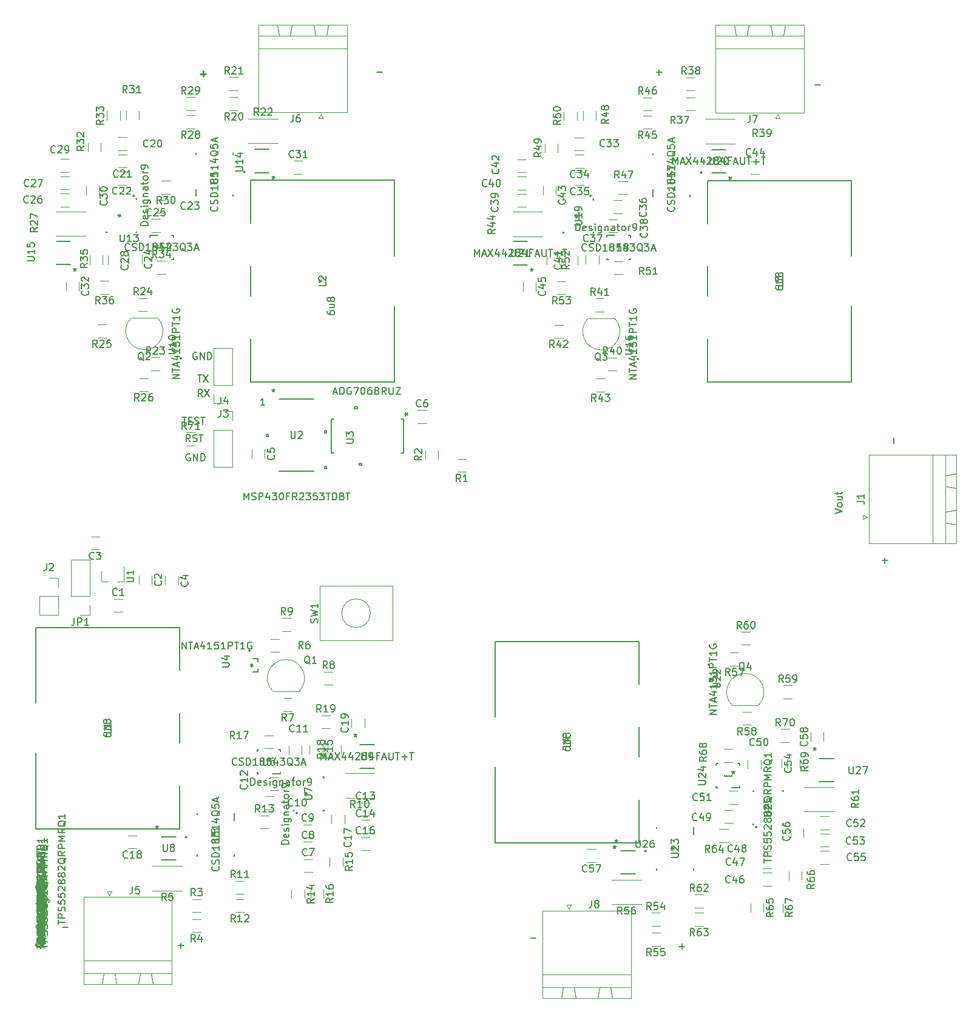
<source format=gbr>
G04 #@! TF.GenerationSoftware,KiCad,Pcbnew,(5.1.10)-1*
G04 #@! TF.CreationDate,2021-05-18T14:50:01+02:00*
G04 #@! TF.ProjectId,PEE50_MPPT,50454535-305f-44d5-9050-542e6b696361,rev?*
G04 #@! TF.SameCoordinates,Original*
G04 #@! TF.FileFunction,Legend,Top*
G04 #@! TF.FilePolarity,Positive*
%FSLAX46Y46*%
G04 Gerber Fmt 4.6, Leading zero omitted, Abs format (unit mm)*
G04 Created by KiCad (PCBNEW (5.1.10)-1) date 2021-05-18 14:50:01*
%MOMM*%
%LPD*%
G01*
G04 APERTURE LIST*
%ADD10C,0.150000*%
%ADD11C,0.250000*%
%ADD12C,0.120000*%
%ADD13C,0.152400*%
%ADD14C,0.002000*%
G04 APERTURE END LIST*
D10*
X59150214Y-103131880D02*
X58578785Y-103131880D01*
X58864500Y-103131880D02*
X58864500Y-102131880D01*
X58769261Y-102274738D01*
X58674023Y-102369976D01*
X58578785Y-102417595D01*
X48704595Y-109926500D02*
X48609357Y-109878880D01*
X48466500Y-109878880D01*
X48323642Y-109926500D01*
X48228404Y-110021738D01*
X48180785Y-110116976D01*
X48133166Y-110307452D01*
X48133166Y-110450309D01*
X48180785Y-110640785D01*
X48228404Y-110736023D01*
X48323642Y-110831261D01*
X48466500Y-110878880D01*
X48561738Y-110878880D01*
X48704595Y-110831261D01*
X48752214Y-110783642D01*
X48752214Y-110450309D01*
X48561738Y-110450309D01*
X49180785Y-110878880D02*
X49180785Y-109878880D01*
X49752214Y-110878880D01*
X49752214Y-109878880D01*
X50228404Y-110878880D02*
X50228404Y-109878880D01*
X50466500Y-109878880D01*
X50609357Y-109926500D01*
X50704595Y-110021738D01*
X50752214Y-110116976D01*
X50799833Y-110307452D01*
X50799833Y-110450309D01*
X50752214Y-110640785D01*
X50704595Y-110736023D01*
X50609357Y-110831261D01*
X50466500Y-110878880D01*
X50228404Y-110878880D01*
X48728380Y-108211880D02*
X48395047Y-107735690D01*
X48156952Y-108211880D02*
X48156952Y-107211880D01*
X48537904Y-107211880D01*
X48633142Y-107259500D01*
X48680761Y-107307119D01*
X48728380Y-107402357D01*
X48728380Y-107545214D01*
X48680761Y-107640452D01*
X48633142Y-107688071D01*
X48537904Y-107735690D01*
X48156952Y-107735690D01*
X49109333Y-108164261D02*
X49252190Y-108211880D01*
X49490285Y-108211880D01*
X49585523Y-108164261D01*
X49633142Y-108116642D01*
X49680761Y-108021404D01*
X49680761Y-107926166D01*
X49633142Y-107830928D01*
X49585523Y-107783309D01*
X49490285Y-107735690D01*
X49299809Y-107688071D01*
X49204571Y-107640452D01*
X49156952Y-107592833D01*
X49109333Y-107497595D01*
X49109333Y-107402357D01*
X49156952Y-107307119D01*
X49204571Y-107259500D01*
X49299809Y-107211880D01*
X49537904Y-107211880D01*
X49680761Y-107259500D01*
X49966476Y-107211880D02*
X50537904Y-107211880D01*
X50252190Y-108211880D02*
X50252190Y-107211880D01*
X47617261Y-104798880D02*
X48188690Y-104798880D01*
X47902976Y-105798880D02*
X47902976Y-104798880D01*
X48522023Y-105275071D02*
X48855357Y-105275071D01*
X48998214Y-105798880D02*
X48522023Y-105798880D01*
X48522023Y-104798880D01*
X48998214Y-104798880D01*
X49379166Y-105751261D02*
X49522023Y-105798880D01*
X49760119Y-105798880D01*
X49855357Y-105751261D01*
X49902976Y-105703642D01*
X49950595Y-105608404D01*
X49950595Y-105513166D01*
X49902976Y-105417928D01*
X49855357Y-105370309D01*
X49760119Y-105322690D01*
X49569642Y-105275071D01*
X49474404Y-105227452D01*
X49426785Y-105179833D01*
X49379166Y-105084595D01*
X49379166Y-104989357D01*
X49426785Y-104894119D01*
X49474404Y-104846500D01*
X49569642Y-104798880D01*
X49807738Y-104798880D01*
X49950595Y-104846500D01*
X50236309Y-104798880D02*
X50807738Y-104798880D01*
X50522023Y-105798880D02*
X50522023Y-104798880D01*
X49657095Y-95766000D02*
X49561857Y-95718380D01*
X49419000Y-95718380D01*
X49276142Y-95766000D01*
X49180904Y-95861238D01*
X49133285Y-95956476D01*
X49085666Y-96146952D01*
X49085666Y-96289809D01*
X49133285Y-96480285D01*
X49180904Y-96575523D01*
X49276142Y-96670761D01*
X49419000Y-96718380D01*
X49514238Y-96718380D01*
X49657095Y-96670761D01*
X49704714Y-96623142D01*
X49704714Y-96289809D01*
X49514238Y-96289809D01*
X50133285Y-96718380D02*
X50133285Y-95718380D01*
X50704714Y-96718380D01*
X50704714Y-95718380D01*
X51180904Y-96718380D02*
X51180904Y-95718380D01*
X51419000Y-95718380D01*
X51561857Y-95766000D01*
X51657095Y-95861238D01*
X51704714Y-95956476D01*
X51752333Y-96146952D01*
X51752333Y-96289809D01*
X51704714Y-96480285D01*
X51657095Y-96575523D01*
X51561857Y-96670761D01*
X51419000Y-96718380D01*
X51180904Y-96718380D01*
X49784095Y-98893380D02*
X50355523Y-98893380D01*
X50069809Y-99893380D02*
X50069809Y-98893380D01*
X50593619Y-98893380D02*
X51260285Y-99893380D01*
X51260285Y-98893380D02*
X50593619Y-99893380D01*
X50442833Y-101925380D02*
X50109500Y-101449190D01*
X49871404Y-101925380D02*
X49871404Y-100925380D01*
X50252357Y-100925380D01*
X50347595Y-100973000D01*
X50395214Y-101020619D01*
X50442833Y-101115857D01*
X50442833Y-101258714D01*
X50395214Y-101353952D01*
X50347595Y-101401571D01*
X50252357Y-101449190D01*
X49871404Y-101449190D01*
X50776166Y-100925380D02*
X51442833Y-101925380D01*
X51442833Y-100925380D02*
X50776166Y-101925380D01*
X113792047Y-56649928D02*
X114553952Y-56649928D01*
X114173000Y-57030880D02*
X114173000Y-56268976D01*
X135890047Y-58427928D02*
X136651952Y-58427928D01*
X138707880Y-118236809D02*
X139707880Y-117903476D01*
X138707880Y-117570142D01*
X139707880Y-117093952D02*
X139660261Y-117189190D01*
X139612642Y-117236809D01*
X139517404Y-117284428D01*
X139231690Y-117284428D01*
X139136452Y-117236809D01*
X139088833Y-117189190D01*
X139041214Y-117093952D01*
X139041214Y-116951095D01*
X139088833Y-116855857D01*
X139136452Y-116808238D01*
X139231690Y-116760619D01*
X139517404Y-116760619D01*
X139612642Y-116808238D01*
X139660261Y-116855857D01*
X139707880Y-116951095D01*
X139707880Y-117093952D01*
X139041214Y-115903476D02*
X139707880Y-115903476D01*
X139041214Y-116332047D02*
X139565023Y-116332047D01*
X139660261Y-116284428D01*
X139707880Y-116189190D01*
X139707880Y-116046333D01*
X139660261Y-115951095D01*
X139612642Y-115903476D01*
X139041214Y-115570142D02*
X139041214Y-115189190D01*
X138707880Y-115427285D02*
X139565023Y-115427285D01*
X139660261Y-115379666D01*
X139707880Y-115284428D01*
X139707880Y-115189190D01*
X146883428Y-108394452D02*
X146883428Y-107632547D01*
X145288047Y-124785428D02*
X146049952Y-124785428D01*
X145669000Y-125166380D02*
X145669000Y-124404476D01*
X116967047Y-178696928D02*
X117728952Y-178696928D01*
X117348000Y-179077880D02*
X117348000Y-178315976D01*
X96202547Y-177553928D02*
X96964452Y-177553928D01*
X47053547Y-178569928D02*
X47815452Y-178569928D01*
X47434500Y-178950880D02*
X47434500Y-178188976D01*
X30924547Y-175966428D02*
X31686452Y-175966428D01*
X74739547Y-56649928D02*
X75501452Y-56649928D01*
D11*
X50165047Y-56840428D02*
X50926952Y-56840428D01*
X50546000Y-57221380D02*
X50546000Y-56459476D01*
D12*
X73885000Y-132160000D02*
G75*
G03*
X73885000Y-132160000I-2000000J0D01*
G01*
X76965000Y-135970000D02*
X76965000Y-128350000D01*
X66805000Y-135970000D02*
X76965000Y-135970000D01*
X66805000Y-135970000D02*
X66805000Y-128350000D01*
X76965000Y-128350000D02*
X66805000Y-128350000D01*
X48210436Y-108760000D02*
X49414564Y-108760000D01*
X48210436Y-106940000D02*
X49414564Y-106940000D01*
D13*
X72685001Y-111246399D02*
X72685001Y-111500399D01*
X72304001Y-111246399D02*
X72685001Y-111246399D01*
X72304001Y-111500399D02*
X72304001Y-111246399D01*
X72685001Y-111500399D02*
X72304001Y-111500399D01*
X72035002Y-103637601D02*
X72035002Y-103383601D01*
X71654002Y-103637601D02*
X72035002Y-103637601D01*
X71654002Y-103383601D02*
X71654002Y-103637601D01*
X72035002Y-103383601D02*
X71654002Y-103383601D01*
X78204640Y-109816900D02*
X78498700Y-109816900D01*
X68734362Y-105067100D02*
X68440300Y-105067100D01*
X78498700Y-105067100D02*
X78204640Y-105067100D01*
X78498700Y-109816900D02*
X78498700Y-105067100D01*
X68440300Y-109816900D02*
X68734360Y-109816900D01*
X68440300Y-105067100D02*
X68440300Y-109816900D01*
D12*
X53340000Y-102866500D02*
X52010000Y-102866500D01*
X52010000Y-102866500D02*
X52010000Y-101536500D01*
X52010000Y-100266500D02*
X52010000Y-95126500D01*
X54670000Y-95126500D02*
X52010000Y-95126500D01*
X54670000Y-100266500D02*
X54670000Y-95126500D01*
X54670000Y-100266500D02*
X52010000Y-100266500D01*
D13*
X63740500Y-160103000D02*
G75*
G03*
X63740500Y-160103000I-125001J0D01*
G01*
X67403000Y-159727999D02*
X67253000Y-159727999D01*
X67403000Y-159727999D02*
X67403000Y-159577999D01*
X63303000Y-159727999D02*
X63153000Y-159727999D01*
X63153000Y-159727999D02*
X63153000Y-159577999D01*
X67403000Y-154978001D02*
X67253000Y-154978001D01*
X67403000Y-155128001D02*
X67403000Y-154978001D01*
X63153000Y-155128001D02*
X63153000Y-154978001D01*
X63303000Y-154978001D02*
X63153000Y-154978001D01*
D12*
X64585436Y-166476000D02*
X65789564Y-166476000D01*
X64585436Y-168296000D02*
X65789564Y-168296000D01*
X64548936Y-164063000D02*
X65753064Y-164063000D01*
X64548936Y-165883000D02*
X65753064Y-165883000D01*
X64512436Y-163470000D02*
X65716564Y-163470000D01*
X64512436Y-161650000D02*
X65716564Y-161650000D01*
X59214936Y-159533000D02*
X60419064Y-159533000D01*
X59214936Y-157713000D02*
X60419064Y-157713000D01*
X62463000Y-151859064D02*
X62463000Y-150654936D01*
X64283000Y-151859064D02*
X64283000Y-150654936D01*
X61090564Y-155046000D02*
X59886436Y-155046000D01*
X61090564Y-156866000D02*
X59886436Y-156866000D01*
X72586436Y-160422000D02*
X73790564Y-160422000D01*
X72586436Y-158602000D02*
X73790564Y-158602000D01*
X72586436Y-161015000D02*
X73790564Y-161015000D01*
X72586436Y-162835000D02*
X73790564Y-162835000D01*
X65384000Y-150564436D02*
X65384000Y-151768564D01*
X67204000Y-150564436D02*
X67204000Y-151768564D01*
X72549936Y-165248000D02*
X73754064Y-165248000D01*
X72549936Y-163428000D02*
X73754064Y-163428000D01*
X70252000Y-160306936D02*
X70252000Y-161511064D01*
X68432000Y-160306936D02*
X68432000Y-161511064D01*
X41242064Y-163174000D02*
X40037936Y-163174000D01*
X41242064Y-164994000D02*
X40037936Y-164994000D01*
X71226000Y-148085564D02*
X71226000Y-146881436D01*
X73046000Y-148085564D02*
X73046000Y-146881436D01*
X33845000Y-171783000D02*
X33845000Y-183943000D01*
X33845000Y-183943000D02*
X46165000Y-183943000D01*
X46165000Y-183943000D02*
X46165000Y-171783000D01*
X46165000Y-171783000D02*
X33845000Y-171783000D01*
X33845000Y-182443000D02*
X33845000Y-180643000D01*
X33845000Y-180643000D02*
X46165000Y-180643000D01*
X46165000Y-180643000D02*
X46165000Y-182443000D01*
X46165000Y-182443000D02*
X33845000Y-182443000D01*
X36465000Y-183943000D02*
X38465000Y-183943000D01*
X38465000Y-183943000D02*
X38215000Y-182443000D01*
X38215000Y-182443000D02*
X36715000Y-182443000D01*
X36715000Y-182443000D02*
X36465000Y-183943000D01*
X41545000Y-183943000D02*
X43545000Y-183943000D01*
X43545000Y-183943000D02*
X43295000Y-182443000D01*
X43295000Y-182443000D02*
X41795000Y-182443000D01*
X41795000Y-182443000D02*
X41545000Y-183943000D01*
X37765000Y-170983000D02*
X37465000Y-171583000D01*
X37465000Y-171583000D02*
X37165000Y-170983000D01*
X37165000Y-170983000D02*
X37765000Y-170983000D01*
D13*
X47244000Y-150284259D02*
X47244000Y-146133741D01*
X47244000Y-140134261D02*
X47244000Y-134137400D01*
X27178000Y-151716740D02*
X27178000Y-162280600D01*
X47244000Y-162280600D02*
X47244000Y-156283739D01*
X47244000Y-134137400D02*
X27178000Y-134137400D01*
X27178000Y-134137400D02*
X27178000Y-144701260D01*
X27178000Y-162280600D02*
X47244000Y-162280600D01*
X48299299Y-163423600D02*
G75*
G03*
X48299299Y-163423600I-127000J0D01*
G01*
D12*
X60303000Y-143074000D02*
X63903000Y-143074000D01*
X63941478Y-143062478D02*
G75*
G03*
X62103000Y-138624000I-1838478J1838478D01*
G01*
X60264522Y-143062478D02*
G75*
G02*
X62103000Y-138624000I1838478J1838478D01*
G01*
X49018436Y-173884000D02*
X50222564Y-173884000D01*
X49018436Y-172064000D02*
X50222564Y-172064000D01*
X50222564Y-176678000D02*
X49018436Y-176678000D01*
X50222564Y-174858000D02*
X49018436Y-174858000D01*
X47584564Y-170874000D02*
X43480436Y-170874000D01*
X47584564Y-167454000D02*
X43480436Y-167454000D01*
X61181064Y-135742000D02*
X59976936Y-135742000D01*
X61181064Y-137562000D02*
X59976936Y-137562000D01*
X62922564Y-143997000D02*
X61718436Y-143997000D01*
X62922564Y-145817000D02*
X61718436Y-145817000D01*
X67433436Y-140314000D02*
X68637564Y-140314000D01*
X67433436Y-142134000D02*
X68637564Y-142134000D01*
X61591436Y-132821000D02*
X62795564Y-132821000D01*
X61591436Y-134641000D02*
X62795564Y-134641000D01*
X74442064Y-157920000D02*
X70337936Y-157920000D01*
X74442064Y-154500000D02*
X70337936Y-154500000D01*
D13*
X57479242Y-140373100D02*
X58178700Y-140373100D01*
X58178700Y-140373100D02*
X58178700Y-139956540D01*
X58178700Y-138518900D02*
X57479242Y-138518900D01*
X58178700Y-138935460D02*
X58178700Y-138518900D01*
X57137300Y-137375900D02*
G75*
G03*
X57137300Y-137375900I-127000J0D01*
G01*
X54924000Y-160068001D02*
X54924000Y-161067999D01*
X54924000Y-165867999D02*
X54924000Y-166067999D01*
X49724000Y-165867999D02*
X49724000Y-166067999D01*
X49724000Y-160068001D02*
X49724000Y-160268001D01*
X58312002Y-154607999D02*
X58065002Y-154607999D01*
X58065002Y-154360999D02*
X58065002Y-154607999D01*
X58065002Y-151208001D02*
X58065002Y-151455001D01*
X58312002Y-151208001D02*
X58065002Y-151208001D01*
X61314998Y-151208001D02*
X61067998Y-151208001D01*
X61314998Y-151208001D02*
X61314998Y-151455001D01*
X61314998Y-154360999D02*
X61314998Y-154607999D01*
X61314998Y-154607999D02*
X60190002Y-154607999D01*
X44716700Y-166598600D02*
X46723300Y-166598600D01*
X46723300Y-163347400D02*
X44716700Y-163347400D01*
X74409300Y-150520400D02*
X72402700Y-150520400D01*
X72402700Y-153771600D02*
X74409300Y-153771600D01*
D12*
X55060436Y-169524000D02*
X56264564Y-169524000D01*
X55060436Y-171344000D02*
X56264564Y-171344000D01*
X56264564Y-172064000D02*
X55060436Y-172064000D01*
X56264564Y-173884000D02*
X55060436Y-173884000D01*
X58489436Y-160380000D02*
X59693564Y-160380000D01*
X58489436Y-162200000D02*
X59693564Y-162200000D01*
X64664000Y-170757436D02*
X64664000Y-171961564D01*
X62844000Y-170757436D02*
X62844000Y-171961564D01*
X68178000Y-166239436D02*
X68178000Y-167443564D01*
X69998000Y-166239436D02*
X69998000Y-167443564D01*
X65511000Y-170720936D02*
X65511000Y-171925064D01*
X67331000Y-170720936D02*
X67331000Y-171925064D01*
X60328564Y-149204000D02*
X59124436Y-149204000D01*
X60328564Y-151024000D02*
X59124436Y-151024000D01*
X67924000Y-151768564D02*
X67924000Y-150564436D01*
X69744000Y-151768564D02*
X69744000Y-150564436D01*
X67052436Y-146410000D02*
X68256564Y-146410000D01*
X67052436Y-148230000D02*
X68256564Y-148230000D01*
X38096436Y-130154000D02*
X39300564Y-130154000D01*
X38096436Y-131974000D02*
X39300564Y-131974000D01*
X41571500Y-126869436D02*
X41571500Y-128073564D01*
X43391500Y-126869436D02*
X43391500Y-128073564D01*
X36071564Y-123274500D02*
X34867436Y-123274500D01*
X36071564Y-121454500D02*
X34867436Y-121454500D01*
X45254500Y-126996436D02*
X45254500Y-128200564D01*
X47074500Y-126996436D02*
X47074500Y-128200564D01*
X59139500Y-109316436D02*
X59139500Y-110520564D01*
X57319500Y-109316436D02*
X57319500Y-110520564D01*
X128669637Y-170235199D02*
X129873765Y-170235199D01*
X128669637Y-168415199D02*
X129873765Y-168415199D01*
X128633137Y-166002199D02*
X129837265Y-166002199D01*
X128633137Y-167822199D02*
X129837265Y-167822199D01*
X128596637Y-165409199D02*
X129800765Y-165409199D01*
X128596637Y-163589199D02*
X129800765Y-163589199D01*
X123299137Y-159652199D02*
X124503265Y-159652199D01*
X123299137Y-161472199D02*
X124503265Y-161472199D01*
X126547201Y-153798263D02*
X126547201Y-152594135D01*
X128367201Y-153798263D02*
X128367201Y-152594135D01*
X125174765Y-158805199D02*
X123970637Y-158805199D01*
X125174765Y-156985199D02*
X123970637Y-156985199D01*
X136670637Y-162361199D02*
X137874765Y-162361199D01*
X136670637Y-160541199D02*
X137874765Y-160541199D01*
X136670637Y-162954199D02*
X137874765Y-162954199D01*
X136670637Y-164774199D02*
X137874765Y-164774199D01*
X129468201Y-152503635D02*
X129468201Y-153707763D01*
X131288201Y-152503635D02*
X131288201Y-153707763D01*
X136634137Y-167187199D02*
X137838265Y-167187199D01*
X136634137Y-165367199D02*
X137838265Y-165367199D01*
X134336201Y-162246135D02*
X134336201Y-163450263D01*
X132516201Y-162246135D02*
X132516201Y-163450263D01*
X105326265Y-166933199D02*
X104122137Y-166933199D01*
X105326265Y-165113199D02*
X104122137Y-165113199D01*
X135310201Y-150024763D02*
X135310201Y-148820635D01*
X137130201Y-150024763D02*
X137130201Y-148820635D01*
X142632000Y-119045000D02*
X142632000Y-118445000D01*
X143232000Y-118745000D02*
X142632000Y-119045000D01*
X142632000Y-118445000D02*
X143232000Y-118745000D01*
X154152000Y-114415000D02*
X155652000Y-114665000D01*
X154152000Y-112915000D02*
X154152000Y-114415000D01*
X155652000Y-112665000D02*
X154152000Y-112915000D01*
X155652000Y-114665000D02*
X155652000Y-112665000D01*
X154152000Y-119495000D02*
X155652000Y-119745000D01*
X154152000Y-117995000D02*
X154152000Y-119495000D01*
X155652000Y-117745000D02*
X154152000Y-117995000D01*
X155652000Y-119745000D02*
X155652000Y-117745000D01*
X154152000Y-110015000D02*
X154152000Y-122395000D01*
X152352000Y-110015000D02*
X154152000Y-110015000D01*
X152352000Y-122395000D02*
X152352000Y-110015000D01*
X154152000Y-122395000D02*
X152352000Y-122395000D01*
X143432000Y-110015000D02*
X143432000Y-122395000D01*
X155652000Y-110015000D02*
X143432000Y-110015000D01*
X155652000Y-122395000D02*
X155652000Y-110015000D01*
X143432000Y-122395000D02*
X155652000Y-122395000D01*
X29019500Y-127194000D02*
X30349500Y-127194000D01*
X30349500Y-127194000D02*
X30349500Y-128524000D01*
X30349500Y-129794000D02*
X30349500Y-132394000D01*
X27689500Y-132394000D02*
X30349500Y-132394000D01*
X27689500Y-129794000D02*
X27689500Y-132394000D01*
X27689500Y-129794000D02*
X30349500Y-129794000D01*
X52010000Y-106553000D02*
X54670000Y-106553000D01*
X52010000Y-106553000D02*
X52010000Y-111693000D01*
X52010000Y-111693000D02*
X54670000Y-111693000D01*
X54670000Y-106553000D02*
X54670000Y-111693000D01*
X54670000Y-103953000D02*
X54670000Y-105283000D01*
X53340000Y-103953000D02*
X54670000Y-103953000D01*
X97899201Y-173692199D02*
X97899201Y-185912199D01*
X97899201Y-185912199D02*
X110279201Y-185912199D01*
X110279201Y-185912199D02*
X110279201Y-173692199D01*
X110279201Y-173692199D02*
X97899201Y-173692199D01*
X97899201Y-184412199D02*
X97899201Y-182612199D01*
X97899201Y-182612199D02*
X110279201Y-182612199D01*
X110279201Y-182612199D02*
X110279201Y-184412199D01*
X110279201Y-184412199D02*
X97899201Y-184412199D01*
X100549201Y-185912199D02*
X102549201Y-185912199D01*
X102549201Y-185912199D02*
X102299201Y-184412199D01*
X102299201Y-184412199D02*
X100799201Y-184412199D01*
X100799201Y-184412199D02*
X100549201Y-185912199D01*
X105629201Y-185912199D02*
X107629201Y-185912199D01*
X107629201Y-185912199D02*
X107379201Y-184412199D01*
X107379201Y-184412199D02*
X105879201Y-184412199D01*
X105879201Y-184412199D02*
X105629201Y-185912199D01*
X101849201Y-172892199D02*
X101549201Y-173492199D01*
X101549201Y-173492199D02*
X101249201Y-172892199D01*
X101249201Y-172892199D02*
X101849201Y-172892199D01*
X34731000Y-124654000D02*
X32071000Y-124654000D01*
X34731000Y-129794000D02*
X34731000Y-124654000D01*
X32071000Y-129794000D02*
X32071000Y-124654000D01*
X34731000Y-129794000D02*
X32071000Y-129794000D01*
X34731000Y-131064000D02*
X34731000Y-132394000D01*
X34731000Y-132394000D02*
X33401000Y-132394000D01*
D13*
X111328201Y-152223458D02*
X111328201Y-148072940D01*
X111328201Y-142073460D02*
X111328201Y-136076599D01*
X91262201Y-153655939D02*
X91262201Y-164219799D01*
X111328201Y-164219799D02*
X111328201Y-158222938D01*
X111328201Y-136076599D02*
X91262201Y-136076599D01*
X91262201Y-136076599D02*
X91262201Y-146640459D01*
X91262201Y-164219799D02*
X111328201Y-164219799D01*
X112383500Y-165362799D02*
G75*
G03*
X112383500Y-165362799I-127000J0D01*
G01*
D12*
X124387201Y-145013199D02*
X127987201Y-145013199D01*
X124348723Y-145001677D02*
G75*
G02*
X126187201Y-140563199I1838478J1838478D01*
G01*
X128025679Y-145001677D02*
G75*
G03*
X126187201Y-140563199I-1838478J1838478D01*
G01*
X87252564Y-110596000D02*
X86048436Y-110596000D01*
X87252564Y-112416000D02*
X86048436Y-112416000D01*
X81513000Y-110620564D02*
X81513000Y-109416436D01*
X83333000Y-110620564D02*
X83333000Y-109416436D01*
X113102637Y-174003199D02*
X114306765Y-174003199D01*
X113102637Y-175823199D02*
X114306765Y-175823199D01*
X114306765Y-176797199D02*
X113102637Y-176797199D01*
X114306765Y-178617199D02*
X113102637Y-178617199D01*
X111668765Y-169393199D02*
X107564637Y-169393199D01*
X111668765Y-172813199D02*
X107564637Y-172813199D01*
X125265265Y-139501199D02*
X124061137Y-139501199D01*
X125265265Y-137681199D02*
X124061137Y-137681199D01*
X127006765Y-147756199D02*
X125802637Y-147756199D01*
X127006765Y-145936199D02*
X125802637Y-145936199D01*
X131517637Y-144073199D02*
X132721765Y-144073199D01*
X131517637Y-142253199D02*
X132721765Y-142253199D01*
X125675637Y-136580199D02*
X126879765Y-136580199D01*
X125675637Y-134760199D02*
X126879765Y-134760199D01*
X138526265Y-159859199D02*
X134422137Y-159859199D01*
X138526265Y-156439199D02*
X134422137Y-156439199D01*
X119144637Y-171463199D02*
X120348765Y-171463199D01*
X119144637Y-173283199D02*
X120348765Y-173283199D01*
X120348765Y-175823199D02*
X119144637Y-175823199D01*
X120348765Y-174003199D02*
X119144637Y-174003199D01*
X122573637Y-164139199D02*
X123777765Y-164139199D01*
X122573637Y-162319199D02*
X123777765Y-162319199D01*
X126928201Y-172696635D02*
X126928201Y-173900763D01*
X128748201Y-172696635D02*
X128748201Y-173900763D01*
X132262201Y-168178635D02*
X132262201Y-169382763D01*
X134082201Y-168178635D02*
X134082201Y-169382763D01*
X131415201Y-172660135D02*
X131415201Y-173864263D01*
X129595201Y-172660135D02*
X129595201Y-173864263D01*
X124412765Y-152963199D02*
X123208637Y-152963199D01*
X124412765Y-151143199D02*
X123208637Y-151143199D01*
X133828201Y-153707763D02*
X133828201Y-152503635D01*
X132008201Y-153707763D02*
X132008201Y-152503635D01*
X131136637Y-148349199D02*
X132340765Y-148349199D01*
X131136637Y-150169199D02*
X132340765Y-150169199D01*
X36329500Y-127760000D02*
X37259500Y-127760000D01*
X39489500Y-127760000D02*
X38559500Y-127760000D01*
X39489500Y-127760000D02*
X39489500Y-125600000D01*
X36329500Y-127760000D02*
X36329500Y-126300000D01*
D13*
X67469499Y-106624498D02*
X67723499Y-106624498D01*
X67469499Y-107005498D02*
X67469499Y-106624498D01*
X67723499Y-107005498D02*
X67469499Y-107005498D01*
X67723499Y-106624498D02*
X67723499Y-107005498D01*
X67469499Y-111624499D02*
X67723499Y-111624499D01*
X67469499Y-112005499D02*
X67469499Y-111624499D01*
X67723499Y-112005499D02*
X67469499Y-112005499D01*
X67723499Y-111624499D02*
X67723499Y-112005499D01*
X59657501Y-107124500D02*
X59403501Y-107124500D01*
X59657501Y-107505500D02*
X59657501Y-107124500D01*
X59403501Y-107505500D02*
X59657501Y-107505500D01*
X59403501Y-107124500D02*
X59403501Y-107505500D01*
X65938400Y-102285800D02*
X61188600Y-102285800D01*
X61188600Y-112344200D02*
X65938400Y-112344200D01*
X121221501Y-139315099D02*
G75*
G03*
X121221501Y-139315099I-127000J0D01*
G01*
X122262901Y-140874659D02*
X122262901Y-140458099D01*
X122262901Y-140458099D02*
X121563443Y-140458099D01*
X122262901Y-142312299D02*
X122262901Y-141895739D01*
X121563443Y-142312299D02*
X122262901Y-142312299D01*
X113808201Y-162007200D02*
X113808201Y-162207200D01*
X113808201Y-167807198D02*
X113808201Y-168007198D01*
X119008201Y-167807198D02*
X119008201Y-168007198D01*
X119008201Y-162007200D02*
X119008201Y-163007198D01*
X122396203Y-156547198D02*
X122149203Y-156547198D01*
X122149203Y-156300198D02*
X122149203Y-156547198D01*
X122149203Y-153147200D02*
X122149203Y-153394200D01*
X122396203Y-153147200D02*
X122149203Y-153147200D01*
X125399199Y-153147200D02*
X125152199Y-153147200D01*
X125399199Y-153147200D02*
X125399199Y-153394200D01*
X125399199Y-156300198D02*
X125399199Y-156547198D01*
X125399199Y-156547198D02*
X124274203Y-156547198D01*
X127824701Y-162042199D02*
G75*
G03*
X127824701Y-162042199I-125001J0D01*
G01*
X131487201Y-161667198D02*
X131337201Y-161667198D01*
X131487201Y-161667198D02*
X131487201Y-161517198D01*
X127387201Y-161667198D02*
X127237201Y-161667198D01*
X127237201Y-161667198D02*
X127237201Y-161517198D01*
X131487201Y-156917200D02*
X131337201Y-156917200D01*
X131487201Y-157067200D02*
X131487201Y-156917200D01*
X127237201Y-157067200D02*
X127237201Y-156917200D01*
X127387201Y-156917200D02*
X127237201Y-156917200D01*
X110807501Y-165286599D02*
X108800901Y-165286599D01*
X108800901Y-168537799D02*
X110807501Y-168537799D01*
X138493501Y-152459599D02*
X136486901Y-152459599D01*
X136486901Y-155710799D02*
X138493501Y-155710799D01*
D12*
X80487436Y-103801500D02*
X81691564Y-103801500D01*
X80487436Y-105621500D02*
X81691564Y-105621500D01*
X39859363Y-65688801D02*
X38655235Y-65688801D01*
X39859363Y-67508801D02*
X38655235Y-67508801D01*
X39895863Y-69921801D02*
X38691735Y-69921801D01*
X39895863Y-68101801D02*
X38691735Y-68101801D01*
X39932363Y-70514801D02*
X38728235Y-70514801D01*
X39932363Y-72334801D02*
X38728235Y-72334801D01*
X45229863Y-76271801D02*
X44025735Y-76271801D01*
X45229863Y-74451801D02*
X44025735Y-74451801D01*
X40161799Y-82125737D02*
X40161799Y-83329865D01*
X41981799Y-82125737D02*
X41981799Y-83329865D01*
X43354235Y-78938801D02*
X44558363Y-78938801D01*
X43354235Y-77118801D02*
X44558363Y-77118801D01*
X31858363Y-75382801D02*
X30654235Y-75382801D01*
X31858363Y-73562801D02*
X30654235Y-73562801D01*
X31858363Y-71149801D02*
X30654235Y-71149801D01*
X31858363Y-72969801D02*
X30654235Y-72969801D01*
X37240799Y-83420365D02*
X37240799Y-82216237D01*
X39060799Y-83420365D02*
X39060799Y-82216237D01*
X31894863Y-70556801D02*
X30690735Y-70556801D01*
X31894863Y-68736801D02*
X30690735Y-68736801D01*
X36012799Y-73677865D02*
X36012799Y-72473737D01*
X34192799Y-73677865D02*
X34192799Y-72473737D01*
X63202735Y-70810801D02*
X64406863Y-70810801D01*
X63202735Y-68990801D02*
X64406863Y-68990801D01*
X31398799Y-85899237D02*
X31398799Y-87103365D01*
X33218799Y-85899237D02*
X33218799Y-87103365D01*
X103613363Y-67550801D02*
X102409235Y-67550801D01*
X103613363Y-65730801D02*
X102409235Y-65730801D01*
X103649863Y-69963801D02*
X102445735Y-69963801D01*
X103649863Y-68143801D02*
X102445735Y-68143801D01*
X103686363Y-70556801D02*
X102482235Y-70556801D01*
X103686363Y-72376801D02*
X102482235Y-72376801D01*
X108983863Y-74493801D02*
X107779735Y-74493801D01*
X108983863Y-76313801D02*
X107779735Y-76313801D01*
X105735799Y-82167737D02*
X105735799Y-83371865D01*
X103915799Y-82167737D02*
X103915799Y-83371865D01*
X107108235Y-77160801D02*
X108312363Y-77160801D01*
X107108235Y-78980801D02*
X108312363Y-78980801D01*
X95612363Y-75424801D02*
X94408235Y-75424801D01*
X95612363Y-73604801D02*
X94408235Y-73604801D01*
X95612363Y-73011801D02*
X94408235Y-73011801D01*
X95612363Y-71191801D02*
X94408235Y-71191801D01*
X102814799Y-83462365D02*
X102814799Y-82258237D01*
X100994799Y-83462365D02*
X100994799Y-82258237D01*
X95648863Y-68778801D02*
X94444735Y-68778801D01*
X95648863Y-70598801D02*
X94444735Y-70598801D01*
X97946799Y-73719865D02*
X97946799Y-72515737D01*
X99766799Y-73719865D02*
X99766799Y-72515737D01*
X126956735Y-69032801D02*
X128160863Y-69032801D01*
X126956735Y-70852801D02*
X128160863Y-70852801D01*
X95152799Y-85941237D02*
X95152799Y-87145365D01*
X96972799Y-85941237D02*
X96972799Y-87145365D01*
X67279799Y-63031801D02*
X66679799Y-63031801D01*
X66979799Y-62431801D02*
X67279799Y-63031801D01*
X66679799Y-63031801D02*
X66979799Y-62431801D01*
X62649799Y-51511801D02*
X62899799Y-50011801D01*
X61149799Y-51511801D02*
X62649799Y-51511801D01*
X60899799Y-50011801D02*
X61149799Y-51511801D01*
X62899799Y-50011801D02*
X60899799Y-50011801D01*
X67729799Y-51511801D02*
X67979799Y-50011801D01*
X66229799Y-51511801D02*
X67729799Y-51511801D01*
X65979799Y-50011801D02*
X66229799Y-51511801D01*
X67979799Y-50011801D02*
X65979799Y-50011801D01*
X58249799Y-51511801D02*
X70629799Y-51511801D01*
X58249799Y-53311801D02*
X58249799Y-51511801D01*
X70629799Y-53311801D02*
X58249799Y-53311801D01*
X70629799Y-51511801D02*
X70629799Y-53311801D01*
X58249799Y-62231801D02*
X70629799Y-62231801D01*
X58249799Y-50011801D02*
X58249799Y-62231801D01*
X70629799Y-50011801D02*
X58249799Y-50011801D01*
X70629799Y-62231801D02*
X70629799Y-50011801D01*
X134383799Y-62273801D02*
X134383799Y-50053801D01*
X134383799Y-50053801D02*
X122003799Y-50053801D01*
X122003799Y-50053801D02*
X122003799Y-62273801D01*
X122003799Y-62273801D02*
X134383799Y-62273801D01*
X134383799Y-51553801D02*
X134383799Y-53353801D01*
X134383799Y-53353801D02*
X122003799Y-53353801D01*
X122003799Y-53353801D02*
X122003799Y-51553801D01*
X122003799Y-51553801D02*
X134383799Y-51553801D01*
X131733799Y-50053801D02*
X129733799Y-50053801D01*
X129733799Y-50053801D02*
X129983799Y-51553801D01*
X129983799Y-51553801D02*
X131483799Y-51553801D01*
X131483799Y-51553801D02*
X131733799Y-50053801D01*
X126653799Y-50053801D02*
X124653799Y-50053801D01*
X124653799Y-50053801D02*
X124903799Y-51553801D01*
X124903799Y-51553801D02*
X126403799Y-51553801D01*
X126403799Y-51553801D02*
X126653799Y-50053801D01*
X130433799Y-63073801D02*
X130733799Y-62473801D01*
X130733799Y-62473801D02*
X131033799Y-63073801D01*
X131033799Y-63073801D02*
X130433799Y-63073801D01*
D13*
X56399500Y-70561201D02*
G75*
G03*
X56399500Y-70561201I-127000J0D01*
G01*
X77266799Y-71704201D02*
X57200799Y-71704201D01*
X77266799Y-99847401D02*
X77266799Y-89283541D01*
X57200799Y-99847401D02*
X77266799Y-99847401D01*
X57200799Y-71704201D02*
X57200799Y-77701062D01*
X77266799Y-82268061D02*
X77266799Y-71704201D01*
X57200799Y-93850540D02*
X57200799Y-99847401D01*
X57200799Y-83700542D02*
X57200799Y-87851060D01*
X120954799Y-83742542D02*
X120954799Y-87893060D01*
X120954799Y-93892540D02*
X120954799Y-99889401D01*
X141020799Y-82310061D02*
X141020799Y-71746201D01*
X120954799Y-71746201D02*
X120954799Y-77743062D01*
X120954799Y-99889401D02*
X141020799Y-99889401D01*
X141020799Y-99889401D02*
X141020799Y-89325541D01*
X141020799Y-71746201D02*
X120954799Y-71746201D01*
X120153500Y-70603201D02*
G75*
G03*
X120153500Y-70603201I-127000J0D01*
G01*
D12*
X44141799Y-90910801D02*
X40541799Y-90910801D01*
X40503321Y-90922323D02*
G75*
G03*
X42341799Y-95360801I1838478J-1838478D01*
G01*
X44180277Y-90922323D02*
G75*
G02*
X42341799Y-95360801I-1838478J-1838478D01*
G01*
X107895799Y-90952801D02*
X104295799Y-90952801D01*
X107934277Y-90964323D02*
G75*
G02*
X106095799Y-95402801I-1838478J-1838478D01*
G01*
X104257321Y-90964323D02*
G75*
G03*
X106095799Y-95402801I1838478J-1838478D01*
G01*
X55426363Y-60100801D02*
X54222235Y-60100801D01*
X55426363Y-61920801D02*
X54222235Y-61920801D01*
X54222235Y-57306801D02*
X55426363Y-57306801D01*
X54222235Y-59126801D02*
X55426363Y-59126801D01*
X56860235Y-66530801D02*
X60964363Y-66530801D01*
X56860235Y-63110801D02*
X60964363Y-63110801D01*
X43263735Y-98242801D02*
X44467863Y-98242801D01*
X43263735Y-96422801D02*
X44467863Y-96422801D01*
X41522235Y-89987801D02*
X42726363Y-89987801D01*
X41522235Y-88167801D02*
X42726363Y-88167801D01*
X37011363Y-93670801D02*
X35807235Y-93670801D01*
X37011363Y-91850801D02*
X35807235Y-91850801D01*
X42853363Y-99343801D02*
X41649235Y-99343801D01*
X42853363Y-101163801D02*
X41649235Y-101163801D01*
X30002735Y-76064801D02*
X34106863Y-76064801D01*
X30002735Y-79484801D02*
X34106863Y-79484801D01*
X49384363Y-64460801D02*
X48180235Y-64460801D01*
X49384363Y-62640801D02*
X48180235Y-62640801D01*
X48180235Y-61920801D02*
X49384363Y-61920801D01*
X48180235Y-60100801D02*
X49384363Y-60100801D01*
X45955363Y-73604801D02*
X44751235Y-73604801D01*
X45955363Y-71784801D02*
X44751235Y-71784801D01*
X41600799Y-63227365D02*
X41600799Y-62023237D01*
X39780799Y-63227365D02*
X39780799Y-62023237D01*
X34446799Y-67745365D02*
X34446799Y-66541237D01*
X36266799Y-67745365D02*
X36266799Y-66541237D01*
X37113799Y-63263865D02*
X37113799Y-62059737D01*
X38933799Y-63263865D02*
X38933799Y-62059737D01*
X44116235Y-84780801D02*
X45320363Y-84780801D01*
X44116235Y-82960801D02*
X45320363Y-82960801D01*
X36520799Y-82216237D02*
X36520799Y-83420365D01*
X34700799Y-82216237D02*
X34700799Y-83420365D01*
X37392363Y-85754801D02*
X36188235Y-85754801D01*
X37392363Y-87574801D02*
X36188235Y-87574801D01*
X119180363Y-61962801D02*
X117976235Y-61962801D01*
X119180363Y-60142801D02*
X117976235Y-60142801D01*
X117976235Y-59168801D02*
X119180363Y-59168801D01*
X117976235Y-57348801D02*
X119180363Y-57348801D01*
X120614235Y-63152801D02*
X124718363Y-63152801D01*
X120614235Y-66572801D02*
X124718363Y-66572801D01*
X107017735Y-96464801D02*
X108221863Y-96464801D01*
X107017735Y-98284801D02*
X108221863Y-98284801D01*
X105276235Y-88209801D02*
X106480363Y-88209801D01*
X105276235Y-90029801D02*
X106480363Y-90029801D01*
X100765363Y-91892801D02*
X99561235Y-91892801D01*
X100765363Y-93712801D02*
X99561235Y-93712801D01*
X106607363Y-101205801D02*
X105403235Y-101205801D01*
X106607363Y-99385801D02*
X105403235Y-99385801D01*
X93756735Y-79526801D02*
X97860863Y-79526801D01*
X93756735Y-76106801D02*
X97860863Y-76106801D01*
X113138363Y-62682801D02*
X111934235Y-62682801D01*
X113138363Y-64502801D02*
X111934235Y-64502801D01*
X111934235Y-60142801D02*
X113138363Y-60142801D01*
X111934235Y-61962801D02*
X113138363Y-61962801D01*
X109709363Y-71826801D02*
X108505235Y-71826801D01*
X109709363Y-73646801D02*
X108505235Y-73646801D01*
X105354799Y-63269365D02*
X105354799Y-62065237D01*
X103534799Y-63269365D02*
X103534799Y-62065237D01*
X100020799Y-67787365D02*
X100020799Y-66583237D01*
X98200799Y-67787365D02*
X98200799Y-66583237D01*
X100867799Y-63305865D02*
X100867799Y-62101737D01*
X102687799Y-63305865D02*
X102687799Y-62101737D01*
X107870235Y-83002801D02*
X109074363Y-83002801D01*
X107870235Y-84822801D02*
X109074363Y-84822801D01*
X100274799Y-82258237D02*
X100274799Y-83462365D01*
X98454799Y-82258237D02*
X98454799Y-83462365D01*
X101146363Y-85796801D02*
X99942235Y-85796801D01*
X101146363Y-87616801D02*
X99942235Y-87616801D01*
D13*
X47561499Y-96608901D02*
G75*
G03*
X47561499Y-96608901I-127000J0D01*
G01*
X46266099Y-95049341D02*
X46266099Y-95465901D01*
X46266099Y-95465901D02*
X46965557Y-95465901D01*
X46266099Y-93611701D02*
X46266099Y-94028261D01*
X46965557Y-93611701D02*
X46266099Y-93611701D01*
X54720799Y-73916800D02*
X54720799Y-73716800D01*
X54720799Y-68116802D02*
X54720799Y-67916802D01*
X49520799Y-68116802D02*
X49520799Y-67916802D01*
X49520799Y-73916800D02*
X49520799Y-72916802D01*
X46132797Y-79376802D02*
X46379797Y-79376802D01*
X46379797Y-79623802D02*
X46379797Y-79376802D01*
X46379797Y-82776800D02*
X46379797Y-82529800D01*
X46132797Y-82776800D02*
X46379797Y-82776800D01*
X43129801Y-82776800D02*
X43376801Y-82776800D01*
X43129801Y-82776800D02*
X43129801Y-82529800D01*
X43129801Y-79623802D02*
X43129801Y-79376802D01*
X43129801Y-79376802D02*
X44254797Y-79376802D01*
X41141799Y-79006800D02*
X41291799Y-79006800D01*
X41291799Y-78856800D02*
X41291799Y-79006800D01*
X37041799Y-78856800D02*
X37041799Y-79006800D01*
X37041799Y-79006800D02*
X37191799Y-79006800D01*
X41291799Y-74256802D02*
X41291799Y-74406802D01*
X41141799Y-74256802D02*
X41291799Y-74256802D01*
X37041799Y-74256802D02*
X37041799Y-74406802D01*
X37041799Y-74256802D02*
X37191799Y-74256802D01*
X40954301Y-73881801D02*
G75*
G03*
X40954301Y-73881801I-125001J0D01*
G01*
X57721499Y-70637401D02*
X59728099Y-70637401D01*
X59728099Y-67386201D02*
X57721499Y-67386201D01*
X32042099Y-80213201D02*
X30035499Y-80213201D01*
X30035499Y-83464401D02*
X32042099Y-83464401D01*
X110719557Y-93653701D02*
X110020099Y-93653701D01*
X110020099Y-93653701D02*
X110020099Y-94070261D01*
X110020099Y-95507901D02*
X110719557Y-95507901D01*
X110020099Y-95091341D02*
X110020099Y-95507901D01*
X111315499Y-96650901D02*
G75*
G03*
X111315499Y-96650901I-127000J0D01*
G01*
X113274799Y-73958800D02*
X113274799Y-72958802D01*
X113274799Y-68158802D02*
X113274799Y-67958802D01*
X118474799Y-68158802D02*
X118474799Y-67958802D01*
X118474799Y-73958800D02*
X118474799Y-73758800D01*
X106883801Y-79418802D02*
X108008797Y-79418802D01*
X106883801Y-79665802D02*
X106883801Y-79418802D01*
X106883801Y-82818800D02*
X106883801Y-82571800D01*
X106883801Y-82818800D02*
X107130801Y-82818800D01*
X109886797Y-82818800D02*
X110133797Y-82818800D01*
X110133797Y-82818800D02*
X110133797Y-82571800D01*
X110133797Y-79665802D02*
X110133797Y-79418802D01*
X109886797Y-79418802D02*
X110133797Y-79418802D01*
X104708301Y-73923801D02*
G75*
G03*
X104708301Y-73923801I-125001J0D01*
G01*
X100795799Y-74298802D02*
X100945799Y-74298802D01*
X100795799Y-74298802D02*
X100795799Y-74448802D01*
X104895799Y-74298802D02*
X105045799Y-74298802D01*
X105045799Y-74298802D02*
X105045799Y-74448802D01*
X100795799Y-79048800D02*
X100945799Y-79048800D01*
X100795799Y-78898800D02*
X100795799Y-79048800D01*
X105045799Y-78898800D02*
X105045799Y-79048800D01*
X104895799Y-79048800D02*
X105045799Y-79048800D01*
X121475499Y-70679401D02*
X123482099Y-70679401D01*
X123482099Y-67428201D02*
X121475499Y-67428201D01*
X95796099Y-80255201D02*
X93789499Y-80255201D01*
X93789499Y-83506401D02*
X95796099Y-83506401D01*
D10*
X66479761Y-133493333D02*
X66527380Y-133350476D01*
X66527380Y-133112380D01*
X66479761Y-133017142D01*
X66432142Y-132969523D01*
X66336904Y-132921904D01*
X66241666Y-132921904D01*
X66146428Y-132969523D01*
X66098809Y-133017142D01*
X66051190Y-133112380D01*
X66003571Y-133302857D01*
X65955952Y-133398095D01*
X65908333Y-133445714D01*
X65813095Y-133493333D01*
X65717857Y-133493333D01*
X65622619Y-133445714D01*
X65575000Y-133398095D01*
X65527380Y-133302857D01*
X65527380Y-133064761D01*
X65575000Y-132921904D01*
X65527380Y-132588571D02*
X66527380Y-132350476D01*
X65813095Y-132160000D01*
X66527380Y-131969523D01*
X65527380Y-131731428D01*
X66527380Y-130826666D02*
X66527380Y-131398095D01*
X66527380Y-131112380D02*
X65527380Y-131112380D01*
X65670238Y-131207619D01*
X65765476Y-131302857D01*
X65813095Y-131398095D01*
X48169642Y-106482380D02*
X47836309Y-106006190D01*
X47598214Y-106482380D02*
X47598214Y-105482380D01*
X47979166Y-105482380D01*
X48074404Y-105530000D01*
X48122023Y-105577619D01*
X48169642Y-105672857D01*
X48169642Y-105815714D01*
X48122023Y-105910952D01*
X48074404Y-105958571D01*
X47979166Y-106006190D01*
X47598214Y-106006190D01*
X48502976Y-105482380D02*
X49169642Y-105482380D01*
X48741071Y-106482380D01*
X50074404Y-106482380D02*
X49502976Y-106482380D01*
X49788690Y-106482380D02*
X49788690Y-105482380D01*
X49693452Y-105625238D01*
X49598214Y-105720476D01*
X49502976Y-105768095D01*
X70508880Y-108394404D02*
X71318404Y-108394404D01*
X71413642Y-108346785D01*
X71461261Y-108299166D01*
X71508880Y-108203928D01*
X71508880Y-108013452D01*
X71461261Y-107918214D01*
X71413642Y-107870595D01*
X71318404Y-107822976D01*
X70508880Y-107822976D01*
X70508880Y-107442023D02*
X70508880Y-106822976D01*
X70889833Y-107156309D01*
X70889833Y-107013452D01*
X70937452Y-106918214D01*
X70985071Y-106870595D01*
X71080309Y-106822976D01*
X71318404Y-106822976D01*
X71413642Y-106870595D01*
X71461261Y-106918214D01*
X71508880Y-107013452D01*
X71508880Y-107299166D01*
X71461261Y-107394404D01*
X71413642Y-107442023D01*
X68739333Y-101322166D02*
X69215523Y-101322166D01*
X68644095Y-101607880D02*
X68977428Y-100607880D01*
X69310761Y-101607880D01*
X69644095Y-101607880D02*
X69644095Y-100607880D01*
X69882190Y-100607880D01*
X70025047Y-100655500D01*
X70120285Y-100750738D01*
X70167904Y-100845976D01*
X70215523Y-101036452D01*
X70215523Y-101179309D01*
X70167904Y-101369785D01*
X70120285Y-101465023D01*
X70025047Y-101560261D01*
X69882190Y-101607880D01*
X69644095Y-101607880D01*
X71167904Y-100655500D02*
X71072666Y-100607880D01*
X70929809Y-100607880D01*
X70786952Y-100655500D01*
X70691714Y-100750738D01*
X70644095Y-100845976D01*
X70596476Y-101036452D01*
X70596476Y-101179309D01*
X70644095Y-101369785D01*
X70691714Y-101465023D01*
X70786952Y-101560261D01*
X70929809Y-101607880D01*
X71025047Y-101607880D01*
X71167904Y-101560261D01*
X71215523Y-101512642D01*
X71215523Y-101179309D01*
X71025047Y-101179309D01*
X71548857Y-100607880D02*
X72215523Y-100607880D01*
X71786952Y-101607880D01*
X72786952Y-100607880D02*
X72882190Y-100607880D01*
X72977428Y-100655500D01*
X73025047Y-100703119D01*
X73072666Y-100798357D01*
X73120285Y-100988833D01*
X73120285Y-101226928D01*
X73072666Y-101417404D01*
X73025047Y-101512642D01*
X72977428Y-101560261D01*
X72882190Y-101607880D01*
X72786952Y-101607880D01*
X72691714Y-101560261D01*
X72644095Y-101512642D01*
X72596476Y-101417404D01*
X72548857Y-101226928D01*
X72548857Y-100988833D01*
X72596476Y-100798357D01*
X72644095Y-100703119D01*
X72691714Y-100655500D01*
X72786952Y-100607880D01*
X73977428Y-100607880D02*
X73786952Y-100607880D01*
X73691714Y-100655500D01*
X73644095Y-100703119D01*
X73548857Y-100845976D01*
X73501238Y-101036452D01*
X73501238Y-101417404D01*
X73548857Y-101512642D01*
X73596476Y-101560261D01*
X73691714Y-101607880D01*
X73882190Y-101607880D01*
X73977428Y-101560261D01*
X74025047Y-101512642D01*
X74072666Y-101417404D01*
X74072666Y-101179309D01*
X74025047Y-101084071D01*
X73977428Y-101036452D01*
X73882190Y-100988833D01*
X73691714Y-100988833D01*
X73596476Y-101036452D01*
X73548857Y-101084071D01*
X73501238Y-101179309D01*
X74834571Y-101084071D02*
X74977428Y-101131690D01*
X75025047Y-101179309D01*
X75072666Y-101274547D01*
X75072666Y-101417404D01*
X75025047Y-101512642D01*
X74977428Y-101560261D01*
X74882190Y-101607880D01*
X74501238Y-101607880D01*
X74501238Y-100607880D01*
X74834571Y-100607880D01*
X74929809Y-100655500D01*
X74977428Y-100703119D01*
X75025047Y-100798357D01*
X75025047Y-100893595D01*
X74977428Y-100988833D01*
X74929809Y-101036452D01*
X74834571Y-101084071D01*
X74501238Y-101084071D01*
X76072666Y-101607880D02*
X75739333Y-101131690D01*
X75501238Y-101607880D02*
X75501238Y-100607880D01*
X75882190Y-100607880D01*
X75977428Y-100655500D01*
X76025047Y-100703119D01*
X76072666Y-100798357D01*
X76072666Y-100941214D01*
X76025047Y-101036452D01*
X75977428Y-101084071D01*
X75882190Y-101131690D01*
X75501238Y-101131690D01*
X76501238Y-100607880D02*
X76501238Y-101417404D01*
X76548857Y-101512642D01*
X76596476Y-101560261D01*
X76691714Y-101607880D01*
X76882190Y-101607880D01*
X76977428Y-101560261D01*
X77025047Y-101512642D01*
X77072666Y-101417404D01*
X77072666Y-100607880D01*
X77453619Y-100607880D02*
X78120285Y-100607880D01*
X77453619Y-101607880D01*
X78120285Y-101607880D01*
X78644680Y-104368600D02*
X78882776Y-104368600D01*
X78787538Y-104606695D02*
X78882776Y-104368600D01*
X78787538Y-104130504D01*
X79073252Y-104511457D02*
X78882776Y-104368600D01*
X79073252Y-104225742D01*
X78644680Y-104368600D02*
X78882776Y-104368600D01*
X78787538Y-104606695D02*
X78882776Y-104368600D01*
X78787538Y-104130504D01*
X79073252Y-104511457D02*
X78882776Y-104368600D01*
X79073252Y-104225742D01*
X53006666Y-103758880D02*
X53006666Y-104473166D01*
X52959047Y-104616023D01*
X52863809Y-104711261D01*
X52720952Y-104758880D01*
X52625714Y-104758880D01*
X53387619Y-103758880D02*
X54006666Y-103758880D01*
X53673333Y-104139833D01*
X53816190Y-104139833D01*
X53911428Y-104187452D01*
X53959047Y-104235071D01*
X54006666Y-104330309D01*
X54006666Y-104568404D01*
X53959047Y-104663642D01*
X53911428Y-104711261D01*
X53816190Y-104758880D01*
X53530476Y-104758880D01*
X53435238Y-104711261D01*
X53387619Y-104663642D01*
X64730380Y-158114904D02*
X65539904Y-158114904D01*
X65635142Y-158067285D01*
X65682761Y-158019666D01*
X65730380Y-157924428D01*
X65730380Y-157733952D01*
X65682761Y-157638714D01*
X65635142Y-157591095D01*
X65539904Y-157543476D01*
X64730380Y-157543476D01*
X64730380Y-157162523D02*
X64730380Y-156495857D01*
X65730380Y-156924428D01*
X27836880Y-178973785D02*
X27836880Y-178402357D01*
X28836880Y-178688071D02*
X27836880Y-178688071D01*
X28836880Y-178069023D02*
X27836880Y-178069023D01*
X27836880Y-177688071D01*
X27884500Y-177592833D01*
X27932119Y-177545214D01*
X28027357Y-177497595D01*
X28170214Y-177497595D01*
X28265452Y-177545214D01*
X28313071Y-177592833D01*
X28360690Y-177688071D01*
X28360690Y-178069023D01*
X28789261Y-177116642D02*
X28836880Y-176973785D01*
X28836880Y-176735690D01*
X28789261Y-176640452D01*
X28741642Y-176592833D01*
X28646404Y-176545214D01*
X28551166Y-176545214D01*
X28455928Y-176592833D01*
X28408309Y-176640452D01*
X28360690Y-176735690D01*
X28313071Y-176926166D01*
X28265452Y-177021404D01*
X28217833Y-177069023D01*
X28122595Y-177116642D01*
X28027357Y-177116642D01*
X27932119Y-177069023D01*
X27884500Y-177021404D01*
X27836880Y-176926166D01*
X27836880Y-176688071D01*
X27884500Y-176545214D01*
X27836880Y-175640452D02*
X27836880Y-176116642D01*
X28313071Y-176164261D01*
X28265452Y-176116642D01*
X28217833Y-176021404D01*
X28217833Y-175783309D01*
X28265452Y-175688071D01*
X28313071Y-175640452D01*
X28408309Y-175592833D01*
X28646404Y-175592833D01*
X28741642Y-175640452D01*
X28789261Y-175688071D01*
X28836880Y-175783309D01*
X28836880Y-176021404D01*
X28789261Y-176116642D01*
X28741642Y-176164261D01*
X27836880Y-174688071D02*
X27836880Y-175164261D01*
X28313071Y-175211880D01*
X28265452Y-175164261D01*
X28217833Y-175069023D01*
X28217833Y-174830928D01*
X28265452Y-174735690D01*
X28313071Y-174688071D01*
X28408309Y-174640452D01*
X28646404Y-174640452D01*
X28741642Y-174688071D01*
X28789261Y-174735690D01*
X28836880Y-174830928D01*
X28836880Y-175069023D01*
X28789261Y-175164261D01*
X28741642Y-175211880D01*
X27932119Y-174259500D02*
X27884500Y-174211880D01*
X27836880Y-174116642D01*
X27836880Y-173878547D01*
X27884500Y-173783309D01*
X27932119Y-173735690D01*
X28027357Y-173688071D01*
X28122595Y-173688071D01*
X28265452Y-173735690D01*
X28836880Y-174307119D01*
X28836880Y-173688071D01*
X28265452Y-173116642D02*
X28217833Y-173211880D01*
X28170214Y-173259500D01*
X28074976Y-173307119D01*
X28027357Y-173307119D01*
X27932119Y-173259500D01*
X27884500Y-173211880D01*
X27836880Y-173116642D01*
X27836880Y-172926166D01*
X27884500Y-172830928D01*
X27932119Y-172783309D01*
X28027357Y-172735690D01*
X28074976Y-172735690D01*
X28170214Y-172783309D01*
X28217833Y-172830928D01*
X28265452Y-172926166D01*
X28265452Y-173116642D01*
X28313071Y-173211880D01*
X28360690Y-173259500D01*
X28455928Y-173307119D01*
X28646404Y-173307119D01*
X28741642Y-173259500D01*
X28789261Y-173211880D01*
X28836880Y-173116642D01*
X28836880Y-172926166D01*
X28789261Y-172830928D01*
X28741642Y-172783309D01*
X28646404Y-172735690D01*
X28455928Y-172735690D01*
X28360690Y-172783309D01*
X28313071Y-172830928D01*
X28265452Y-172926166D01*
X28265452Y-172164261D02*
X28217833Y-172259500D01*
X28170214Y-172307119D01*
X28074976Y-172354738D01*
X28027357Y-172354738D01*
X27932119Y-172307119D01*
X27884500Y-172259500D01*
X27836880Y-172164261D01*
X27836880Y-171973785D01*
X27884500Y-171878547D01*
X27932119Y-171830928D01*
X28027357Y-171783309D01*
X28074976Y-171783309D01*
X28170214Y-171830928D01*
X28217833Y-171878547D01*
X28265452Y-171973785D01*
X28265452Y-172164261D01*
X28313071Y-172259500D01*
X28360690Y-172307119D01*
X28455928Y-172354738D01*
X28646404Y-172354738D01*
X28741642Y-172307119D01*
X28789261Y-172259500D01*
X28836880Y-172164261D01*
X28836880Y-171973785D01*
X28789261Y-171878547D01*
X28741642Y-171830928D01*
X28646404Y-171783309D01*
X28455928Y-171783309D01*
X28360690Y-171830928D01*
X28313071Y-171878547D01*
X28265452Y-171973785D01*
X27932119Y-171402357D02*
X27884500Y-171354738D01*
X27836880Y-171259500D01*
X27836880Y-171021404D01*
X27884500Y-170926166D01*
X27932119Y-170878547D01*
X28027357Y-170830928D01*
X28122595Y-170830928D01*
X28265452Y-170878547D01*
X28836880Y-171449976D01*
X28836880Y-170830928D01*
X28932119Y-169735690D02*
X28884500Y-169830928D01*
X28789261Y-169926166D01*
X28646404Y-170069023D01*
X28598785Y-170164261D01*
X28598785Y-170259500D01*
X28836880Y-170211880D02*
X28789261Y-170307119D01*
X28694023Y-170402357D01*
X28503547Y-170449976D01*
X28170214Y-170449976D01*
X27979738Y-170402357D01*
X27884500Y-170307119D01*
X27836880Y-170211880D01*
X27836880Y-170021404D01*
X27884500Y-169926166D01*
X27979738Y-169830928D01*
X28170214Y-169783309D01*
X28503547Y-169783309D01*
X28694023Y-169830928D01*
X28789261Y-169926166D01*
X28836880Y-170021404D01*
X28836880Y-170211880D01*
X28836880Y-168783309D02*
X28360690Y-169116642D01*
X28836880Y-169354738D02*
X27836880Y-169354738D01*
X27836880Y-168973785D01*
X27884500Y-168878547D01*
X27932119Y-168830928D01*
X28027357Y-168783309D01*
X28170214Y-168783309D01*
X28265452Y-168830928D01*
X28313071Y-168878547D01*
X28360690Y-168973785D01*
X28360690Y-169354738D01*
X28836880Y-168354738D02*
X27836880Y-168354738D01*
X27836880Y-167973785D01*
X27884500Y-167878547D01*
X27932119Y-167830928D01*
X28027357Y-167783309D01*
X28170214Y-167783309D01*
X28265452Y-167830928D01*
X28313071Y-167878547D01*
X28360690Y-167973785D01*
X28360690Y-168354738D01*
X28836880Y-167354738D02*
X27836880Y-167354738D01*
X28551166Y-167021404D01*
X27836880Y-166688071D01*
X28836880Y-166688071D01*
X28836880Y-165640452D02*
X28360690Y-165973785D01*
X28836880Y-166211880D02*
X27836880Y-166211880D01*
X27836880Y-165830928D01*
X27884500Y-165735690D01*
X27932119Y-165688071D01*
X28027357Y-165640452D01*
X28170214Y-165640452D01*
X28265452Y-165688071D01*
X28313071Y-165735690D01*
X28360690Y-165830928D01*
X28360690Y-166211880D01*
X28932119Y-164545214D02*
X28884500Y-164640452D01*
X28789261Y-164735690D01*
X28646404Y-164878547D01*
X28598785Y-164973785D01*
X28598785Y-165069023D01*
X28836880Y-165021404D02*
X28789261Y-165116642D01*
X28694023Y-165211880D01*
X28503547Y-165259500D01*
X28170214Y-165259500D01*
X27979738Y-165211880D01*
X27884500Y-165116642D01*
X27836880Y-165021404D01*
X27836880Y-164830928D01*
X27884500Y-164735690D01*
X27979738Y-164640452D01*
X28170214Y-164592833D01*
X28503547Y-164592833D01*
X28694023Y-164640452D01*
X28789261Y-164735690D01*
X28836880Y-164830928D01*
X28836880Y-165021404D01*
X28836880Y-163640452D02*
X28836880Y-164211880D01*
X28836880Y-163926166D02*
X27836880Y-163926166D01*
X27979738Y-164021404D01*
X28074976Y-164116642D01*
X28122595Y-164211880D01*
X64730380Y-157353000D02*
X64968476Y-157353000D01*
X64873238Y-157591095D02*
X64968476Y-157353000D01*
X64873238Y-157114904D01*
X65158952Y-157495857D02*
X64968476Y-157353000D01*
X65158952Y-157210142D01*
X62504580Y-164386685D02*
X61504580Y-164386685D01*
X61504580Y-164148590D01*
X61552200Y-164005733D01*
X61647438Y-163910495D01*
X61742676Y-163862876D01*
X61933152Y-163815257D01*
X62076009Y-163815257D01*
X62266485Y-163862876D01*
X62361723Y-163910495D01*
X62456961Y-164005733D01*
X62504580Y-164148590D01*
X62504580Y-164386685D01*
X62456961Y-163005733D02*
X62504580Y-163100971D01*
X62504580Y-163291447D01*
X62456961Y-163386685D01*
X62361723Y-163434304D01*
X61980771Y-163434304D01*
X61885533Y-163386685D01*
X61837914Y-163291447D01*
X61837914Y-163100971D01*
X61885533Y-163005733D01*
X61980771Y-162958114D01*
X62076009Y-162958114D01*
X62171247Y-163434304D01*
X62456961Y-162577161D02*
X62504580Y-162481923D01*
X62504580Y-162291447D01*
X62456961Y-162196209D01*
X62361723Y-162148590D01*
X62314104Y-162148590D01*
X62218866Y-162196209D01*
X62171247Y-162291447D01*
X62171247Y-162434304D01*
X62123628Y-162529542D01*
X62028390Y-162577161D01*
X61980771Y-162577161D01*
X61885533Y-162529542D01*
X61837914Y-162434304D01*
X61837914Y-162291447D01*
X61885533Y-162196209D01*
X62504580Y-161720019D02*
X61837914Y-161720019D01*
X61504580Y-161720019D02*
X61552200Y-161767638D01*
X61599819Y-161720019D01*
X61552200Y-161672400D01*
X61504580Y-161720019D01*
X61599819Y-161720019D01*
X61837914Y-160815257D02*
X62647438Y-160815257D01*
X62742676Y-160862876D01*
X62790295Y-160910495D01*
X62837914Y-161005733D01*
X62837914Y-161148590D01*
X62790295Y-161243828D01*
X62456961Y-160815257D02*
X62504580Y-160910495D01*
X62504580Y-161100971D01*
X62456961Y-161196209D01*
X62409342Y-161243828D01*
X62314104Y-161291447D01*
X62028390Y-161291447D01*
X61933152Y-161243828D01*
X61885533Y-161196209D01*
X61837914Y-161100971D01*
X61837914Y-160910495D01*
X61885533Y-160815257D01*
X61837914Y-160339066D02*
X62504580Y-160339066D01*
X61933152Y-160339066D02*
X61885533Y-160291447D01*
X61837914Y-160196209D01*
X61837914Y-160053352D01*
X61885533Y-159958114D01*
X61980771Y-159910495D01*
X62504580Y-159910495D01*
X62504580Y-159005733D02*
X61980771Y-159005733D01*
X61885533Y-159053352D01*
X61837914Y-159148590D01*
X61837914Y-159339066D01*
X61885533Y-159434304D01*
X62456961Y-159005733D02*
X62504580Y-159100971D01*
X62504580Y-159339066D01*
X62456961Y-159434304D01*
X62361723Y-159481923D01*
X62266485Y-159481923D01*
X62171247Y-159434304D01*
X62123628Y-159339066D01*
X62123628Y-159100971D01*
X62076009Y-159005733D01*
X61837914Y-158672400D02*
X61837914Y-158291447D01*
X61504580Y-158529542D02*
X62361723Y-158529542D01*
X62456961Y-158481923D01*
X62504580Y-158386685D01*
X62504580Y-158291447D01*
X62504580Y-157815257D02*
X62456961Y-157910495D01*
X62409342Y-157958114D01*
X62314104Y-158005733D01*
X62028390Y-158005733D01*
X61933152Y-157958114D01*
X61885533Y-157910495D01*
X61837914Y-157815257D01*
X61837914Y-157672400D01*
X61885533Y-157577161D01*
X61933152Y-157529542D01*
X62028390Y-157481923D01*
X62314104Y-157481923D01*
X62409342Y-157529542D01*
X62456961Y-157577161D01*
X62504580Y-157672400D01*
X62504580Y-157815257D01*
X62504580Y-157053352D02*
X61837914Y-157053352D01*
X62028390Y-157053352D02*
X61933152Y-157005733D01*
X61885533Y-156958114D01*
X61837914Y-156862876D01*
X61837914Y-156767638D01*
X62504580Y-156386685D02*
X62504580Y-156196209D01*
X62456961Y-156100971D01*
X62409342Y-156053352D01*
X62266485Y-155958114D01*
X62076009Y-155910495D01*
X61695057Y-155910495D01*
X61599819Y-155958114D01*
X61552200Y-156005733D01*
X61504580Y-156100971D01*
X61504580Y-156291447D01*
X61552200Y-156386685D01*
X61599819Y-156434304D01*
X61695057Y-156481923D01*
X61933152Y-156481923D01*
X62028390Y-156434304D01*
X62076009Y-156386685D01*
X62123628Y-156291447D01*
X62123628Y-156100971D01*
X62076009Y-156005733D01*
X62028390Y-155958114D01*
X61933152Y-155910495D01*
X65020833Y-165923142D02*
X64973214Y-165970761D01*
X64830357Y-166018380D01*
X64735119Y-166018380D01*
X64592261Y-165970761D01*
X64497023Y-165875523D01*
X64449404Y-165780285D01*
X64401785Y-165589809D01*
X64401785Y-165446952D01*
X64449404Y-165256476D01*
X64497023Y-165161238D01*
X64592261Y-165066000D01*
X64735119Y-165018380D01*
X64830357Y-165018380D01*
X64973214Y-165066000D01*
X65020833Y-165113619D01*
X65354166Y-165018380D02*
X66020833Y-165018380D01*
X65592261Y-166018380D01*
X64984333Y-163510142D02*
X64936714Y-163557761D01*
X64793857Y-163605380D01*
X64698619Y-163605380D01*
X64555761Y-163557761D01*
X64460523Y-163462523D01*
X64412904Y-163367285D01*
X64365285Y-163176809D01*
X64365285Y-163033952D01*
X64412904Y-162843476D01*
X64460523Y-162748238D01*
X64555761Y-162653000D01*
X64698619Y-162605380D01*
X64793857Y-162605380D01*
X64936714Y-162653000D01*
X64984333Y-162700619D01*
X65555761Y-163033952D02*
X65460523Y-162986333D01*
X65412904Y-162938714D01*
X65365285Y-162843476D01*
X65365285Y-162795857D01*
X65412904Y-162700619D01*
X65460523Y-162653000D01*
X65555761Y-162605380D01*
X65746238Y-162605380D01*
X65841476Y-162653000D01*
X65889095Y-162700619D01*
X65936714Y-162795857D01*
X65936714Y-162843476D01*
X65889095Y-162938714D01*
X65841476Y-162986333D01*
X65746238Y-163033952D01*
X65555761Y-163033952D01*
X65460523Y-163081571D01*
X65412904Y-163129190D01*
X65365285Y-163224428D01*
X65365285Y-163414904D01*
X65412904Y-163510142D01*
X65460523Y-163557761D01*
X65555761Y-163605380D01*
X65746238Y-163605380D01*
X65841476Y-163557761D01*
X65889095Y-163510142D01*
X65936714Y-163414904D01*
X65936714Y-163224428D01*
X65889095Y-163129190D01*
X65841476Y-163081571D01*
X65746238Y-163033952D01*
X64947833Y-161097142D02*
X64900214Y-161144761D01*
X64757357Y-161192380D01*
X64662119Y-161192380D01*
X64519261Y-161144761D01*
X64424023Y-161049523D01*
X64376404Y-160954285D01*
X64328785Y-160763809D01*
X64328785Y-160620952D01*
X64376404Y-160430476D01*
X64424023Y-160335238D01*
X64519261Y-160240000D01*
X64662119Y-160192380D01*
X64757357Y-160192380D01*
X64900214Y-160240000D01*
X64947833Y-160287619D01*
X65424023Y-161192380D02*
X65614500Y-161192380D01*
X65709738Y-161144761D01*
X65757357Y-161097142D01*
X65852595Y-160954285D01*
X65900214Y-160763809D01*
X65900214Y-160382857D01*
X65852595Y-160287619D01*
X65804976Y-160240000D01*
X65709738Y-160192380D01*
X65519261Y-160192380D01*
X65424023Y-160240000D01*
X65376404Y-160287619D01*
X65328785Y-160382857D01*
X65328785Y-160620952D01*
X65376404Y-160716190D01*
X65424023Y-160763809D01*
X65519261Y-160811428D01*
X65709738Y-160811428D01*
X65804976Y-160763809D01*
X65852595Y-160716190D01*
X65900214Y-160620952D01*
X63020642Y-158980142D02*
X62973023Y-159027761D01*
X62830166Y-159075380D01*
X62734928Y-159075380D01*
X62592071Y-159027761D01*
X62496833Y-158932523D01*
X62449214Y-158837285D01*
X62401595Y-158646809D01*
X62401595Y-158503952D01*
X62449214Y-158313476D01*
X62496833Y-158218238D01*
X62592071Y-158123000D01*
X62734928Y-158075380D01*
X62830166Y-158075380D01*
X62973023Y-158123000D01*
X63020642Y-158170619D01*
X63973023Y-159075380D02*
X63401595Y-159075380D01*
X63687309Y-159075380D02*
X63687309Y-158075380D01*
X63592071Y-158218238D01*
X63496833Y-158313476D01*
X63401595Y-158361095D01*
X64592071Y-158075380D02*
X64687309Y-158075380D01*
X64782547Y-158123000D01*
X64830166Y-158170619D01*
X64877785Y-158265857D01*
X64925404Y-158456333D01*
X64925404Y-158694428D01*
X64877785Y-158884904D01*
X64830166Y-158980142D01*
X64782547Y-159027761D01*
X64687309Y-159075380D01*
X64592071Y-159075380D01*
X64496833Y-159027761D01*
X64449214Y-158980142D01*
X64401595Y-158884904D01*
X64353976Y-158694428D01*
X64353976Y-158456333D01*
X64401595Y-158265857D01*
X64449214Y-158170619D01*
X64496833Y-158123000D01*
X64592071Y-158075380D01*
X63238142Y-148629642D02*
X63190523Y-148677261D01*
X63047666Y-148724880D01*
X62952428Y-148724880D01*
X62809571Y-148677261D01*
X62714333Y-148582023D01*
X62666714Y-148486785D01*
X62619095Y-148296309D01*
X62619095Y-148153452D01*
X62666714Y-147962976D01*
X62714333Y-147867738D01*
X62809571Y-147772500D01*
X62952428Y-147724880D01*
X63047666Y-147724880D01*
X63190523Y-147772500D01*
X63238142Y-147820119D01*
X64190523Y-148724880D02*
X63619095Y-148724880D01*
X63904809Y-148724880D02*
X63904809Y-147724880D01*
X63809571Y-147867738D01*
X63714333Y-147962976D01*
X63619095Y-148010595D01*
X65142904Y-148724880D02*
X64571476Y-148724880D01*
X64857190Y-148724880D02*
X64857190Y-147724880D01*
X64761952Y-147867738D01*
X64666714Y-147962976D01*
X64571476Y-148010595D01*
X56618142Y-156090857D02*
X56665761Y-156138476D01*
X56713380Y-156281333D01*
X56713380Y-156376571D01*
X56665761Y-156519428D01*
X56570523Y-156614666D01*
X56475285Y-156662285D01*
X56284809Y-156709904D01*
X56141952Y-156709904D01*
X55951476Y-156662285D01*
X55856238Y-156614666D01*
X55761000Y-156519428D01*
X55713380Y-156376571D01*
X55713380Y-156281333D01*
X55761000Y-156138476D01*
X55808619Y-156090857D01*
X56713380Y-155138476D02*
X56713380Y-155709904D01*
X56713380Y-155424190D02*
X55713380Y-155424190D01*
X55856238Y-155519428D01*
X55951476Y-155614666D01*
X55999095Y-155709904D01*
X55808619Y-154757523D02*
X55761000Y-154709904D01*
X55713380Y-154614666D01*
X55713380Y-154376571D01*
X55761000Y-154281333D01*
X55808619Y-154233714D01*
X55903857Y-154186095D01*
X55999095Y-154186095D01*
X56141952Y-154233714D01*
X56713380Y-154805142D01*
X56713380Y-154186095D01*
X72545642Y-158049142D02*
X72498023Y-158096761D01*
X72355166Y-158144380D01*
X72259928Y-158144380D01*
X72117071Y-158096761D01*
X72021833Y-158001523D01*
X71974214Y-157906285D01*
X71926595Y-157715809D01*
X71926595Y-157572952D01*
X71974214Y-157382476D01*
X72021833Y-157287238D01*
X72117071Y-157192000D01*
X72259928Y-157144380D01*
X72355166Y-157144380D01*
X72498023Y-157192000D01*
X72545642Y-157239619D01*
X73498023Y-158144380D02*
X72926595Y-158144380D01*
X73212309Y-158144380D02*
X73212309Y-157144380D01*
X73117071Y-157287238D01*
X73021833Y-157382476D01*
X72926595Y-157430095D01*
X73831357Y-157144380D02*
X74450404Y-157144380D01*
X74117071Y-157525333D01*
X74259928Y-157525333D01*
X74355166Y-157572952D01*
X74402785Y-157620571D01*
X74450404Y-157715809D01*
X74450404Y-157953904D01*
X74402785Y-158049142D01*
X74355166Y-158096761D01*
X74259928Y-158144380D01*
X73974214Y-158144380D01*
X73878976Y-158096761D01*
X73831357Y-158049142D01*
X72545642Y-160462142D02*
X72498023Y-160509761D01*
X72355166Y-160557380D01*
X72259928Y-160557380D01*
X72117071Y-160509761D01*
X72021833Y-160414523D01*
X71974214Y-160319285D01*
X71926595Y-160128809D01*
X71926595Y-159985952D01*
X71974214Y-159795476D01*
X72021833Y-159700238D01*
X72117071Y-159605000D01*
X72259928Y-159557380D01*
X72355166Y-159557380D01*
X72498023Y-159605000D01*
X72545642Y-159652619D01*
X73498023Y-160557380D02*
X72926595Y-160557380D01*
X73212309Y-160557380D02*
X73212309Y-159557380D01*
X73117071Y-159700238D01*
X73021833Y-159795476D01*
X72926595Y-159843095D01*
X74355166Y-159890714D02*
X74355166Y-160557380D01*
X74117071Y-159509761D02*
X73878976Y-160224047D01*
X74498023Y-160224047D01*
X68471142Y-151809357D02*
X68518761Y-151856976D01*
X68566380Y-151999833D01*
X68566380Y-152095071D01*
X68518761Y-152237928D01*
X68423523Y-152333166D01*
X68328285Y-152380785D01*
X68137809Y-152428404D01*
X67994952Y-152428404D01*
X67804476Y-152380785D01*
X67709238Y-152333166D01*
X67614000Y-152237928D01*
X67566380Y-152095071D01*
X67566380Y-151999833D01*
X67614000Y-151856976D01*
X67661619Y-151809357D01*
X68566380Y-150856976D02*
X68566380Y-151428404D01*
X68566380Y-151142690D02*
X67566380Y-151142690D01*
X67709238Y-151237928D01*
X67804476Y-151333166D01*
X67852095Y-151428404D01*
X67566380Y-149952214D02*
X67566380Y-150428404D01*
X68042571Y-150476023D01*
X67994952Y-150428404D01*
X67947333Y-150333166D01*
X67947333Y-150095071D01*
X67994952Y-149999833D01*
X68042571Y-149952214D01*
X68137809Y-149904595D01*
X68375904Y-149904595D01*
X68471142Y-149952214D01*
X68518761Y-149999833D01*
X68566380Y-150095071D01*
X68566380Y-150333166D01*
X68518761Y-150428404D01*
X68471142Y-150476023D01*
X72509142Y-162875142D02*
X72461523Y-162922761D01*
X72318666Y-162970380D01*
X72223428Y-162970380D01*
X72080571Y-162922761D01*
X71985333Y-162827523D01*
X71937714Y-162732285D01*
X71890095Y-162541809D01*
X71890095Y-162398952D01*
X71937714Y-162208476D01*
X71985333Y-162113238D01*
X72080571Y-162018000D01*
X72223428Y-161970380D01*
X72318666Y-161970380D01*
X72461523Y-162018000D01*
X72509142Y-162065619D01*
X73461523Y-162970380D02*
X72890095Y-162970380D01*
X73175809Y-162970380D02*
X73175809Y-161970380D01*
X73080571Y-162113238D01*
X72985333Y-162208476D01*
X72890095Y-162256095D01*
X74318666Y-161970380D02*
X74128190Y-161970380D01*
X74032952Y-162018000D01*
X73985333Y-162065619D01*
X73890095Y-162208476D01*
X73842476Y-162398952D01*
X73842476Y-162779904D01*
X73890095Y-162875142D01*
X73937714Y-162922761D01*
X74032952Y-162970380D01*
X74223428Y-162970380D01*
X74318666Y-162922761D01*
X74366285Y-162875142D01*
X74413904Y-162779904D01*
X74413904Y-162541809D01*
X74366285Y-162446571D01*
X74318666Y-162398952D01*
X74223428Y-162351333D01*
X74032952Y-162351333D01*
X73937714Y-162398952D01*
X73890095Y-162446571D01*
X73842476Y-162541809D01*
X71096142Y-164128357D02*
X71143761Y-164175976D01*
X71191380Y-164318833D01*
X71191380Y-164414071D01*
X71143761Y-164556928D01*
X71048523Y-164652166D01*
X70953285Y-164699785D01*
X70762809Y-164747404D01*
X70619952Y-164747404D01*
X70429476Y-164699785D01*
X70334238Y-164652166D01*
X70239000Y-164556928D01*
X70191380Y-164414071D01*
X70191380Y-164318833D01*
X70239000Y-164175976D01*
X70286619Y-164128357D01*
X71191380Y-163175976D02*
X71191380Y-163747404D01*
X71191380Y-163461690D02*
X70191380Y-163461690D01*
X70334238Y-163556928D01*
X70429476Y-163652166D01*
X70477095Y-163747404D01*
X70191380Y-162842642D02*
X70191380Y-162175976D01*
X71191380Y-162604547D01*
X39997142Y-166261142D02*
X39949523Y-166308761D01*
X39806666Y-166356380D01*
X39711428Y-166356380D01*
X39568571Y-166308761D01*
X39473333Y-166213523D01*
X39425714Y-166118285D01*
X39378095Y-165927809D01*
X39378095Y-165784952D01*
X39425714Y-165594476D01*
X39473333Y-165499238D01*
X39568571Y-165404000D01*
X39711428Y-165356380D01*
X39806666Y-165356380D01*
X39949523Y-165404000D01*
X39997142Y-165451619D01*
X40949523Y-166356380D02*
X40378095Y-166356380D01*
X40663809Y-166356380D02*
X40663809Y-165356380D01*
X40568571Y-165499238D01*
X40473333Y-165594476D01*
X40378095Y-165642095D01*
X41520952Y-165784952D02*
X41425714Y-165737333D01*
X41378095Y-165689714D01*
X41330476Y-165594476D01*
X41330476Y-165546857D01*
X41378095Y-165451619D01*
X41425714Y-165404000D01*
X41520952Y-165356380D01*
X41711428Y-165356380D01*
X41806666Y-165404000D01*
X41854285Y-165451619D01*
X41901904Y-165546857D01*
X41901904Y-165594476D01*
X41854285Y-165689714D01*
X41806666Y-165737333D01*
X41711428Y-165784952D01*
X41520952Y-165784952D01*
X41425714Y-165832571D01*
X41378095Y-165880190D01*
X41330476Y-165975428D01*
X41330476Y-166165904D01*
X41378095Y-166261142D01*
X41425714Y-166308761D01*
X41520952Y-166356380D01*
X41711428Y-166356380D01*
X41806666Y-166308761D01*
X41854285Y-166261142D01*
X41901904Y-166165904D01*
X41901904Y-165975428D01*
X41854285Y-165880190D01*
X41806666Y-165832571D01*
X41711428Y-165784952D01*
X70673142Y-148126357D02*
X70720761Y-148173976D01*
X70768380Y-148316833D01*
X70768380Y-148412071D01*
X70720761Y-148554928D01*
X70625523Y-148650166D01*
X70530285Y-148697785D01*
X70339809Y-148745404D01*
X70196952Y-148745404D01*
X70006476Y-148697785D01*
X69911238Y-148650166D01*
X69816000Y-148554928D01*
X69768380Y-148412071D01*
X69768380Y-148316833D01*
X69816000Y-148173976D01*
X69863619Y-148126357D01*
X70768380Y-147173976D02*
X70768380Y-147745404D01*
X70768380Y-147459690D02*
X69768380Y-147459690D01*
X69911238Y-147554928D01*
X70006476Y-147650166D01*
X70054095Y-147745404D01*
X70768380Y-146697785D02*
X70768380Y-146507309D01*
X70720761Y-146412071D01*
X70673142Y-146364452D01*
X70530285Y-146269214D01*
X70339809Y-146221595D01*
X69958857Y-146221595D01*
X69863619Y-146269214D01*
X69816000Y-146316833D01*
X69768380Y-146412071D01*
X69768380Y-146602547D01*
X69816000Y-146697785D01*
X69863619Y-146745404D01*
X69958857Y-146793023D01*
X70196952Y-146793023D01*
X70292190Y-146745404D01*
X70339809Y-146697785D01*
X70387428Y-146602547D01*
X70387428Y-146412071D01*
X70339809Y-146316833D01*
X70292190Y-146269214D01*
X70196952Y-146221595D01*
X40671666Y-170315380D02*
X40671666Y-171029666D01*
X40624047Y-171172523D01*
X40528809Y-171267761D01*
X40385952Y-171315380D01*
X40290714Y-171315380D01*
X41624047Y-170315380D02*
X41147857Y-170315380D01*
X41100238Y-170791571D01*
X41147857Y-170743952D01*
X41243095Y-170696333D01*
X41481190Y-170696333D01*
X41576428Y-170743952D01*
X41624047Y-170791571D01*
X41671666Y-170886809D01*
X41671666Y-171124904D01*
X41624047Y-171220142D01*
X41576428Y-171267761D01*
X41481190Y-171315380D01*
X41243095Y-171315380D01*
X41147857Y-171267761D01*
X41100238Y-171220142D01*
X37663380Y-148375666D02*
X37663380Y-148851857D01*
X36663380Y-148851857D01*
X37663380Y-147518523D02*
X37663380Y-148089952D01*
X37663380Y-147804238D02*
X36663380Y-147804238D01*
X36806238Y-147899476D01*
X36901476Y-147994714D01*
X36949095Y-148089952D01*
X36663380Y-148947095D02*
X36663380Y-149137571D01*
X36711000Y-149232809D01*
X36758619Y-149280428D01*
X36901476Y-149375666D01*
X37091952Y-149423285D01*
X37472904Y-149423285D01*
X37568142Y-149375666D01*
X37615761Y-149328047D01*
X37663380Y-149232809D01*
X37663380Y-149042333D01*
X37615761Y-148947095D01*
X37568142Y-148899476D01*
X37472904Y-148851857D01*
X37234809Y-148851857D01*
X37139571Y-148899476D01*
X37091952Y-148947095D01*
X37044333Y-149042333D01*
X37044333Y-149232809D01*
X37091952Y-149328047D01*
X37139571Y-149375666D01*
X37234809Y-149423285D01*
X36996714Y-147994714D02*
X37663380Y-147994714D01*
X36996714Y-148423285D02*
X37520523Y-148423285D01*
X37615761Y-148375666D01*
X37663380Y-148280428D01*
X37663380Y-148137571D01*
X37615761Y-148042333D01*
X37568142Y-147994714D01*
X37091952Y-147375666D02*
X37044333Y-147470904D01*
X36996714Y-147518523D01*
X36901476Y-147566142D01*
X36853857Y-147566142D01*
X36758619Y-147518523D01*
X36711000Y-147470904D01*
X36663380Y-147375666D01*
X36663380Y-147185190D01*
X36711000Y-147089952D01*
X36758619Y-147042333D01*
X36853857Y-146994714D01*
X36901476Y-146994714D01*
X36996714Y-147042333D01*
X37044333Y-147089952D01*
X37091952Y-147185190D01*
X37091952Y-147375666D01*
X37139571Y-147470904D01*
X37187190Y-147518523D01*
X37282428Y-147566142D01*
X37472904Y-147566142D01*
X37568142Y-147518523D01*
X37615761Y-147470904D01*
X37663380Y-147375666D01*
X37663380Y-147185190D01*
X37615761Y-147089952D01*
X37568142Y-147042333D01*
X37472904Y-146994714D01*
X37282428Y-146994714D01*
X37187190Y-147042333D01*
X37139571Y-147089952D01*
X37091952Y-147185190D01*
X36663380Y-148209000D02*
X36901476Y-148209000D01*
X36806238Y-148447095D02*
X36901476Y-148209000D01*
X36806238Y-147970904D01*
X37091952Y-148351857D02*
X36901476Y-148209000D01*
X37091952Y-148066142D01*
X65436761Y-139231619D02*
X65341523Y-139184000D01*
X65246285Y-139088761D01*
X65103428Y-138945904D01*
X65008190Y-138898285D01*
X64912952Y-138898285D01*
X64960571Y-139136380D02*
X64865333Y-139088761D01*
X64770095Y-138993523D01*
X64722476Y-138803047D01*
X64722476Y-138469714D01*
X64770095Y-138279238D01*
X64865333Y-138184000D01*
X64960571Y-138136380D01*
X65151047Y-138136380D01*
X65246285Y-138184000D01*
X65341523Y-138279238D01*
X65389142Y-138469714D01*
X65389142Y-138803047D01*
X65341523Y-138993523D01*
X65246285Y-139088761D01*
X65151047Y-139136380D01*
X64960571Y-139136380D01*
X66341523Y-139136380D02*
X65770095Y-139136380D01*
X66055809Y-139136380D02*
X66055809Y-138136380D01*
X65960571Y-138279238D01*
X65865333Y-138374476D01*
X65770095Y-138422095D01*
X49453833Y-171606380D02*
X49120500Y-171130190D01*
X48882404Y-171606380D02*
X48882404Y-170606380D01*
X49263357Y-170606380D01*
X49358595Y-170654000D01*
X49406214Y-170701619D01*
X49453833Y-170796857D01*
X49453833Y-170939714D01*
X49406214Y-171034952D01*
X49358595Y-171082571D01*
X49263357Y-171130190D01*
X48882404Y-171130190D01*
X49787166Y-170606380D02*
X50406214Y-170606380D01*
X50072880Y-170987333D01*
X50215738Y-170987333D01*
X50310976Y-171034952D01*
X50358595Y-171082571D01*
X50406214Y-171177809D01*
X50406214Y-171415904D01*
X50358595Y-171511142D01*
X50310976Y-171558761D01*
X50215738Y-171606380D01*
X49930023Y-171606380D01*
X49834785Y-171558761D01*
X49787166Y-171511142D01*
X49453833Y-178040380D02*
X49120500Y-177564190D01*
X48882404Y-178040380D02*
X48882404Y-177040380D01*
X49263357Y-177040380D01*
X49358595Y-177088000D01*
X49406214Y-177135619D01*
X49453833Y-177230857D01*
X49453833Y-177373714D01*
X49406214Y-177468952D01*
X49358595Y-177516571D01*
X49263357Y-177564190D01*
X48882404Y-177564190D01*
X50310976Y-177373714D02*
X50310976Y-178040380D01*
X50072880Y-176992761D02*
X49834785Y-177707047D01*
X50453833Y-177707047D01*
X45365833Y-172236380D02*
X45032500Y-171760190D01*
X44794404Y-172236380D02*
X44794404Y-171236380D01*
X45175357Y-171236380D01*
X45270595Y-171284000D01*
X45318214Y-171331619D01*
X45365833Y-171426857D01*
X45365833Y-171569714D01*
X45318214Y-171664952D01*
X45270595Y-171712571D01*
X45175357Y-171760190D01*
X44794404Y-171760190D01*
X46270595Y-171236380D02*
X45794404Y-171236380D01*
X45746785Y-171712571D01*
X45794404Y-171664952D01*
X45889642Y-171617333D01*
X46127738Y-171617333D01*
X46222976Y-171664952D01*
X46270595Y-171712571D01*
X46318214Y-171807809D01*
X46318214Y-172045904D01*
X46270595Y-172141142D01*
X46222976Y-172188761D01*
X46127738Y-172236380D01*
X45889642Y-172236380D01*
X45794404Y-172188761D01*
X45746785Y-172141142D01*
X64476333Y-137104380D02*
X64143000Y-136628190D01*
X63904904Y-137104380D02*
X63904904Y-136104380D01*
X64285857Y-136104380D01*
X64381095Y-136152000D01*
X64428714Y-136199619D01*
X64476333Y-136294857D01*
X64476333Y-136437714D01*
X64428714Y-136532952D01*
X64381095Y-136580571D01*
X64285857Y-136628190D01*
X63904904Y-136628190D01*
X65333476Y-136104380D02*
X65143000Y-136104380D01*
X65047761Y-136152000D01*
X65000142Y-136199619D01*
X64904904Y-136342476D01*
X64857285Y-136532952D01*
X64857285Y-136913904D01*
X64904904Y-137009142D01*
X64952523Y-137056761D01*
X65047761Y-137104380D01*
X65238238Y-137104380D01*
X65333476Y-137056761D01*
X65381095Y-137009142D01*
X65428714Y-136913904D01*
X65428714Y-136675809D01*
X65381095Y-136580571D01*
X65333476Y-136532952D01*
X65238238Y-136485333D01*
X65047761Y-136485333D01*
X64952523Y-136532952D01*
X64904904Y-136580571D01*
X64857285Y-136675809D01*
X62153833Y-147179380D02*
X61820500Y-146703190D01*
X61582404Y-147179380D02*
X61582404Y-146179380D01*
X61963357Y-146179380D01*
X62058595Y-146227000D01*
X62106214Y-146274619D01*
X62153833Y-146369857D01*
X62153833Y-146512714D01*
X62106214Y-146607952D01*
X62058595Y-146655571D01*
X61963357Y-146703190D01*
X61582404Y-146703190D01*
X62487166Y-146179380D02*
X63153833Y-146179380D01*
X62725261Y-147179380D01*
X67868833Y-139856380D02*
X67535500Y-139380190D01*
X67297404Y-139856380D02*
X67297404Y-138856380D01*
X67678357Y-138856380D01*
X67773595Y-138904000D01*
X67821214Y-138951619D01*
X67868833Y-139046857D01*
X67868833Y-139189714D01*
X67821214Y-139284952D01*
X67773595Y-139332571D01*
X67678357Y-139380190D01*
X67297404Y-139380190D01*
X68440261Y-139284952D02*
X68345023Y-139237333D01*
X68297404Y-139189714D01*
X68249785Y-139094476D01*
X68249785Y-139046857D01*
X68297404Y-138951619D01*
X68345023Y-138904000D01*
X68440261Y-138856380D01*
X68630738Y-138856380D01*
X68725976Y-138904000D01*
X68773595Y-138951619D01*
X68821214Y-139046857D01*
X68821214Y-139094476D01*
X68773595Y-139189714D01*
X68725976Y-139237333D01*
X68630738Y-139284952D01*
X68440261Y-139284952D01*
X68345023Y-139332571D01*
X68297404Y-139380190D01*
X68249785Y-139475428D01*
X68249785Y-139665904D01*
X68297404Y-139761142D01*
X68345023Y-139808761D01*
X68440261Y-139856380D01*
X68630738Y-139856380D01*
X68725976Y-139808761D01*
X68773595Y-139761142D01*
X68821214Y-139665904D01*
X68821214Y-139475428D01*
X68773595Y-139380190D01*
X68725976Y-139332571D01*
X68630738Y-139284952D01*
X62026833Y-132363380D02*
X61693500Y-131887190D01*
X61455404Y-132363380D02*
X61455404Y-131363380D01*
X61836357Y-131363380D01*
X61931595Y-131411000D01*
X61979214Y-131458619D01*
X62026833Y-131553857D01*
X62026833Y-131696714D01*
X61979214Y-131791952D01*
X61931595Y-131839571D01*
X61836357Y-131887190D01*
X61455404Y-131887190D01*
X62503023Y-132363380D02*
X62693500Y-132363380D01*
X62788738Y-132315761D01*
X62836357Y-132268142D01*
X62931595Y-132125285D01*
X62979214Y-131934809D01*
X62979214Y-131553857D01*
X62931595Y-131458619D01*
X62883976Y-131411000D01*
X62788738Y-131363380D01*
X62598261Y-131363380D01*
X62503023Y-131411000D01*
X62455404Y-131458619D01*
X62407785Y-131553857D01*
X62407785Y-131791952D01*
X62455404Y-131887190D01*
X62503023Y-131934809D01*
X62598261Y-131982428D01*
X62788738Y-131982428D01*
X62883976Y-131934809D01*
X62931595Y-131887190D01*
X62979214Y-131791952D01*
X71747142Y-159282380D02*
X71413809Y-158806190D01*
X71175714Y-159282380D02*
X71175714Y-158282380D01*
X71556666Y-158282380D01*
X71651904Y-158330000D01*
X71699523Y-158377619D01*
X71747142Y-158472857D01*
X71747142Y-158615714D01*
X71699523Y-158710952D01*
X71651904Y-158758571D01*
X71556666Y-158806190D01*
X71175714Y-158806190D01*
X72699523Y-159282380D02*
X72128095Y-159282380D01*
X72413809Y-159282380D02*
X72413809Y-158282380D01*
X72318571Y-158425238D01*
X72223333Y-158520476D01*
X72128095Y-158568095D01*
X73318571Y-158282380D02*
X73413809Y-158282380D01*
X73509047Y-158330000D01*
X73556666Y-158377619D01*
X73604285Y-158472857D01*
X73651904Y-158663333D01*
X73651904Y-158901428D01*
X73604285Y-159091904D01*
X73556666Y-159187142D01*
X73509047Y-159234761D01*
X73413809Y-159282380D01*
X73318571Y-159282380D01*
X73223333Y-159234761D01*
X73175714Y-159187142D01*
X73128095Y-159091904D01*
X73080476Y-158901428D01*
X73080476Y-158663333D01*
X73128095Y-158472857D01*
X73175714Y-158377619D01*
X73223333Y-158330000D01*
X73318571Y-158282380D01*
X53173380Y-139636404D02*
X53982904Y-139636404D01*
X54078142Y-139588785D01*
X54125761Y-139541166D01*
X54173380Y-139445928D01*
X54173380Y-139255452D01*
X54125761Y-139160214D01*
X54078142Y-139112595D01*
X53982904Y-139064976D01*
X53173380Y-139064976D01*
X53506714Y-138160214D02*
X54173380Y-138160214D01*
X53125761Y-138398309D02*
X53840047Y-138636404D01*
X53840047Y-138017357D01*
X47593857Y-137167880D02*
X47593857Y-136167880D01*
X48165285Y-137167880D01*
X48165285Y-136167880D01*
X48498619Y-136167880D02*
X49070047Y-136167880D01*
X48784333Y-137167880D02*
X48784333Y-136167880D01*
X49355761Y-136882166D02*
X49831952Y-136882166D01*
X49260523Y-137167880D02*
X49593857Y-136167880D01*
X49927190Y-137167880D01*
X50689095Y-136501214D02*
X50689095Y-137167880D01*
X50451000Y-136120261D02*
X50212904Y-136834547D01*
X50831952Y-136834547D01*
X51736714Y-137167880D02*
X51165285Y-137167880D01*
X51451000Y-137167880D02*
X51451000Y-136167880D01*
X51355761Y-136310738D01*
X51260523Y-136405976D01*
X51165285Y-136453595D01*
X52641476Y-136167880D02*
X52165285Y-136167880D01*
X52117666Y-136644071D01*
X52165285Y-136596452D01*
X52260523Y-136548833D01*
X52498619Y-136548833D01*
X52593857Y-136596452D01*
X52641476Y-136644071D01*
X52689095Y-136739309D01*
X52689095Y-136977404D01*
X52641476Y-137072642D01*
X52593857Y-137120261D01*
X52498619Y-137167880D01*
X52260523Y-137167880D01*
X52165285Y-137120261D01*
X52117666Y-137072642D01*
X53641476Y-137167880D02*
X53070047Y-137167880D01*
X53355761Y-137167880D02*
X53355761Y-136167880D01*
X53260523Y-136310738D01*
X53165285Y-136405976D01*
X53070047Y-136453595D01*
X54070047Y-137167880D02*
X54070047Y-136167880D01*
X54451000Y-136167880D01*
X54546238Y-136215500D01*
X54593857Y-136263119D01*
X54641476Y-136358357D01*
X54641476Y-136501214D01*
X54593857Y-136596452D01*
X54546238Y-136644071D01*
X54451000Y-136691690D01*
X54070047Y-136691690D01*
X54927190Y-136167880D02*
X55498619Y-136167880D01*
X55212904Y-137167880D02*
X55212904Y-136167880D01*
X56355761Y-137167880D02*
X55784333Y-137167880D01*
X56070047Y-137167880D02*
X56070047Y-136167880D01*
X55974809Y-136310738D01*
X55879571Y-136405976D01*
X55784333Y-136453595D01*
X57308142Y-136215500D02*
X57212904Y-136167880D01*
X57070047Y-136167880D01*
X56927190Y-136215500D01*
X56831952Y-136310738D01*
X56784333Y-136405976D01*
X56736714Y-136596452D01*
X56736714Y-136739309D01*
X56784333Y-136929785D01*
X56831952Y-137025023D01*
X56927190Y-137120261D01*
X57070047Y-137167880D01*
X57165285Y-137167880D01*
X57308142Y-137120261D01*
X57355761Y-137072642D01*
X57355761Y-136739309D01*
X57165285Y-136739309D01*
X57110380Y-139446000D02*
X57348476Y-139446000D01*
X57253238Y-139684095D02*
X57348476Y-139446000D01*
X57253238Y-139207904D01*
X57538952Y-139588857D02*
X57348476Y-139446000D01*
X57538952Y-139303142D01*
X51776380Y-163829904D02*
X52585904Y-163829904D01*
X52681142Y-163782285D01*
X52728761Y-163734666D01*
X52776380Y-163639428D01*
X52776380Y-163448952D01*
X52728761Y-163353714D01*
X52681142Y-163306095D01*
X52585904Y-163258476D01*
X51776380Y-163258476D01*
X51776380Y-162306095D02*
X51776380Y-162782285D01*
X52252571Y-162829904D01*
X52204952Y-162782285D01*
X52157333Y-162687047D01*
X52157333Y-162448952D01*
X52204952Y-162353714D01*
X52252571Y-162306095D01*
X52347809Y-162258476D01*
X52585904Y-162258476D01*
X52681142Y-162306095D01*
X52728761Y-162353714D01*
X52776380Y-162448952D01*
X52776380Y-162687047D01*
X52728761Y-162782285D01*
X52681142Y-162829904D01*
X52681142Y-167544190D02*
X52728761Y-167591809D01*
X52776380Y-167734666D01*
X52776380Y-167829904D01*
X52728761Y-167972761D01*
X52633523Y-168068000D01*
X52538285Y-168115619D01*
X52347809Y-168163238D01*
X52204952Y-168163238D01*
X52014476Y-168115619D01*
X51919238Y-168068000D01*
X51824000Y-167972761D01*
X51776380Y-167829904D01*
X51776380Y-167734666D01*
X51824000Y-167591809D01*
X51871619Y-167544190D01*
X52728761Y-167163238D02*
X52776380Y-167020380D01*
X52776380Y-166782285D01*
X52728761Y-166687047D01*
X52681142Y-166639428D01*
X52585904Y-166591809D01*
X52490666Y-166591809D01*
X52395428Y-166639428D01*
X52347809Y-166687047D01*
X52300190Y-166782285D01*
X52252571Y-166972761D01*
X52204952Y-167068000D01*
X52157333Y-167115619D01*
X52062095Y-167163238D01*
X51966857Y-167163238D01*
X51871619Y-167115619D01*
X51824000Y-167068000D01*
X51776380Y-166972761D01*
X51776380Y-166734666D01*
X51824000Y-166591809D01*
X52776380Y-166163238D02*
X51776380Y-166163238D01*
X51776380Y-165925142D01*
X51824000Y-165782285D01*
X51919238Y-165687047D01*
X52014476Y-165639428D01*
X52204952Y-165591809D01*
X52347809Y-165591809D01*
X52538285Y-165639428D01*
X52633523Y-165687047D01*
X52728761Y-165782285D01*
X52776380Y-165925142D01*
X52776380Y-166163238D01*
X52776380Y-164639428D02*
X52776380Y-165210857D01*
X52776380Y-164925142D02*
X51776380Y-164925142D01*
X51919238Y-165020380D01*
X52014476Y-165115619D01*
X52062095Y-165210857D01*
X52204952Y-164068000D02*
X52157333Y-164163238D01*
X52109714Y-164210857D01*
X52014476Y-164258476D01*
X51966857Y-164258476D01*
X51871619Y-164210857D01*
X51824000Y-164163238D01*
X51776380Y-164068000D01*
X51776380Y-163877523D01*
X51824000Y-163782285D01*
X51871619Y-163734666D01*
X51966857Y-163687047D01*
X52014476Y-163687047D01*
X52109714Y-163734666D01*
X52157333Y-163782285D01*
X52204952Y-163877523D01*
X52204952Y-164068000D01*
X52252571Y-164163238D01*
X52300190Y-164210857D01*
X52395428Y-164258476D01*
X52585904Y-164258476D01*
X52681142Y-164210857D01*
X52728761Y-164163238D01*
X52776380Y-164068000D01*
X52776380Y-163877523D01*
X52728761Y-163782285D01*
X52681142Y-163734666D01*
X52585904Y-163687047D01*
X52395428Y-163687047D01*
X52300190Y-163734666D01*
X52252571Y-163782285D01*
X52204952Y-163877523D01*
X51776380Y-162782285D02*
X51776380Y-163258476D01*
X52252571Y-163306095D01*
X52204952Y-163258476D01*
X52157333Y-163163238D01*
X52157333Y-162925142D01*
X52204952Y-162829904D01*
X52252571Y-162782285D01*
X52347809Y-162734666D01*
X52585904Y-162734666D01*
X52681142Y-162782285D01*
X52728761Y-162829904D01*
X52776380Y-162925142D01*
X52776380Y-163163238D01*
X52728761Y-163258476D01*
X52681142Y-163306095D01*
X52776380Y-161782285D02*
X52776380Y-162353714D01*
X52776380Y-162068000D02*
X51776380Y-162068000D01*
X51919238Y-162163238D01*
X52014476Y-162258476D01*
X52062095Y-162353714D01*
X52109714Y-160925142D02*
X52776380Y-160925142D01*
X51728761Y-161163238D02*
X52443047Y-161401333D01*
X52443047Y-160782285D01*
X52871619Y-159734666D02*
X52824000Y-159829904D01*
X52728761Y-159925142D01*
X52585904Y-160068000D01*
X52538285Y-160163238D01*
X52538285Y-160258476D01*
X52776380Y-160210857D02*
X52728761Y-160306095D01*
X52633523Y-160401333D01*
X52443047Y-160448952D01*
X52109714Y-160448952D01*
X51919238Y-160401333D01*
X51824000Y-160306095D01*
X51776380Y-160210857D01*
X51776380Y-160020380D01*
X51824000Y-159925142D01*
X51919238Y-159829904D01*
X52109714Y-159782285D01*
X52443047Y-159782285D01*
X52633523Y-159829904D01*
X52728761Y-159925142D01*
X52776380Y-160020380D01*
X52776380Y-160210857D01*
X51776380Y-158877523D02*
X51776380Y-159353714D01*
X52252571Y-159401333D01*
X52204952Y-159353714D01*
X52157333Y-159258476D01*
X52157333Y-159020380D01*
X52204952Y-158925142D01*
X52252571Y-158877523D01*
X52347809Y-158829904D01*
X52585904Y-158829904D01*
X52681142Y-158877523D01*
X52728761Y-158925142D01*
X52776380Y-159020380D01*
X52776380Y-159258476D01*
X52728761Y-159353714D01*
X52681142Y-159401333D01*
X52490666Y-158448952D02*
X52490666Y-157972761D01*
X52776380Y-158544190D02*
X51776380Y-158210857D01*
X52776380Y-157877523D01*
X28201880Y-178585285D02*
X27201880Y-178585285D01*
X27201880Y-178347190D01*
X27249500Y-178204333D01*
X27344738Y-178109095D01*
X27439976Y-178061476D01*
X27630452Y-178013857D01*
X27773309Y-178013857D01*
X27963785Y-178061476D01*
X28059023Y-178109095D01*
X28154261Y-178204333D01*
X28201880Y-178347190D01*
X28201880Y-178585285D01*
X28154261Y-177204333D02*
X28201880Y-177299571D01*
X28201880Y-177490047D01*
X28154261Y-177585285D01*
X28059023Y-177632904D01*
X27678071Y-177632904D01*
X27582833Y-177585285D01*
X27535214Y-177490047D01*
X27535214Y-177299571D01*
X27582833Y-177204333D01*
X27678071Y-177156714D01*
X27773309Y-177156714D01*
X27868547Y-177632904D01*
X28154261Y-176775761D02*
X28201880Y-176680523D01*
X28201880Y-176490047D01*
X28154261Y-176394809D01*
X28059023Y-176347190D01*
X28011404Y-176347190D01*
X27916166Y-176394809D01*
X27868547Y-176490047D01*
X27868547Y-176632904D01*
X27820928Y-176728142D01*
X27725690Y-176775761D01*
X27678071Y-176775761D01*
X27582833Y-176728142D01*
X27535214Y-176632904D01*
X27535214Y-176490047D01*
X27582833Y-176394809D01*
X28201880Y-175918619D02*
X27535214Y-175918619D01*
X27201880Y-175918619D02*
X27249500Y-175966238D01*
X27297119Y-175918619D01*
X27249500Y-175871000D01*
X27201880Y-175918619D01*
X27297119Y-175918619D01*
X27535214Y-175013857D02*
X28344738Y-175013857D01*
X28439976Y-175061476D01*
X28487595Y-175109095D01*
X28535214Y-175204333D01*
X28535214Y-175347190D01*
X28487595Y-175442428D01*
X28154261Y-175013857D02*
X28201880Y-175109095D01*
X28201880Y-175299571D01*
X28154261Y-175394809D01*
X28106642Y-175442428D01*
X28011404Y-175490047D01*
X27725690Y-175490047D01*
X27630452Y-175442428D01*
X27582833Y-175394809D01*
X27535214Y-175299571D01*
X27535214Y-175109095D01*
X27582833Y-175013857D01*
X27535214Y-174537666D02*
X28201880Y-174537666D01*
X27630452Y-174537666D02*
X27582833Y-174490047D01*
X27535214Y-174394809D01*
X27535214Y-174251952D01*
X27582833Y-174156714D01*
X27678071Y-174109095D01*
X28201880Y-174109095D01*
X28201880Y-173204333D02*
X27678071Y-173204333D01*
X27582833Y-173251952D01*
X27535214Y-173347190D01*
X27535214Y-173537666D01*
X27582833Y-173632904D01*
X28154261Y-173204333D02*
X28201880Y-173299571D01*
X28201880Y-173537666D01*
X28154261Y-173632904D01*
X28059023Y-173680523D01*
X27963785Y-173680523D01*
X27868547Y-173632904D01*
X27820928Y-173537666D01*
X27820928Y-173299571D01*
X27773309Y-173204333D01*
X27535214Y-172871000D02*
X27535214Y-172490047D01*
X27201880Y-172728142D02*
X28059023Y-172728142D01*
X28154261Y-172680523D01*
X28201880Y-172585285D01*
X28201880Y-172490047D01*
X28201880Y-172013857D02*
X28154261Y-172109095D01*
X28106642Y-172156714D01*
X28011404Y-172204333D01*
X27725690Y-172204333D01*
X27630452Y-172156714D01*
X27582833Y-172109095D01*
X27535214Y-172013857D01*
X27535214Y-171871000D01*
X27582833Y-171775761D01*
X27630452Y-171728142D01*
X27725690Y-171680523D01*
X28011404Y-171680523D01*
X28106642Y-171728142D01*
X28154261Y-171775761D01*
X28201880Y-171871000D01*
X28201880Y-172013857D01*
X28201880Y-171251952D02*
X27535214Y-171251952D01*
X27725690Y-171251952D02*
X27630452Y-171204333D01*
X27582833Y-171156714D01*
X27535214Y-171061476D01*
X27535214Y-170966238D01*
X28201880Y-170585285D02*
X28201880Y-170394809D01*
X28154261Y-170299571D01*
X28106642Y-170251952D01*
X27963785Y-170156714D01*
X27773309Y-170109095D01*
X27392357Y-170109095D01*
X27297119Y-170156714D01*
X27249500Y-170204333D01*
X27201880Y-170299571D01*
X27201880Y-170490047D01*
X27249500Y-170585285D01*
X27297119Y-170632904D01*
X27392357Y-170680523D01*
X27630452Y-170680523D01*
X27725690Y-170632904D01*
X27773309Y-170585285D01*
X27820928Y-170490047D01*
X27820928Y-170299571D01*
X27773309Y-170204333D01*
X27725690Y-170156714D01*
X27630452Y-170109095D01*
X51776380Y-163068000D02*
X52014476Y-163068000D01*
X51919238Y-163306095D02*
X52014476Y-163068000D01*
X51919238Y-162829904D01*
X52204952Y-163210857D02*
X52014476Y-163068000D01*
X52204952Y-162925142D01*
X58928095Y-152360380D02*
X58928095Y-153169904D01*
X58975714Y-153265142D01*
X59023333Y-153312761D01*
X59118571Y-153360380D01*
X59309047Y-153360380D01*
X59404285Y-153312761D01*
X59451904Y-153265142D01*
X59499523Y-153169904D01*
X59499523Y-152360380D01*
X60404285Y-152360380D02*
X60213809Y-152360380D01*
X60118571Y-152408000D01*
X60070952Y-152455619D01*
X59975714Y-152598476D01*
X59928095Y-152788952D01*
X59928095Y-153169904D01*
X59975714Y-153265142D01*
X60023333Y-153312761D01*
X60118571Y-153360380D01*
X60309047Y-153360380D01*
X60404285Y-153312761D01*
X60451904Y-153265142D01*
X60499523Y-153169904D01*
X60499523Y-152931809D01*
X60451904Y-152836571D01*
X60404285Y-152788952D01*
X60309047Y-152741333D01*
X60118571Y-152741333D01*
X60023333Y-152788952D01*
X59975714Y-152836571D01*
X59928095Y-152931809D01*
X55213809Y-153265142D02*
X55166190Y-153312761D01*
X55023333Y-153360380D01*
X54928095Y-153360380D01*
X54785238Y-153312761D01*
X54690000Y-153217523D01*
X54642380Y-153122285D01*
X54594761Y-152931809D01*
X54594761Y-152788952D01*
X54642380Y-152598476D01*
X54690000Y-152503238D01*
X54785238Y-152408000D01*
X54928095Y-152360380D01*
X55023333Y-152360380D01*
X55166190Y-152408000D01*
X55213809Y-152455619D01*
X55594761Y-153312761D02*
X55737619Y-153360380D01*
X55975714Y-153360380D01*
X56070952Y-153312761D01*
X56118571Y-153265142D01*
X56166190Y-153169904D01*
X56166190Y-153074666D01*
X56118571Y-152979428D01*
X56070952Y-152931809D01*
X55975714Y-152884190D01*
X55785238Y-152836571D01*
X55690000Y-152788952D01*
X55642380Y-152741333D01*
X55594761Y-152646095D01*
X55594761Y-152550857D01*
X55642380Y-152455619D01*
X55690000Y-152408000D01*
X55785238Y-152360380D01*
X56023333Y-152360380D01*
X56166190Y-152408000D01*
X56594761Y-153360380D02*
X56594761Y-152360380D01*
X56832857Y-152360380D01*
X56975714Y-152408000D01*
X57070952Y-152503238D01*
X57118571Y-152598476D01*
X57166190Y-152788952D01*
X57166190Y-152931809D01*
X57118571Y-153122285D01*
X57070952Y-153217523D01*
X56975714Y-153312761D01*
X56832857Y-153360380D01*
X56594761Y-153360380D01*
X58118571Y-153360380D02*
X57547142Y-153360380D01*
X57832857Y-153360380D02*
X57832857Y-152360380D01*
X57737619Y-152503238D01*
X57642380Y-152598476D01*
X57547142Y-152646095D01*
X58690000Y-152788952D02*
X58594761Y-152741333D01*
X58547142Y-152693714D01*
X58499523Y-152598476D01*
X58499523Y-152550857D01*
X58547142Y-152455619D01*
X58594761Y-152408000D01*
X58690000Y-152360380D01*
X58880476Y-152360380D01*
X58975714Y-152408000D01*
X59023333Y-152455619D01*
X59070952Y-152550857D01*
X59070952Y-152598476D01*
X59023333Y-152693714D01*
X58975714Y-152741333D01*
X58880476Y-152788952D01*
X58690000Y-152788952D01*
X58594761Y-152836571D01*
X58547142Y-152884190D01*
X58499523Y-152979428D01*
X58499523Y-153169904D01*
X58547142Y-153265142D01*
X58594761Y-153312761D01*
X58690000Y-153360380D01*
X58880476Y-153360380D01*
X58975714Y-153312761D01*
X59023333Y-153265142D01*
X59070952Y-153169904D01*
X59070952Y-152979428D01*
X59023333Y-152884190D01*
X58975714Y-152836571D01*
X58880476Y-152788952D01*
X59975714Y-152360380D02*
X59499523Y-152360380D01*
X59451904Y-152836571D01*
X59499523Y-152788952D01*
X59594761Y-152741333D01*
X59832857Y-152741333D01*
X59928095Y-152788952D01*
X59975714Y-152836571D01*
X60023333Y-152931809D01*
X60023333Y-153169904D01*
X59975714Y-153265142D01*
X59928095Y-153312761D01*
X59832857Y-153360380D01*
X59594761Y-153360380D01*
X59499523Y-153312761D01*
X59451904Y-153265142D01*
X60880476Y-152693714D02*
X60880476Y-153360380D01*
X60642380Y-152312761D02*
X60404285Y-153027047D01*
X61023333Y-153027047D01*
X61309047Y-152360380D02*
X61928095Y-152360380D01*
X61594761Y-152741333D01*
X61737619Y-152741333D01*
X61832857Y-152788952D01*
X61880476Y-152836571D01*
X61928095Y-152931809D01*
X61928095Y-153169904D01*
X61880476Y-153265142D01*
X61832857Y-153312761D01*
X61737619Y-153360380D01*
X61451904Y-153360380D01*
X61356666Y-153312761D01*
X61309047Y-153265142D01*
X63023333Y-153455619D02*
X62928095Y-153408000D01*
X62832857Y-153312761D01*
X62690000Y-153169904D01*
X62594761Y-153122285D01*
X62499523Y-153122285D01*
X62547142Y-153360380D02*
X62451904Y-153312761D01*
X62356666Y-153217523D01*
X62309047Y-153027047D01*
X62309047Y-152693714D01*
X62356666Y-152503238D01*
X62451904Y-152408000D01*
X62547142Y-152360380D01*
X62737619Y-152360380D01*
X62832857Y-152408000D01*
X62928095Y-152503238D01*
X62975714Y-152693714D01*
X62975714Y-153027047D01*
X62928095Y-153217523D01*
X62832857Y-153312761D01*
X62737619Y-153360380D01*
X62547142Y-153360380D01*
X63309047Y-152360380D02*
X63928095Y-152360380D01*
X63594761Y-152741333D01*
X63737619Y-152741333D01*
X63832857Y-152788952D01*
X63880476Y-152836571D01*
X63928095Y-152931809D01*
X63928095Y-153169904D01*
X63880476Y-153265142D01*
X63832857Y-153312761D01*
X63737619Y-153360380D01*
X63451904Y-153360380D01*
X63356666Y-153312761D01*
X63309047Y-153265142D01*
X64309047Y-153074666D02*
X64785238Y-153074666D01*
X64213809Y-153360380D02*
X64547142Y-152360380D01*
X64880476Y-153360380D01*
X59690000Y-152360380D02*
X59690000Y-152598476D01*
X59451904Y-152503238D02*
X59690000Y-152598476D01*
X59928095Y-152503238D01*
X59547142Y-152788952D02*
X59690000Y-152598476D01*
X59832857Y-152788952D01*
X57202914Y-156179780D02*
X57202914Y-155179780D01*
X57441009Y-155179780D01*
X57583866Y-155227400D01*
X57679104Y-155322638D01*
X57726723Y-155417876D01*
X57774342Y-155608352D01*
X57774342Y-155751209D01*
X57726723Y-155941685D01*
X57679104Y-156036923D01*
X57583866Y-156132161D01*
X57441009Y-156179780D01*
X57202914Y-156179780D01*
X58583866Y-156132161D02*
X58488628Y-156179780D01*
X58298152Y-156179780D01*
X58202914Y-156132161D01*
X58155295Y-156036923D01*
X58155295Y-155655971D01*
X58202914Y-155560733D01*
X58298152Y-155513114D01*
X58488628Y-155513114D01*
X58583866Y-155560733D01*
X58631485Y-155655971D01*
X58631485Y-155751209D01*
X58155295Y-155846447D01*
X59012438Y-156132161D02*
X59107676Y-156179780D01*
X59298152Y-156179780D01*
X59393390Y-156132161D01*
X59441009Y-156036923D01*
X59441009Y-155989304D01*
X59393390Y-155894066D01*
X59298152Y-155846447D01*
X59155295Y-155846447D01*
X59060057Y-155798828D01*
X59012438Y-155703590D01*
X59012438Y-155655971D01*
X59060057Y-155560733D01*
X59155295Y-155513114D01*
X59298152Y-155513114D01*
X59393390Y-155560733D01*
X59869580Y-156179780D02*
X59869580Y-155513114D01*
X59869580Y-155179780D02*
X59821961Y-155227400D01*
X59869580Y-155275019D01*
X59917200Y-155227400D01*
X59869580Y-155179780D01*
X59869580Y-155275019D01*
X60774342Y-155513114D02*
X60774342Y-156322638D01*
X60726723Y-156417876D01*
X60679104Y-156465495D01*
X60583866Y-156513114D01*
X60441009Y-156513114D01*
X60345771Y-156465495D01*
X60774342Y-156132161D02*
X60679104Y-156179780D01*
X60488628Y-156179780D01*
X60393390Y-156132161D01*
X60345771Y-156084542D01*
X60298152Y-155989304D01*
X60298152Y-155703590D01*
X60345771Y-155608352D01*
X60393390Y-155560733D01*
X60488628Y-155513114D01*
X60679104Y-155513114D01*
X60774342Y-155560733D01*
X61250533Y-155513114D02*
X61250533Y-156179780D01*
X61250533Y-155608352D02*
X61298152Y-155560733D01*
X61393390Y-155513114D01*
X61536247Y-155513114D01*
X61631485Y-155560733D01*
X61679104Y-155655971D01*
X61679104Y-156179780D01*
X62583866Y-156179780D02*
X62583866Y-155655971D01*
X62536247Y-155560733D01*
X62441009Y-155513114D01*
X62250533Y-155513114D01*
X62155295Y-155560733D01*
X62583866Y-156132161D02*
X62488628Y-156179780D01*
X62250533Y-156179780D01*
X62155295Y-156132161D01*
X62107676Y-156036923D01*
X62107676Y-155941685D01*
X62155295Y-155846447D01*
X62250533Y-155798828D01*
X62488628Y-155798828D01*
X62583866Y-155751209D01*
X62917200Y-155513114D02*
X63298152Y-155513114D01*
X63060057Y-155179780D02*
X63060057Y-156036923D01*
X63107676Y-156132161D01*
X63202914Y-156179780D01*
X63298152Y-156179780D01*
X63774342Y-156179780D02*
X63679104Y-156132161D01*
X63631485Y-156084542D01*
X63583866Y-155989304D01*
X63583866Y-155703590D01*
X63631485Y-155608352D01*
X63679104Y-155560733D01*
X63774342Y-155513114D01*
X63917200Y-155513114D01*
X64012438Y-155560733D01*
X64060057Y-155608352D01*
X64107676Y-155703590D01*
X64107676Y-155989304D01*
X64060057Y-156084542D01*
X64012438Y-156132161D01*
X63917200Y-156179780D01*
X63774342Y-156179780D01*
X64536247Y-156179780D02*
X64536247Y-155513114D01*
X64536247Y-155703590D02*
X64583866Y-155608352D01*
X64631485Y-155560733D01*
X64726723Y-155513114D01*
X64821961Y-155513114D01*
X65202914Y-156179780D02*
X65393390Y-156179780D01*
X65488628Y-156132161D01*
X65536247Y-156084542D01*
X65631485Y-155941685D01*
X65679104Y-155751209D01*
X65679104Y-155370257D01*
X65631485Y-155275019D01*
X65583866Y-155227400D01*
X65488628Y-155179780D01*
X65298152Y-155179780D01*
X65202914Y-155227400D01*
X65155295Y-155275019D01*
X65107676Y-155370257D01*
X65107676Y-155608352D01*
X65155295Y-155703590D01*
X65202914Y-155751209D01*
X65298152Y-155798828D01*
X65488628Y-155798828D01*
X65583866Y-155751209D01*
X65631485Y-155703590D01*
X65679104Y-155608352D01*
X44958095Y-164425380D02*
X44958095Y-165234904D01*
X45005714Y-165330142D01*
X45053333Y-165377761D01*
X45148571Y-165425380D01*
X45339047Y-165425380D01*
X45434285Y-165377761D01*
X45481904Y-165330142D01*
X45529523Y-165234904D01*
X45529523Y-164425380D01*
X46148571Y-164853952D02*
X46053333Y-164806333D01*
X46005714Y-164758714D01*
X45958095Y-164663476D01*
X45958095Y-164615857D01*
X46005714Y-164520619D01*
X46053333Y-164473000D01*
X46148571Y-164425380D01*
X46339047Y-164425380D01*
X46434285Y-164473000D01*
X46481904Y-164520619D01*
X46529523Y-164615857D01*
X46529523Y-164663476D01*
X46481904Y-164758714D01*
X46434285Y-164806333D01*
X46339047Y-164853952D01*
X46148571Y-164853952D01*
X46053333Y-164901571D01*
X46005714Y-164949190D01*
X45958095Y-165044428D01*
X45958095Y-165234904D01*
X46005714Y-165330142D01*
X46053333Y-165377761D01*
X46148571Y-165425380D01*
X46339047Y-165425380D01*
X46434285Y-165377761D01*
X46481904Y-165330142D01*
X46529523Y-165234904D01*
X46529523Y-165044428D01*
X46481904Y-164949190D01*
X46434285Y-164901571D01*
X46339047Y-164853952D01*
X28328880Y-177703952D02*
X27328880Y-177703952D01*
X28043166Y-177370619D01*
X27328880Y-177037285D01*
X28328880Y-177037285D01*
X28043166Y-176608714D02*
X28043166Y-176132523D01*
X28328880Y-176703952D02*
X27328880Y-176370619D01*
X28328880Y-176037285D01*
X27328880Y-175799190D02*
X28328880Y-175132523D01*
X27328880Y-175132523D02*
X28328880Y-175799190D01*
X27662214Y-174323000D02*
X28328880Y-174323000D01*
X27281261Y-174561095D02*
X27995547Y-174799190D01*
X27995547Y-174180142D01*
X27662214Y-173370619D02*
X28328880Y-173370619D01*
X27281261Y-173608714D02*
X27995547Y-173846809D01*
X27995547Y-173227761D01*
X27424119Y-172894428D02*
X27376500Y-172846809D01*
X27328880Y-172751571D01*
X27328880Y-172513476D01*
X27376500Y-172418238D01*
X27424119Y-172370619D01*
X27519357Y-172323000D01*
X27614595Y-172323000D01*
X27757452Y-172370619D01*
X28328880Y-172942047D01*
X28328880Y-172323000D01*
X27757452Y-171751571D02*
X27709833Y-171846809D01*
X27662214Y-171894428D01*
X27566976Y-171942047D01*
X27519357Y-171942047D01*
X27424119Y-171894428D01*
X27376500Y-171846809D01*
X27328880Y-171751571D01*
X27328880Y-171561095D01*
X27376500Y-171465857D01*
X27424119Y-171418238D01*
X27519357Y-171370619D01*
X27566976Y-171370619D01*
X27662214Y-171418238D01*
X27709833Y-171465857D01*
X27757452Y-171561095D01*
X27757452Y-171751571D01*
X27805071Y-171846809D01*
X27852690Y-171894428D01*
X27947928Y-171942047D01*
X28138404Y-171942047D01*
X28233642Y-171894428D01*
X28281261Y-171846809D01*
X28328880Y-171751571D01*
X28328880Y-171561095D01*
X28281261Y-171465857D01*
X28233642Y-171418238D01*
X28138404Y-171370619D01*
X27947928Y-171370619D01*
X27852690Y-171418238D01*
X27805071Y-171465857D01*
X27757452Y-171561095D01*
X27662214Y-170513476D02*
X28328880Y-170513476D01*
X27281261Y-170751571D02*
X27995547Y-170989666D01*
X27995547Y-170370619D01*
X27805071Y-169656333D02*
X27805071Y-169989666D01*
X28328880Y-169989666D02*
X27328880Y-169989666D01*
X27328880Y-169513476D01*
X28043166Y-169180142D02*
X28043166Y-168703952D01*
X28328880Y-169275380D02*
X27328880Y-168942047D01*
X28328880Y-168608714D01*
X27328880Y-168275380D02*
X28138404Y-168275380D01*
X28233642Y-168227761D01*
X28281261Y-168180142D01*
X28328880Y-168084904D01*
X28328880Y-167894428D01*
X28281261Y-167799190D01*
X28233642Y-167751571D01*
X28138404Y-167703952D01*
X27328880Y-167703952D01*
X27328880Y-167370619D02*
X27328880Y-166799190D01*
X28328880Y-167084904D02*
X27328880Y-167084904D01*
X27947928Y-166465857D02*
X27947928Y-165703952D01*
X28328880Y-166084904D02*
X27566976Y-166084904D01*
X27328880Y-165370619D02*
X27328880Y-164799190D01*
X28328880Y-165084904D02*
X27328880Y-165084904D01*
X44100750Y-161773580D02*
X44100750Y-162011676D01*
X43862654Y-161916438D02*
X44100750Y-162011676D01*
X44338845Y-161916438D01*
X43957892Y-162202152D02*
X44100750Y-162011676D01*
X44243607Y-162202152D01*
X44100750Y-161773580D02*
X44100750Y-162011676D01*
X43862654Y-161916438D02*
X44100750Y-162011676D01*
X44338845Y-161916438D01*
X43957892Y-162202152D02*
X44100750Y-162011676D01*
X44243607Y-162202152D01*
X72644095Y-151598380D02*
X72644095Y-152407904D01*
X72691714Y-152503142D01*
X72739333Y-152550761D01*
X72834571Y-152598380D01*
X73025047Y-152598380D01*
X73120285Y-152550761D01*
X73167904Y-152503142D01*
X73215523Y-152407904D01*
X73215523Y-151598380D01*
X73739333Y-152598380D02*
X73929809Y-152598380D01*
X74025047Y-152550761D01*
X74072666Y-152503142D01*
X74167904Y-152360285D01*
X74215523Y-152169809D01*
X74215523Y-151788857D01*
X74167904Y-151693619D01*
X74120285Y-151646000D01*
X74025047Y-151598380D01*
X73834571Y-151598380D01*
X73739333Y-151646000D01*
X73691714Y-151693619D01*
X73644095Y-151788857D01*
X73644095Y-152026952D01*
X73691714Y-152122190D01*
X73739333Y-152169809D01*
X73834571Y-152217428D01*
X74025047Y-152217428D01*
X74120285Y-152169809D01*
X74167904Y-152122190D01*
X74215523Y-152026952D01*
X67025047Y-152598380D02*
X67025047Y-151598380D01*
X67358380Y-152312666D01*
X67691714Y-151598380D01*
X67691714Y-152598380D01*
X68120285Y-152312666D02*
X68596476Y-152312666D01*
X68025047Y-152598380D02*
X68358380Y-151598380D01*
X68691714Y-152598380D01*
X68929809Y-151598380D02*
X69596476Y-152598380D01*
X69596476Y-151598380D02*
X68929809Y-152598380D01*
X70406000Y-151931714D02*
X70406000Y-152598380D01*
X70167904Y-151550761D02*
X69929809Y-152265047D01*
X70548857Y-152265047D01*
X71358380Y-151931714D02*
X71358380Y-152598380D01*
X71120285Y-151550761D02*
X70882190Y-152265047D01*
X71501238Y-152265047D01*
X71834571Y-151693619D02*
X71882190Y-151646000D01*
X71977428Y-151598380D01*
X72215523Y-151598380D01*
X72310761Y-151646000D01*
X72358380Y-151693619D01*
X72406000Y-151788857D01*
X72406000Y-151884095D01*
X72358380Y-152026952D01*
X71786952Y-152598380D01*
X72406000Y-152598380D01*
X72977428Y-152026952D02*
X72882190Y-151979333D01*
X72834571Y-151931714D01*
X72786952Y-151836476D01*
X72786952Y-151788857D01*
X72834571Y-151693619D01*
X72882190Y-151646000D01*
X72977428Y-151598380D01*
X73167904Y-151598380D01*
X73263142Y-151646000D01*
X73310761Y-151693619D01*
X73358380Y-151788857D01*
X73358380Y-151836476D01*
X73310761Y-151931714D01*
X73263142Y-151979333D01*
X73167904Y-152026952D01*
X72977428Y-152026952D01*
X72882190Y-152074571D01*
X72834571Y-152122190D01*
X72786952Y-152217428D01*
X72786952Y-152407904D01*
X72834571Y-152503142D01*
X72882190Y-152550761D01*
X72977428Y-152598380D01*
X73167904Y-152598380D01*
X73263142Y-152550761D01*
X73310761Y-152503142D01*
X73358380Y-152407904D01*
X73358380Y-152217428D01*
X73310761Y-152122190D01*
X73263142Y-152074571D01*
X73167904Y-152026952D01*
X74215523Y-151931714D02*
X74215523Y-152598380D01*
X73977428Y-151550761D02*
X73739333Y-152265047D01*
X74358380Y-152265047D01*
X75072666Y-152074571D02*
X74739333Y-152074571D01*
X74739333Y-152598380D02*
X74739333Y-151598380D01*
X75215523Y-151598380D01*
X75548857Y-152312666D02*
X76025047Y-152312666D01*
X75453619Y-152598380D02*
X75786952Y-151598380D01*
X76120285Y-152598380D01*
X76453619Y-151598380D02*
X76453619Y-152407904D01*
X76501238Y-152503142D01*
X76548857Y-152550761D01*
X76644095Y-152598380D01*
X76834571Y-152598380D01*
X76929809Y-152550761D01*
X76977428Y-152503142D01*
X77025047Y-152407904D01*
X77025047Y-151598380D01*
X77358380Y-151598380D02*
X77929809Y-151598380D01*
X77644095Y-152598380D02*
X77644095Y-151598380D01*
X78263142Y-152217428D02*
X79025047Y-152217428D01*
X78644095Y-152598380D02*
X78644095Y-151836476D01*
X79358380Y-151598380D02*
X79929809Y-151598380D01*
X79644095Y-152598380D02*
X79644095Y-151598380D01*
X71786750Y-148946580D02*
X71786750Y-149184676D01*
X71548654Y-149089438D02*
X71786750Y-149184676D01*
X72024845Y-149089438D01*
X71643892Y-149375152D02*
X71786750Y-149184676D01*
X71929607Y-149375152D01*
X71786750Y-148946580D02*
X71786750Y-149184676D01*
X71548654Y-149089438D02*
X71786750Y-149184676D01*
X72024845Y-149089438D01*
X71643892Y-149375152D02*
X71786750Y-149184676D01*
X71929607Y-149375152D01*
X55019642Y-169066380D02*
X54686309Y-168590190D01*
X54448214Y-169066380D02*
X54448214Y-168066380D01*
X54829166Y-168066380D01*
X54924404Y-168114000D01*
X54972023Y-168161619D01*
X55019642Y-168256857D01*
X55019642Y-168399714D01*
X54972023Y-168494952D01*
X54924404Y-168542571D01*
X54829166Y-168590190D01*
X54448214Y-168590190D01*
X55972023Y-169066380D02*
X55400595Y-169066380D01*
X55686309Y-169066380D02*
X55686309Y-168066380D01*
X55591071Y-168209238D01*
X55495833Y-168304476D01*
X55400595Y-168352095D01*
X56924404Y-169066380D02*
X56352976Y-169066380D01*
X56638690Y-169066380D02*
X56638690Y-168066380D01*
X56543452Y-168209238D01*
X56448214Y-168304476D01*
X56352976Y-168352095D01*
X55019642Y-175246380D02*
X54686309Y-174770190D01*
X54448214Y-175246380D02*
X54448214Y-174246380D01*
X54829166Y-174246380D01*
X54924404Y-174294000D01*
X54972023Y-174341619D01*
X55019642Y-174436857D01*
X55019642Y-174579714D01*
X54972023Y-174674952D01*
X54924404Y-174722571D01*
X54829166Y-174770190D01*
X54448214Y-174770190D01*
X55972023Y-175246380D02*
X55400595Y-175246380D01*
X55686309Y-175246380D02*
X55686309Y-174246380D01*
X55591071Y-174389238D01*
X55495833Y-174484476D01*
X55400595Y-174532095D01*
X56352976Y-174341619D02*
X56400595Y-174294000D01*
X56495833Y-174246380D01*
X56733928Y-174246380D01*
X56829166Y-174294000D01*
X56876785Y-174341619D01*
X56924404Y-174436857D01*
X56924404Y-174532095D01*
X56876785Y-174674952D01*
X56305357Y-175246380D01*
X56924404Y-175246380D01*
X58448642Y-159922380D02*
X58115309Y-159446190D01*
X57877214Y-159922380D02*
X57877214Y-158922380D01*
X58258166Y-158922380D01*
X58353404Y-158970000D01*
X58401023Y-159017619D01*
X58448642Y-159112857D01*
X58448642Y-159255714D01*
X58401023Y-159350952D01*
X58353404Y-159398571D01*
X58258166Y-159446190D01*
X57877214Y-159446190D01*
X59401023Y-159922380D02*
X58829595Y-159922380D01*
X59115309Y-159922380D02*
X59115309Y-158922380D01*
X59020071Y-159065238D01*
X58924833Y-159160476D01*
X58829595Y-159208095D01*
X59734357Y-158922380D02*
X60353404Y-158922380D01*
X60020071Y-159303333D01*
X60162928Y-159303333D01*
X60258166Y-159350952D01*
X60305785Y-159398571D01*
X60353404Y-159493809D01*
X60353404Y-159731904D01*
X60305785Y-159827142D01*
X60258166Y-159874761D01*
X60162928Y-159922380D01*
X59877214Y-159922380D01*
X59781976Y-159874761D01*
X59734357Y-159827142D01*
X66026380Y-172002357D02*
X65550190Y-172335690D01*
X66026380Y-172573785D02*
X65026380Y-172573785D01*
X65026380Y-172192833D01*
X65074000Y-172097595D01*
X65121619Y-172049976D01*
X65216857Y-172002357D01*
X65359714Y-172002357D01*
X65454952Y-172049976D01*
X65502571Y-172097595D01*
X65550190Y-172192833D01*
X65550190Y-172573785D01*
X66026380Y-171049976D02*
X66026380Y-171621404D01*
X66026380Y-171335690D02*
X65026380Y-171335690D01*
X65169238Y-171430928D01*
X65264476Y-171526166D01*
X65312095Y-171621404D01*
X65359714Y-170192833D02*
X66026380Y-170192833D01*
X64978761Y-170430928D02*
X65693047Y-170669023D01*
X65693047Y-170049976D01*
X71360380Y-167484357D02*
X70884190Y-167817690D01*
X71360380Y-168055785D02*
X70360380Y-168055785D01*
X70360380Y-167674833D01*
X70408000Y-167579595D01*
X70455619Y-167531976D01*
X70550857Y-167484357D01*
X70693714Y-167484357D01*
X70788952Y-167531976D01*
X70836571Y-167579595D01*
X70884190Y-167674833D01*
X70884190Y-168055785D01*
X71360380Y-166531976D02*
X71360380Y-167103404D01*
X71360380Y-166817690D02*
X70360380Y-166817690D01*
X70503238Y-166912928D01*
X70598476Y-167008166D01*
X70646095Y-167103404D01*
X70360380Y-165627214D02*
X70360380Y-166103404D01*
X70836571Y-166151023D01*
X70788952Y-166103404D01*
X70741333Y-166008166D01*
X70741333Y-165770071D01*
X70788952Y-165674833D01*
X70836571Y-165627214D01*
X70931809Y-165579595D01*
X71169904Y-165579595D01*
X71265142Y-165627214D01*
X71312761Y-165674833D01*
X71360380Y-165770071D01*
X71360380Y-166008166D01*
X71312761Y-166103404D01*
X71265142Y-166151023D01*
X68693380Y-171965857D02*
X68217190Y-172299190D01*
X68693380Y-172537285D02*
X67693380Y-172537285D01*
X67693380Y-172156333D01*
X67741000Y-172061095D01*
X67788619Y-172013476D01*
X67883857Y-171965857D01*
X68026714Y-171965857D01*
X68121952Y-172013476D01*
X68169571Y-172061095D01*
X68217190Y-172156333D01*
X68217190Y-172537285D01*
X68693380Y-171013476D02*
X68693380Y-171584904D01*
X68693380Y-171299190D02*
X67693380Y-171299190D01*
X67836238Y-171394428D01*
X67931476Y-171489666D01*
X67979095Y-171584904D01*
X67693380Y-170156333D02*
X67693380Y-170346809D01*
X67741000Y-170442047D01*
X67788619Y-170489666D01*
X67931476Y-170584904D01*
X68121952Y-170632523D01*
X68502904Y-170632523D01*
X68598142Y-170584904D01*
X68645761Y-170537285D01*
X68693380Y-170442047D01*
X68693380Y-170251571D01*
X68645761Y-170156333D01*
X68598142Y-170108714D01*
X68502904Y-170061095D01*
X68264809Y-170061095D01*
X68169571Y-170108714D01*
X68121952Y-170156333D01*
X68074333Y-170251571D01*
X68074333Y-170442047D01*
X68121952Y-170537285D01*
X68169571Y-170584904D01*
X68264809Y-170632523D01*
X54919642Y-149677380D02*
X54586309Y-149201190D01*
X54348214Y-149677380D02*
X54348214Y-148677380D01*
X54729166Y-148677380D01*
X54824404Y-148725000D01*
X54872023Y-148772619D01*
X54919642Y-148867857D01*
X54919642Y-149010714D01*
X54872023Y-149105952D01*
X54824404Y-149153571D01*
X54729166Y-149201190D01*
X54348214Y-149201190D01*
X55872023Y-149677380D02*
X55300595Y-149677380D01*
X55586309Y-149677380D02*
X55586309Y-148677380D01*
X55491071Y-148820238D01*
X55395833Y-148915476D01*
X55300595Y-148963095D01*
X56205357Y-148677380D02*
X56872023Y-148677380D01*
X56443452Y-149677380D01*
X67466380Y-151809357D02*
X66990190Y-152142690D01*
X67466380Y-152380785D02*
X66466380Y-152380785D01*
X66466380Y-151999833D01*
X66514000Y-151904595D01*
X66561619Y-151856976D01*
X66656857Y-151809357D01*
X66799714Y-151809357D01*
X66894952Y-151856976D01*
X66942571Y-151904595D01*
X66990190Y-151999833D01*
X66990190Y-152380785D01*
X67466380Y-150856976D02*
X67466380Y-151428404D01*
X67466380Y-151142690D02*
X66466380Y-151142690D01*
X66609238Y-151237928D01*
X66704476Y-151333166D01*
X66752095Y-151428404D01*
X66894952Y-150285547D02*
X66847333Y-150380785D01*
X66799714Y-150428404D01*
X66704476Y-150476023D01*
X66656857Y-150476023D01*
X66561619Y-150428404D01*
X66514000Y-150380785D01*
X66466380Y-150285547D01*
X66466380Y-150095071D01*
X66514000Y-149999833D01*
X66561619Y-149952214D01*
X66656857Y-149904595D01*
X66704476Y-149904595D01*
X66799714Y-149952214D01*
X66847333Y-149999833D01*
X66894952Y-150095071D01*
X66894952Y-150285547D01*
X66942571Y-150380785D01*
X66990190Y-150428404D01*
X67085428Y-150476023D01*
X67275904Y-150476023D01*
X67371142Y-150428404D01*
X67418761Y-150380785D01*
X67466380Y-150285547D01*
X67466380Y-150095071D01*
X67418761Y-149999833D01*
X67371142Y-149952214D01*
X67275904Y-149904595D01*
X67085428Y-149904595D01*
X66990190Y-149952214D01*
X66942571Y-149999833D01*
X66894952Y-150095071D01*
X67011642Y-145952380D02*
X66678309Y-145476190D01*
X66440214Y-145952380D02*
X66440214Y-144952380D01*
X66821166Y-144952380D01*
X66916404Y-145000000D01*
X66964023Y-145047619D01*
X67011642Y-145142857D01*
X67011642Y-145285714D01*
X66964023Y-145380952D01*
X66916404Y-145428571D01*
X66821166Y-145476190D01*
X66440214Y-145476190D01*
X67964023Y-145952380D02*
X67392595Y-145952380D01*
X67678309Y-145952380D02*
X67678309Y-144952380D01*
X67583071Y-145095238D01*
X67487833Y-145190476D01*
X67392595Y-145238095D01*
X68440214Y-145952380D02*
X68630690Y-145952380D01*
X68725928Y-145904761D01*
X68773547Y-145857142D01*
X68868785Y-145714285D01*
X68916404Y-145523809D01*
X68916404Y-145142857D01*
X68868785Y-145047619D01*
X68821166Y-145000000D01*
X68725928Y-144952380D01*
X68535452Y-144952380D01*
X68440214Y-145000000D01*
X68392595Y-145047619D01*
X68344976Y-145142857D01*
X68344976Y-145380952D01*
X68392595Y-145476190D01*
X68440214Y-145523809D01*
X68535452Y-145571428D01*
X68725928Y-145571428D01*
X68821166Y-145523809D01*
X68868785Y-145476190D01*
X68916404Y-145380952D01*
X38531833Y-129601142D02*
X38484214Y-129648761D01*
X38341357Y-129696380D01*
X38246119Y-129696380D01*
X38103261Y-129648761D01*
X38008023Y-129553523D01*
X37960404Y-129458285D01*
X37912785Y-129267809D01*
X37912785Y-129124952D01*
X37960404Y-128934476D01*
X38008023Y-128839238D01*
X38103261Y-128744000D01*
X38246119Y-128696380D01*
X38341357Y-128696380D01*
X38484214Y-128744000D01*
X38531833Y-128791619D01*
X39484214Y-129696380D02*
X38912785Y-129696380D01*
X39198500Y-129696380D02*
X39198500Y-128696380D01*
X39103261Y-128839238D01*
X39008023Y-128934476D01*
X38912785Y-128982095D01*
X44658642Y-127638166D02*
X44706261Y-127685785D01*
X44753880Y-127828642D01*
X44753880Y-127923880D01*
X44706261Y-128066738D01*
X44611023Y-128161976D01*
X44515785Y-128209595D01*
X44325309Y-128257214D01*
X44182452Y-128257214D01*
X43991976Y-128209595D01*
X43896738Y-128161976D01*
X43801500Y-128066738D01*
X43753880Y-127923880D01*
X43753880Y-127828642D01*
X43801500Y-127685785D01*
X43849119Y-127638166D01*
X43849119Y-127257214D02*
X43801500Y-127209595D01*
X43753880Y-127114357D01*
X43753880Y-126876261D01*
X43801500Y-126781023D01*
X43849119Y-126733404D01*
X43944357Y-126685785D01*
X44039595Y-126685785D01*
X44182452Y-126733404D01*
X44753880Y-127304833D01*
X44753880Y-126685785D01*
X35302833Y-124541642D02*
X35255214Y-124589261D01*
X35112357Y-124636880D01*
X35017119Y-124636880D01*
X34874261Y-124589261D01*
X34779023Y-124494023D01*
X34731404Y-124398785D01*
X34683785Y-124208309D01*
X34683785Y-124065452D01*
X34731404Y-123874976D01*
X34779023Y-123779738D01*
X34874261Y-123684500D01*
X35017119Y-123636880D01*
X35112357Y-123636880D01*
X35255214Y-123684500D01*
X35302833Y-123732119D01*
X35636166Y-123636880D02*
X36255214Y-123636880D01*
X35921880Y-124017833D01*
X36064738Y-124017833D01*
X36159976Y-124065452D01*
X36207595Y-124113071D01*
X36255214Y-124208309D01*
X36255214Y-124446404D01*
X36207595Y-124541642D01*
X36159976Y-124589261D01*
X36064738Y-124636880D01*
X35779023Y-124636880D01*
X35683785Y-124589261D01*
X35636166Y-124541642D01*
X48341642Y-127765166D02*
X48389261Y-127812785D01*
X48436880Y-127955642D01*
X48436880Y-128050880D01*
X48389261Y-128193738D01*
X48294023Y-128288976D01*
X48198785Y-128336595D01*
X48008309Y-128384214D01*
X47865452Y-128384214D01*
X47674976Y-128336595D01*
X47579738Y-128288976D01*
X47484500Y-128193738D01*
X47436880Y-128050880D01*
X47436880Y-127955642D01*
X47484500Y-127812785D01*
X47532119Y-127765166D01*
X47770214Y-126908023D02*
X48436880Y-126908023D01*
X47389261Y-127146119D02*
X48103547Y-127384214D01*
X48103547Y-126765166D01*
X60406642Y-110085166D02*
X60454261Y-110132785D01*
X60501880Y-110275642D01*
X60501880Y-110370880D01*
X60454261Y-110513738D01*
X60359023Y-110608976D01*
X60263785Y-110656595D01*
X60073309Y-110704214D01*
X59930452Y-110704214D01*
X59739976Y-110656595D01*
X59644738Y-110608976D01*
X59549500Y-110513738D01*
X59501880Y-110370880D01*
X59501880Y-110275642D01*
X59549500Y-110132785D01*
X59597119Y-110085166D01*
X59501880Y-109180404D02*
X59501880Y-109656595D01*
X59978071Y-109704214D01*
X59930452Y-109656595D01*
X59882833Y-109561357D01*
X59882833Y-109323261D01*
X59930452Y-109228023D01*
X59978071Y-109180404D01*
X60073309Y-109132785D01*
X60311404Y-109132785D01*
X60406642Y-109180404D01*
X60454261Y-109228023D01*
X60501880Y-109323261D01*
X60501880Y-109561357D01*
X60454261Y-109656595D01*
X60406642Y-109704214D01*
X124071142Y-169711642D02*
X124023523Y-169759261D01*
X123880666Y-169806880D01*
X123785428Y-169806880D01*
X123642571Y-169759261D01*
X123547333Y-169664023D01*
X123499714Y-169568785D01*
X123452095Y-169378309D01*
X123452095Y-169235452D01*
X123499714Y-169044976D01*
X123547333Y-168949738D01*
X123642571Y-168854500D01*
X123785428Y-168806880D01*
X123880666Y-168806880D01*
X124023523Y-168854500D01*
X124071142Y-168902119D01*
X124928285Y-169140214D02*
X124928285Y-169806880D01*
X124690190Y-168759261D02*
X124452095Y-169473547D01*
X125071142Y-169473547D01*
X125880666Y-168806880D02*
X125690190Y-168806880D01*
X125594952Y-168854500D01*
X125547333Y-168902119D01*
X125452095Y-169044976D01*
X125404476Y-169235452D01*
X125404476Y-169616404D01*
X125452095Y-169711642D01*
X125499714Y-169759261D01*
X125594952Y-169806880D01*
X125785428Y-169806880D01*
X125880666Y-169759261D01*
X125928285Y-169711642D01*
X125975904Y-169616404D01*
X125975904Y-169378309D01*
X125928285Y-169283071D01*
X125880666Y-169235452D01*
X125785428Y-169187833D01*
X125594952Y-169187833D01*
X125499714Y-169235452D01*
X125452095Y-169283071D01*
X125404476Y-169378309D01*
X124134642Y-167235142D02*
X124087023Y-167282761D01*
X123944166Y-167330380D01*
X123848928Y-167330380D01*
X123706071Y-167282761D01*
X123610833Y-167187523D01*
X123563214Y-167092285D01*
X123515595Y-166901809D01*
X123515595Y-166758952D01*
X123563214Y-166568476D01*
X123610833Y-166473238D01*
X123706071Y-166378000D01*
X123848928Y-166330380D01*
X123944166Y-166330380D01*
X124087023Y-166378000D01*
X124134642Y-166425619D01*
X124991785Y-166663714D02*
X124991785Y-167330380D01*
X124753690Y-166282761D02*
X124515595Y-166997047D01*
X125134642Y-166997047D01*
X125420357Y-166330380D02*
X126087023Y-166330380D01*
X125658452Y-167330380D01*
X124388642Y-165393642D02*
X124341023Y-165441261D01*
X124198166Y-165488880D01*
X124102928Y-165488880D01*
X123960071Y-165441261D01*
X123864833Y-165346023D01*
X123817214Y-165250785D01*
X123769595Y-165060309D01*
X123769595Y-164917452D01*
X123817214Y-164726976D01*
X123864833Y-164631738D01*
X123960071Y-164536500D01*
X124102928Y-164488880D01*
X124198166Y-164488880D01*
X124341023Y-164536500D01*
X124388642Y-164584119D01*
X125245785Y-164822214D02*
X125245785Y-165488880D01*
X125007690Y-164441261D02*
X124769595Y-165155547D01*
X125388642Y-165155547D01*
X125912452Y-164917452D02*
X125817214Y-164869833D01*
X125769595Y-164822214D01*
X125721976Y-164726976D01*
X125721976Y-164679357D01*
X125769595Y-164584119D01*
X125817214Y-164536500D01*
X125912452Y-164488880D01*
X126102928Y-164488880D01*
X126198166Y-164536500D01*
X126245785Y-164584119D01*
X126293404Y-164679357D01*
X126293404Y-164726976D01*
X126245785Y-164822214D01*
X126198166Y-164869833D01*
X126102928Y-164917452D01*
X125912452Y-164917452D01*
X125817214Y-164965071D01*
X125769595Y-165012690D01*
X125721976Y-165107928D01*
X125721976Y-165298404D01*
X125769595Y-165393642D01*
X125817214Y-165441261D01*
X125912452Y-165488880D01*
X126102928Y-165488880D01*
X126198166Y-165441261D01*
X126245785Y-165393642D01*
X126293404Y-165298404D01*
X126293404Y-165107928D01*
X126245785Y-165012690D01*
X126198166Y-164965071D01*
X126102928Y-164917452D01*
X119435642Y-161012142D02*
X119388023Y-161059761D01*
X119245166Y-161107380D01*
X119149928Y-161107380D01*
X119007071Y-161059761D01*
X118911833Y-160964523D01*
X118864214Y-160869285D01*
X118816595Y-160678809D01*
X118816595Y-160535952D01*
X118864214Y-160345476D01*
X118911833Y-160250238D01*
X119007071Y-160155000D01*
X119149928Y-160107380D01*
X119245166Y-160107380D01*
X119388023Y-160155000D01*
X119435642Y-160202619D01*
X120292785Y-160440714D02*
X120292785Y-161107380D01*
X120054690Y-160059761D02*
X119816595Y-160774047D01*
X120435642Y-160774047D01*
X120864214Y-161107380D02*
X121054690Y-161107380D01*
X121149928Y-161059761D01*
X121197547Y-161012142D01*
X121292785Y-160869285D01*
X121340404Y-160678809D01*
X121340404Y-160297857D01*
X121292785Y-160202619D01*
X121245166Y-160155000D01*
X121149928Y-160107380D01*
X120959452Y-160107380D01*
X120864214Y-160155000D01*
X120816595Y-160202619D01*
X120768976Y-160297857D01*
X120768976Y-160535952D01*
X120816595Y-160631190D01*
X120864214Y-160678809D01*
X120959452Y-160726428D01*
X121149928Y-160726428D01*
X121245166Y-160678809D01*
X121292785Y-160631190D01*
X121340404Y-160535952D01*
X127436642Y-150534642D02*
X127389023Y-150582261D01*
X127246166Y-150629880D01*
X127150928Y-150629880D01*
X127008071Y-150582261D01*
X126912833Y-150487023D01*
X126865214Y-150391785D01*
X126817595Y-150201309D01*
X126817595Y-150058452D01*
X126865214Y-149867976D01*
X126912833Y-149772738D01*
X127008071Y-149677500D01*
X127150928Y-149629880D01*
X127246166Y-149629880D01*
X127389023Y-149677500D01*
X127436642Y-149725119D01*
X128341404Y-149629880D02*
X127865214Y-149629880D01*
X127817595Y-150106071D01*
X127865214Y-150058452D01*
X127960452Y-150010833D01*
X128198547Y-150010833D01*
X128293785Y-150058452D01*
X128341404Y-150106071D01*
X128389023Y-150201309D01*
X128389023Y-150439404D01*
X128341404Y-150534642D01*
X128293785Y-150582261D01*
X128198547Y-150629880D01*
X127960452Y-150629880D01*
X127865214Y-150582261D01*
X127817595Y-150534642D01*
X129008071Y-149629880D02*
X129103309Y-149629880D01*
X129198547Y-149677500D01*
X129246166Y-149725119D01*
X129293785Y-149820357D01*
X129341404Y-150010833D01*
X129341404Y-150248928D01*
X129293785Y-150439404D01*
X129246166Y-150534642D01*
X129198547Y-150582261D01*
X129103309Y-150629880D01*
X129008071Y-150629880D01*
X128912833Y-150582261D01*
X128865214Y-150534642D01*
X128817595Y-150439404D01*
X128769976Y-150248928D01*
X128769976Y-150010833D01*
X128817595Y-149820357D01*
X128865214Y-149725119D01*
X128912833Y-149677500D01*
X129008071Y-149629880D01*
X119499142Y-158218142D02*
X119451523Y-158265761D01*
X119308666Y-158313380D01*
X119213428Y-158313380D01*
X119070571Y-158265761D01*
X118975333Y-158170523D01*
X118927714Y-158075285D01*
X118880095Y-157884809D01*
X118880095Y-157741952D01*
X118927714Y-157551476D01*
X118975333Y-157456238D01*
X119070571Y-157361000D01*
X119213428Y-157313380D01*
X119308666Y-157313380D01*
X119451523Y-157361000D01*
X119499142Y-157408619D01*
X120403904Y-157313380D02*
X119927714Y-157313380D01*
X119880095Y-157789571D01*
X119927714Y-157741952D01*
X120022952Y-157694333D01*
X120261047Y-157694333D01*
X120356285Y-157741952D01*
X120403904Y-157789571D01*
X120451523Y-157884809D01*
X120451523Y-158122904D01*
X120403904Y-158218142D01*
X120356285Y-158265761D01*
X120261047Y-158313380D01*
X120022952Y-158313380D01*
X119927714Y-158265761D01*
X119880095Y-158218142D01*
X121403904Y-158313380D02*
X120832476Y-158313380D01*
X121118190Y-158313380D02*
X121118190Y-157313380D01*
X121022952Y-157456238D01*
X120927714Y-157551476D01*
X120832476Y-157599095D01*
X140962142Y-161837642D02*
X140914523Y-161885261D01*
X140771666Y-161932880D01*
X140676428Y-161932880D01*
X140533571Y-161885261D01*
X140438333Y-161790023D01*
X140390714Y-161694785D01*
X140343095Y-161504309D01*
X140343095Y-161361452D01*
X140390714Y-161170976D01*
X140438333Y-161075738D01*
X140533571Y-160980500D01*
X140676428Y-160932880D01*
X140771666Y-160932880D01*
X140914523Y-160980500D01*
X140962142Y-161028119D01*
X141866904Y-160932880D02*
X141390714Y-160932880D01*
X141343095Y-161409071D01*
X141390714Y-161361452D01*
X141485952Y-161313833D01*
X141724047Y-161313833D01*
X141819285Y-161361452D01*
X141866904Y-161409071D01*
X141914523Y-161504309D01*
X141914523Y-161742404D01*
X141866904Y-161837642D01*
X141819285Y-161885261D01*
X141724047Y-161932880D01*
X141485952Y-161932880D01*
X141390714Y-161885261D01*
X141343095Y-161837642D01*
X142295476Y-161028119D02*
X142343095Y-160980500D01*
X142438333Y-160932880D01*
X142676428Y-160932880D01*
X142771666Y-160980500D01*
X142819285Y-161028119D01*
X142866904Y-161123357D01*
X142866904Y-161218595D01*
X142819285Y-161361452D01*
X142247857Y-161932880D01*
X142866904Y-161932880D01*
X140898642Y-164314142D02*
X140851023Y-164361761D01*
X140708166Y-164409380D01*
X140612928Y-164409380D01*
X140470071Y-164361761D01*
X140374833Y-164266523D01*
X140327214Y-164171285D01*
X140279595Y-163980809D01*
X140279595Y-163837952D01*
X140327214Y-163647476D01*
X140374833Y-163552238D01*
X140470071Y-163457000D01*
X140612928Y-163409380D01*
X140708166Y-163409380D01*
X140851023Y-163457000D01*
X140898642Y-163504619D01*
X141803404Y-163409380D02*
X141327214Y-163409380D01*
X141279595Y-163885571D01*
X141327214Y-163837952D01*
X141422452Y-163790333D01*
X141660547Y-163790333D01*
X141755785Y-163837952D01*
X141803404Y-163885571D01*
X141851023Y-163980809D01*
X141851023Y-164218904D01*
X141803404Y-164314142D01*
X141755785Y-164361761D01*
X141660547Y-164409380D01*
X141422452Y-164409380D01*
X141327214Y-164361761D01*
X141279595Y-164314142D01*
X142184357Y-163409380D02*
X142803404Y-163409380D01*
X142470071Y-163790333D01*
X142612928Y-163790333D01*
X142708166Y-163837952D01*
X142755785Y-163885571D01*
X142803404Y-163980809D01*
X142803404Y-164218904D01*
X142755785Y-164314142D01*
X142708166Y-164361761D01*
X142612928Y-164409380D01*
X142327214Y-164409380D01*
X142231976Y-164361761D01*
X142184357Y-164314142D01*
X132555343Y-153748556D02*
X132602962Y-153796175D01*
X132650581Y-153939032D01*
X132650581Y-154034270D01*
X132602962Y-154177127D01*
X132507724Y-154272365D01*
X132412486Y-154319984D01*
X132222010Y-154367603D01*
X132079153Y-154367603D01*
X131888677Y-154319984D01*
X131793439Y-154272365D01*
X131698201Y-154177127D01*
X131650581Y-154034270D01*
X131650581Y-153939032D01*
X131698201Y-153796175D01*
X131745820Y-153748556D01*
X131650581Y-152843794D02*
X131650581Y-153319984D01*
X132126772Y-153367603D01*
X132079153Y-153319984D01*
X132031534Y-153224746D01*
X132031534Y-152986651D01*
X132079153Y-152891413D01*
X132126772Y-152843794D01*
X132222010Y-152796175D01*
X132460105Y-152796175D01*
X132555343Y-152843794D01*
X132602962Y-152891413D01*
X132650581Y-152986651D01*
X132650581Y-153224746D01*
X132602962Y-153319984D01*
X132555343Y-153367603D01*
X131983915Y-151939032D02*
X132650581Y-151939032D01*
X131602962Y-152177127D02*
X132317248Y-152415222D01*
X132317248Y-151796175D01*
X141025642Y-166600142D02*
X140978023Y-166647761D01*
X140835166Y-166695380D01*
X140739928Y-166695380D01*
X140597071Y-166647761D01*
X140501833Y-166552523D01*
X140454214Y-166457285D01*
X140406595Y-166266809D01*
X140406595Y-166123952D01*
X140454214Y-165933476D01*
X140501833Y-165838238D01*
X140597071Y-165743000D01*
X140739928Y-165695380D01*
X140835166Y-165695380D01*
X140978023Y-165743000D01*
X141025642Y-165790619D01*
X141930404Y-165695380D02*
X141454214Y-165695380D01*
X141406595Y-166171571D01*
X141454214Y-166123952D01*
X141549452Y-166076333D01*
X141787547Y-166076333D01*
X141882785Y-166123952D01*
X141930404Y-166171571D01*
X141978023Y-166266809D01*
X141978023Y-166504904D01*
X141930404Y-166600142D01*
X141882785Y-166647761D01*
X141787547Y-166695380D01*
X141549452Y-166695380D01*
X141454214Y-166647761D01*
X141406595Y-166600142D01*
X142882785Y-165695380D02*
X142406595Y-165695380D01*
X142358976Y-166171571D01*
X142406595Y-166123952D01*
X142501833Y-166076333D01*
X142739928Y-166076333D01*
X142835166Y-166123952D01*
X142882785Y-166171571D01*
X142930404Y-166266809D01*
X142930404Y-166504904D01*
X142882785Y-166600142D01*
X142835166Y-166647761D01*
X142739928Y-166695380D01*
X142501833Y-166695380D01*
X142406595Y-166647761D01*
X142358976Y-166600142D01*
X132310142Y-163266357D02*
X132357761Y-163313976D01*
X132405380Y-163456833D01*
X132405380Y-163552071D01*
X132357761Y-163694928D01*
X132262523Y-163790166D01*
X132167285Y-163837785D01*
X131976809Y-163885404D01*
X131833952Y-163885404D01*
X131643476Y-163837785D01*
X131548238Y-163790166D01*
X131453000Y-163694928D01*
X131405380Y-163552071D01*
X131405380Y-163456833D01*
X131453000Y-163313976D01*
X131500619Y-163266357D01*
X131405380Y-162361595D02*
X131405380Y-162837785D01*
X131881571Y-162885404D01*
X131833952Y-162837785D01*
X131786333Y-162742547D01*
X131786333Y-162504452D01*
X131833952Y-162409214D01*
X131881571Y-162361595D01*
X131976809Y-162313976D01*
X132214904Y-162313976D01*
X132310142Y-162361595D01*
X132357761Y-162409214D01*
X132405380Y-162504452D01*
X132405380Y-162742547D01*
X132357761Y-162837785D01*
X132310142Y-162885404D01*
X131405380Y-161456833D02*
X131405380Y-161647309D01*
X131453000Y-161742547D01*
X131500619Y-161790166D01*
X131643476Y-161885404D01*
X131833952Y-161933023D01*
X132214904Y-161933023D01*
X132310142Y-161885404D01*
X132357761Y-161837785D01*
X132405380Y-161742547D01*
X132405380Y-161552071D01*
X132357761Y-161456833D01*
X132310142Y-161409214D01*
X132214904Y-161361595D01*
X131976809Y-161361595D01*
X131881571Y-161409214D01*
X131833952Y-161456833D01*
X131786333Y-161552071D01*
X131786333Y-161742547D01*
X131833952Y-161837785D01*
X131881571Y-161885404D01*
X131976809Y-161933023D01*
X104081343Y-168200341D02*
X104033724Y-168247960D01*
X103890867Y-168295579D01*
X103795629Y-168295579D01*
X103652772Y-168247960D01*
X103557534Y-168152722D01*
X103509915Y-168057484D01*
X103462296Y-167867008D01*
X103462296Y-167724151D01*
X103509915Y-167533675D01*
X103557534Y-167438437D01*
X103652772Y-167343199D01*
X103795629Y-167295579D01*
X103890867Y-167295579D01*
X104033724Y-167343199D01*
X104081343Y-167390818D01*
X104986105Y-167295579D02*
X104509915Y-167295579D01*
X104462296Y-167771770D01*
X104509915Y-167724151D01*
X104605153Y-167676532D01*
X104843248Y-167676532D01*
X104938486Y-167724151D01*
X104986105Y-167771770D01*
X105033724Y-167867008D01*
X105033724Y-168105103D01*
X104986105Y-168200341D01*
X104938486Y-168247960D01*
X104843248Y-168295579D01*
X104605153Y-168295579D01*
X104509915Y-168247960D01*
X104462296Y-168200341D01*
X105367058Y-167295579D02*
X106033724Y-167295579D01*
X105605153Y-168295579D01*
X134757343Y-150065556D02*
X134804962Y-150113175D01*
X134852581Y-150256032D01*
X134852581Y-150351270D01*
X134804962Y-150494127D01*
X134709724Y-150589365D01*
X134614486Y-150636984D01*
X134424010Y-150684603D01*
X134281153Y-150684603D01*
X134090677Y-150636984D01*
X133995439Y-150589365D01*
X133900201Y-150494127D01*
X133852581Y-150351270D01*
X133852581Y-150256032D01*
X133900201Y-150113175D01*
X133947820Y-150065556D01*
X133852581Y-149160794D02*
X133852581Y-149636984D01*
X134328772Y-149684603D01*
X134281153Y-149636984D01*
X134233534Y-149541746D01*
X134233534Y-149303651D01*
X134281153Y-149208413D01*
X134328772Y-149160794D01*
X134424010Y-149113175D01*
X134662105Y-149113175D01*
X134757343Y-149160794D01*
X134804962Y-149208413D01*
X134852581Y-149303651D01*
X134852581Y-149541746D01*
X134804962Y-149636984D01*
X134757343Y-149684603D01*
X134281153Y-148541746D02*
X134233534Y-148636984D01*
X134185915Y-148684603D01*
X134090677Y-148732222D01*
X134043058Y-148732222D01*
X133947820Y-148684603D01*
X133900201Y-148636984D01*
X133852581Y-148541746D01*
X133852581Y-148351270D01*
X133900201Y-148256032D01*
X133947820Y-148208413D01*
X134043058Y-148160794D01*
X134090677Y-148160794D01*
X134185915Y-148208413D01*
X134233534Y-148256032D01*
X134281153Y-148351270D01*
X134281153Y-148541746D01*
X134328772Y-148636984D01*
X134376391Y-148684603D01*
X134471629Y-148732222D01*
X134662105Y-148732222D01*
X134757343Y-148684603D01*
X134804962Y-148636984D01*
X134852581Y-148541746D01*
X134852581Y-148351270D01*
X134804962Y-148256032D01*
X134757343Y-148208413D01*
X134662105Y-148160794D01*
X134471629Y-148160794D01*
X134376391Y-148208413D01*
X134328772Y-148256032D01*
X134281153Y-148351270D01*
X141794380Y-116538333D02*
X142508666Y-116538333D01*
X142651523Y-116585952D01*
X142746761Y-116681190D01*
X142794380Y-116824047D01*
X142794380Y-116919285D01*
X142794380Y-115538333D02*
X142794380Y-116109761D01*
X142794380Y-115824047D02*
X141794380Y-115824047D01*
X141937238Y-115919285D01*
X142032476Y-116014523D01*
X142080095Y-116109761D01*
X28686166Y-125206380D02*
X28686166Y-125920666D01*
X28638547Y-126063523D01*
X28543309Y-126158761D01*
X28400452Y-126206380D01*
X28305214Y-126206380D01*
X29114738Y-125301619D02*
X29162357Y-125254000D01*
X29257595Y-125206380D01*
X29495690Y-125206380D01*
X29590928Y-125254000D01*
X29638547Y-125301619D01*
X29686166Y-125396857D01*
X29686166Y-125492095D01*
X29638547Y-125634952D01*
X29067119Y-126206380D01*
X29686166Y-126206380D01*
X53006666Y-101965380D02*
X53006666Y-102679666D01*
X52959047Y-102822523D01*
X52863809Y-102917761D01*
X52720952Y-102965380D01*
X52625714Y-102965380D01*
X53911428Y-102298714D02*
X53911428Y-102965380D01*
X53673333Y-101917761D02*
X53435238Y-102632047D01*
X54054285Y-102632047D01*
X104755867Y-172254579D02*
X104755867Y-172968865D01*
X104708248Y-173111722D01*
X104613010Y-173206960D01*
X104470153Y-173254579D01*
X104374915Y-173254579D01*
X105374915Y-172683151D02*
X105279677Y-172635532D01*
X105232058Y-172587913D01*
X105184439Y-172492675D01*
X105184439Y-172445056D01*
X105232058Y-172349818D01*
X105279677Y-172302199D01*
X105374915Y-172254579D01*
X105565391Y-172254579D01*
X105660629Y-172302199D01*
X105708248Y-172349818D01*
X105755867Y-172445056D01*
X105755867Y-172492675D01*
X105708248Y-172587913D01*
X105660629Y-172635532D01*
X105565391Y-172683151D01*
X105374915Y-172683151D01*
X105279677Y-172730770D01*
X105232058Y-172778389D01*
X105184439Y-172873627D01*
X105184439Y-173064103D01*
X105232058Y-173159341D01*
X105279677Y-173206960D01*
X105374915Y-173254579D01*
X105565391Y-173254579D01*
X105660629Y-173206960D01*
X105708248Y-173159341D01*
X105755867Y-173064103D01*
X105755867Y-172873627D01*
X105708248Y-172778389D01*
X105660629Y-172730770D01*
X105565391Y-172683151D01*
X32567666Y-132846380D02*
X32567666Y-133560666D01*
X32520047Y-133703523D01*
X32424809Y-133798761D01*
X32281952Y-133846380D01*
X32186714Y-133846380D01*
X33043857Y-133846380D02*
X33043857Y-132846380D01*
X33424809Y-132846380D01*
X33520047Y-132894000D01*
X33567666Y-132941619D01*
X33615285Y-133036857D01*
X33615285Y-133179714D01*
X33567666Y-133274952D01*
X33520047Y-133322571D01*
X33424809Y-133370190D01*
X33043857Y-133370190D01*
X34567666Y-133846380D02*
X33996238Y-133846380D01*
X34281952Y-133846380D02*
X34281952Y-132846380D01*
X34186714Y-132989238D01*
X34091476Y-133084476D01*
X33996238Y-133132095D01*
X101747581Y-150314865D02*
X101747581Y-150791056D01*
X100747581Y-150791056D01*
X101080915Y-149552960D02*
X101747581Y-149552960D01*
X100699962Y-149791056D02*
X101414248Y-150029151D01*
X101414248Y-149410103D01*
X100747581Y-150886294D02*
X100747581Y-151076770D01*
X100795201Y-151172008D01*
X100842820Y-151219627D01*
X100985677Y-151314865D01*
X101176153Y-151362484D01*
X101557105Y-151362484D01*
X101652343Y-151314865D01*
X101699962Y-151267246D01*
X101747581Y-151172008D01*
X101747581Y-150981532D01*
X101699962Y-150886294D01*
X101652343Y-150838675D01*
X101557105Y-150791056D01*
X101319010Y-150791056D01*
X101223772Y-150838675D01*
X101176153Y-150886294D01*
X101128534Y-150981532D01*
X101128534Y-151172008D01*
X101176153Y-151267246D01*
X101223772Y-151314865D01*
X101319010Y-151362484D01*
X101080915Y-149933913D02*
X101747581Y-149933913D01*
X101080915Y-150362484D02*
X101604724Y-150362484D01*
X101699962Y-150314865D01*
X101747581Y-150219627D01*
X101747581Y-150076770D01*
X101699962Y-149981532D01*
X101652343Y-149933913D01*
X101176153Y-149314865D02*
X101128534Y-149410103D01*
X101080915Y-149457722D01*
X100985677Y-149505341D01*
X100938058Y-149505341D01*
X100842820Y-149457722D01*
X100795201Y-149410103D01*
X100747581Y-149314865D01*
X100747581Y-149124389D01*
X100795201Y-149029151D01*
X100842820Y-148981532D01*
X100938058Y-148933913D01*
X100985677Y-148933913D01*
X101080915Y-148981532D01*
X101128534Y-149029151D01*
X101176153Y-149124389D01*
X101176153Y-149314865D01*
X101223772Y-149410103D01*
X101271391Y-149457722D01*
X101366629Y-149505341D01*
X101557105Y-149505341D01*
X101652343Y-149457722D01*
X101699962Y-149410103D01*
X101747581Y-149314865D01*
X101747581Y-149124389D01*
X101699962Y-149029151D01*
X101652343Y-148981532D01*
X101557105Y-148933913D01*
X101366629Y-148933913D01*
X101271391Y-148981532D01*
X101223772Y-149029151D01*
X101176153Y-149124389D01*
X100747581Y-150148199D02*
X100985677Y-150148199D01*
X100890439Y-150386294D02*
X100985677Y-150148199D01*
X100890439Y-149910103D01*
X101176153Y-150291056D02*
X100985677Y-150148199D01*
X101176153Y-150005341D01*
X126091962Y-140150818D02*
X125996724Y-140103199D01*
X125901486Y-140007960D01*
X125758629Y-139865103D01*
X125663391Y-139817484D01*
X125568153Y-139817484D01*
X125615772Y-140055579D02*
X125520534Y-140007960D01*
X125425296Y-139912722D01*
X125377677Y-139722246D01*
X125377677Y-139388913D01*
X125425296Y-139198437D01*
X125520534Y-139103199D01*
X125615772Y-139055579D01*
X125806248Y-139055579D01*
X125901486Y-139103199D01*
X125996724Y-139198437D01*
X126044343Y-139388913D01*
X126044343Y-139722246D01*
X125996724Y-139912722D01*
X125901486Y-140007960D01*
X125806248Y-140055579D01*
X125615772Y-140055579D01*
X126901486Y-139388913D02*
X126901486Y-140055579D01*
X126663391Y-139007960D02*
X126425296Y-139722246D01*
X127044343Y-139722246D01*
X86483833Y-113778380D02*
X86150500Y-113302190D01*
X85912404Y-113778380D02*
X85912404Y-112778380D01*
X86293357Y-112778380D01*
X86388595Y-112826000D01*
X86436214Y-112873619D01*
X86483833Y-112968857D01*
X86483833Y-113111714D01*
X86436214Y-113206952D01*
X86388595Y-113254571D01*
X86293357Y-113302190D01*
X85912404Y-113302190D01*
X87436214Y-113778380D02*
X86864785Y-113778380D01*
X87150500Y-113778380D02*
X87150500Y-112778380D01*
X87055261Y-112921238D01*
X86960023Y-113016476D01*
X86864785Y-113064095D01*
X81055380Y-110185166D02*
X80579190Y-110518500D01*
X81055380Y-110756595D02*
X80055380Y-110756595D01*
X80055380Y-110375642D01*
X80103000Y-110280404D01*
X80150619Y-110232785D01*
X80245857Y-110185166D01*
X80388714Y-110185166D01*
X80483952Y-110232785D01*
X80531571Y-110280404D01*
X80579190Y-110375642D01*
X80579190Y-110756595D01*
X80150619Y-109804214D02*
X80103000Y-109756595D01*
X80055380Y-109661357D01*
X80055380Y-109423261D01*
X80103000Y-109328023D01*
X80150619Y-109280404D01*
X80245857Y-109232785D01*
X80341095Y-109232785D01*
X80483952Y-109280404D01*
X81055380Y-109851833D01*
X81055380Y-109232785D01*
X113061843Y-173545579D02*
X112728510Y-173069389D01*
X112490415Y-173545579D02*
X112490415Y-172545579D01*
X112871367Y-172545579D01*
X112966605Y-172593199D01*
X113014224Y-172640818D01*
X113061843Y-172736056D01*
X113061843Y-172878913D01*
X113014224Y-172974151D01*
X112966605Y-173021770D01*
X112871367Y-173069389D01*
X112490415Y-173069389D01*
X113966605Y-172545579D02*
X113490415Y-172545579D01*
X113442796Y-173021770D01*
X113490415Y-172974151D01*
X113585653Y-172926532D01*
X113823748Y-172926532D01*
X113918986Y-172974151D01*
X113966605Y-173021770D01*
X114014224Y-173117008D01*
X114014224Y-173355103D01*
X113966605Y-173450341D01*
X113918986Y-173497960D01*
X113823748Y-173545579D01*
X113585653Y-173545579D01*
X113490415Y-173497960D01*
X113442796Y-173450341D01*
X114871367Y-172878913D02*
X114871367Y-173545579D01*
X114633272Y-172497960D02*
X114395177Y-173212246D01*
X115014224Y-173212246D01*
X113061843Y-179979579D02*
X112728510Y-179503389D01*
X112490415Y-179979579D02*
X112490415Y-178979579D01*
X112871367Y-178979579D01*
X112966605Y-179027199D01*
X113014224Y-179074818D01*
X113061843Y-179170056D01*
X113061843Y-179312913D01*
X113014224Y-179408151D01*
X112966605Y-179455770D01*
X112871367Y-179503389D01*
X112490415Y-179503389D01*
X113966605Y-178979579D02*
X113490415Y-178979579D01*
X113442796Y-179455770D01*
X113490415Y-179408151D01*
X113585653Y-179360532D01*
X113823748Y-179360532D01*
X113918986Y-179408151D01*
X113966605Y-179455770D01*
X114014224Y-179551008D01*
X114014224Y-179789103D01*
X113966605Y-179884341D01*
X113918986Y-179931960D01*
X113823748Y-179979579D01*
X113585653Y-179979579D01*
X113490415Y-179931960D01*
X113442796Y-179884341D01*
X114918986Y-178979579D02*
X114442796Y-178979579D01*
X114395177Y-179455770D01*
X114442796Y-179408151D01*
X114538034Y-179360532D01*
X114776129Y-179360532D01*
X114871367Y-179408151D01*
X114918986Y-179455770D01*
X114966605Y-179551008D01*
X114966605Y-179789103D01*
X114918986Y-179884341D01*
X114871367Y-179931960D01*
X114776129Y-179979579D01*
X114538034Y-179979579D01*
X114442796Y-179931960D01*
X114395177Y-179884341D01*
X108973843Y-174175579D02*
X108640510Y-173699389D01*
X108402415Y-174175579D02*
X108402415Y-173175579D01*
X108783367Y-173175579D01*
X108878605Y-173223199D01*
X108926224Y-173270818D01*
X108973843Y-173366056D01*
X108973843Y-173508913D01*
X108926224Y-173604151D01*
X108878605Y-173651770D01*
X108783367Y-173699389D01*
X108402415Y-173699389D01*
X109878605Y-173175579D02*
X109402415Y-173175579D01*
X109354796Y-173651770D01*
X109402415Y-173604151D01*
X109497653Y-173556532D01*
X109735748Y-173556532D01*
X109830986Y-173604151D01*
X109878605Y-173651770D01*
X109926224Y-173747008D01*
X109926224Y-173985103D01*
X109878605Y-174080341D01*
X109830986Y-174127960D01*
X109735748Y-174175579D01*
X109497653Y-174175579D01*
X109402415Y-174127960D01*
X109354796Y-174080341D01*
X110783367Y-173175579D02*
X110592891Y-173175579D01*
X110497653Y-173223199D01*
X110450034Y-173270818D01*
X110354796Y-173413675D01*
X110307177Y-173604151D01*
X110307177Y-173985103D01*
X110354796Y-174080341D01*
X110402415Y-174127960D01*
X110497653Y-174175579D01*
X110688129Y-174175579D01*
X110783367Y-174127960D01*
X110830986Y-174080341D01*
X110878605Y-173985103D01*
X110878605Y-173747008D01*
X110830986Y-173651770D01*
X110783367Y-173604151D01*
X110688129Y-173556532D01*
X110497653Y-173556532D01*
X110402415Y-173604151D01*
X110354796Y-173651770D01*
X110307177Y-173747008D01*
X124020343Y-140863579D02*
X123687010Y-140387389D01*
X123448915Y-140863579D02*
X123448915Y-139863579D01*
X123829867Y-139863579D01*
X123925105Y-139911199D01*
X123972724Y-139958818D01*
X124020343Y-140054056D01*
X124020343Y-140196913D01*
X123972724Y-140292151D01*
X123925105Y-140339770D01*
X123829867Y-140387389D01*
X123448915Y-140387389D01*
X124925105Y-139863579D02*
X124448915Y-139863579D01*
X124401296Y-140339770D01*
X124448915Y-140292151D01*
X124544153Y-140244532D01*
X124782248Y-140244532D01*
X124877486Y-140292151D01*
X124925105Y-140339770D01*
X124972724Y-140435008D01*
X124972724Y-140673103D01*
X124925105Y-140768341D01*
X124877486Y-140815960D01*
X124782248Y-140863579D01*
X124544153Y-140863579D01*
X124448915Y-140815960D01*
X124401296Y-140768341D01*
X125306058Y-139863579D02*
X125972724Y-139863579D01*
X125544153Y-140863579D01*
X125761843Y-149118579D02*
X125428510Y-148642389D01*
X125190415Y-149118579D02*
X125190415Y-148118579D01*
X125571367Y-148118579D01*
X125666605Y-148166199D01*
X125714224Y-148213818D01*
X125761843Y-148309056D01*
X125761843Y-148451913D01*
X125714224Y-148547151D01*
X125666605Y-148594770D01*
X125571367Y-148642389D01*
X125190415Y-148642389D01*
X126666605Y-148118579D02*
X126190415Y-148118579D01*
X126142796Y-148594770D01*
X126190415Y-148547151D01*
X126285653Y-148499532D01*
X126523748Y-148499532D01*
X126618986Y-148547151D01*
X126666605Y-148594770D01*
X126714224Y-148690008D01*
X126714224Y-148928103D01*
X126666605Y-149023341D01*
X126618986Y-149070960D01*
X126523748Y-149118579D01*
X126285653Y-149118579D01*
X126190415Y-149070960D01*
X126142796Y-149023341D01*
X127285653Y-148547151D02*
X127190415Y-148499532D01*
X127142796Y-148451913D01*
X127095177Y-148356675D01*
X127095177Y-148309056D01*
X127142796Y-148213818D01*
X127190415Y-148166199D01*
X127285653Y-148118579D01*
X127476129Y-148118579D01*
X127571367Y-148166199D01*
X127618986Y-148213818D01*
X127666605Y-148309056D01*
X127666605Y-148356675D01*
X127618986Y-148451913D01*
X127571367Y-148499532D01*
X127476129Y-148547151D01*
X127285653Y-148547151D01*
X127190415Y-148594770D01*
X127142796Y-148642389D01*
X127095177Y-148737627D01*
X127095177Y-148928103D01*
X127142796Y-149023341D01*
X127190415Y-149070960D01*
X127285653Y-149118579D01*
X127476129Y-149118579D01*
X127571367Y-149070960D01*
X127618986Y-149023341D01*
X127666605Y-148928103D01*
X127666605Y-148737627D01*
X127618986Y-148642389D01*
X127571367Y-148594770D01*
X127476129Y-148547151D01*
X131476843Y-141795579D02*
X131143510Y-141319389D01*
X130905415Y-141795579D02*
X130905415Y-140795579D01*
X131286367Y-140795579D01*
X131381605Y-140843199D01*
X131429224Y-140890818D01*
X131476843Y-140986056D01*
X131476843Y-141128913D01*
X131429224Y-141224151D01*
X131381605Y-141271770D01*
X131286367Y-141319389D01*
X130905415Y-141319389D01*
X132381605Y-140795579D02*
X131905415Y-140795579D01*
X131857796Y-141271770D01*
X131905415Y-141224151D01*
X132000653Y-141176532D01*
X132238748Y-141176532D01*
X132333986Y-141224151D01*
X132381605Y-141271770D01*
X132429224Y-141367008D01*
X132429224Y-141605103D01*
X132381605Y-141700341D01*
X132333986Y-141747960D01*
X132238748Y-141795579D01*
X132000653Y-141795579D01*
X131905415Y-141747960D01*
X131857796Y-141700341D01*
X132905415Y-141795579D02*
X133095891Y-141795579D01*
X133191129Y-141747960D01*
X133238748Y-141700341D01*
X133333986Y-141557484D01*
X133381605Y-141367008D01*
X133381605Y-140986056D01*
X133333986Y-140890818D01*
X133286367Y-140843199D01*
X133191129Y-140795579D01*
X133000653Y-140795579D01*
X132905415Y-140843199D01*
X132857796Y-140890818D01*
X132810177Y-140986056D01*
X132810177Y-141224151D01*
X132857796Y-141319389D01*
X132905415Y-141367008D01*
X133000653Y-141414627D01*
X133191129Y-141414627D01*
X133286367Y-141367008D01*
X133333986Y-141319389D01*
X133381605Y-141224151D01*
X125634843Y-134302579D02*
X125301510Y-133826389D01*
X125063415Y-134302579D02*
X125063415Y-133302579D01*
X125444367Y-133302579D01*
X125539605Y-133350199D01*
X125587224Y-133397818D01*
X125634843Y-133493056D01*
X125634843Y-133635913D01*
X125587224Y-133731151D01*
X125539605Y-133778770D01*
X125444367Y-133826389D01*
X125063415Y-133826389D01*
X126491986Y-133302579D02*
X126301510Y-133302579D01*
X126206272Y-133350199D01*
X126158653Y-133397818D01*
X126063415Y-133540675D01*
X126015796Y-133731151D01*
X126015796Y-134112103D01*
X126063415Y-134207341D01*
X126111034Y-134254960D01*
X126206272Y-134302579D01*
X126396748Y-134302579D01*
X126491986Y-134254960D01*
X126539605Y-134207341D01*
X126587224Y-134112103D01*
X126587224Y-133874008D01*
X126539605Y-133778770D01*
X126491986Y-133731151D01*
X126396748Y-133683532D01*
X126206272Y-133683532D01*
X126111034Y-133731151D01*
X126063415Y-133778770D01*
X126015796Y-133874008D01*
X127206272Y-133302579D02*
X127301510Y-133302579D01*
X127396748Y-133350199D01*
X127444367Y-133397818D01*
X127491986Y-133493056D01*
X127539605Y-133683532D01*
X127539605Y-133921627D01*
X127491986Y-134112103D01*
X127444367Y-134207341D01*
X127396748Y-134254960D01*
X127301510Y-134302579D01*
X127206272Y-134302579D01*
X127111034Y-134254960D01*
X127063415Y-134207341D01*
X127015796Y-134112103D01*
X126968177Y-133921627D01*
X126968177Y-133683532D01*
X127015796Y-133493056D01*
X127063415Y-133397818D01*
X127111034Y-133350199D01*
X127206272Y-133302579D01*
X141993880Y-158694357D02*
X141517690Y-159027690D01*
X141993880Y-159265785D02*
X140993880Y-159265785D01*
X140993880Y-158884833D01*
X141041500Y-158789595D01*
X141089119Y-158741976D01*
X141184357Y-158694357D01*
X141327214Y-158694357D01*
X141422452Y-158741976D01*
X141470071Y-158789595D01*
X141517690Y-158884833D01*
X141517690Y-159265785D01*
X140993880Y-157837214D02*
X140993880Y-158027690D01*
X141041500Y-158122928D01*
X141089119Y-158170547D01*
X141231976Y-158265785D01*
X141422452Y-158313404D01*
X141803404Y-158313404D01*
X141898642Y-158265785D01*
X141946261Y-158218166D01*
X141993880Y-158122928D01*
X141993880Y-157932452D01*
X141946261Y-157837214D01*
X141898642Y-157789595D01*
X141803404Y-157741976D01*
X141565309Y-157741976D01*
X141470071Y-157789595D01*
X141422452Y-157837214D01*
X141374833Y-157932452D01*
X141374833Y-158122928D01*
X141422452Y-158218166D01*
X141470071Y-158265785D01*
X141565309Y-158313404D01*
X141993880Y-156789595D02*
X141993880Y-157361023D01*
X141993880Y-157075309D02*
X140993880Y-157075309D01*
X141136738Y-157170547D01*
X141231976Y-157265785D01*
X141279595Y-157361023D01*
X119103843Y-171005579D02*
X118770510Y-170529389D01*
X118532415Y-171005579D02*
X118532415Y-170005579D01*
X118913367Y-170005579D01*
X119008605Y-170053199D01*
X119056224Y-170100818D01*
X119103843Y-170196056D01*
X119103843Y-170338913D01*
X119056224Y-170434151D01*
X119008605Y-170481770D01*
X118913367Y-170529389D01*
X118532415Y-170529389D01*
X119960986Y-170005579D02*
X119770510Y-170005579D01*
X119675272Y-170053199D01*
X119627653Y-170100818D01*
X119532415Y-170243675D01*
X119484796Y-170434151D01*
X119484796Y-170815103D01*
X119532415Y-170910341D01*
X119580034Y-170957960D01*
X119675272Y-171005579D01*
X119865748Y-171005579D01*
X119960986Y-170957960D01*
X120008605Y-170910341D01*
X120056224Y-170815103D01*
X120056224Y-170577008D01*
X120008605Y-170481770D01*
X119960986Y-170434151D01*
X119865748Y-170386532D01*
X119675272Y-170386532D01*
X119580034Y-170434151D01*
X119532415Y-170481770D01*
X119484796Y-170577008D01*
X120437177Y-170100818D02*
X120484796Y-170053199D01*
X120580034Y-170005579D01*
X120818129Y-170005579D01*
X120913367Y-170053199D01*
X120960986Y-170100818D01*
X121008605Y-170196056D01*
X121008605Y-170291294D01*
X120960986Y-170434151D01*
X120389558Y-171005579D01*
X121008605Y-171005579D01*
X119103843Y-177185579D02*
X118770510Y-176709389D01*
X118532415Y-177185579D02*
X118532415Y-176185579D01*
X118913367Y-176185579D01*
X119008605Y-176233199D01*
X119056224Y-176280818D01*
X119103843Y-176376056D01*
X119103843Y-176518913D01*
X119056224Y-176614151D01*
X119008605Y-176661770D01*
X118913367Y-176709389D01*
X118532415Y-176709389D01*
X119960986Y-176185579D02*
X119770510Y-176185579D01*
X119675272Y-176233199D01*
X119627653Y-176280818D01*
X119532415Y-176423675D01*
X119484796Y-176614151D01*
X119484796Y-176995103D01*
X119532415Y-177090341D01*
X119580034Y-177137960D01*
X119675272Y-177185579D01*
X119865748Y-177185579D01*
X119960986Y-177137960D01*
X120008605Y-177090341D01*
X120056224Y-176995103D01*
X120056224Y-176757008D01*
X120008605Y-176661770D01*
X119960986Y-176614151D01*
X119865748Y-176566532D01*
X119675272Y-176566532D01*
X119580034Y-176614151D01*
X119532415Y-176661770D01*
X119484796Y-176757008D01*
X120389558Y-176185579D02*
X121008605Y-176185579D01*
X120675272Y-176566532D01*
X120818129Y-176566532D01*
X120913367Y-176614151D01*
X120960986Y-176661770D01*
X121008605Y-176757008D01*
X121008605Y-176995103D01*
X120960986Y-177090341D01*
X120913367Y-177137960D01*
X120818129Y-177185579D01*
X120532415Y-177185579D01*
X120437177Y-177137960D01*
X120389558Y-177090341D01*
X121213642Y-165552380D02*
X120880309Y-165076190D01*
X120642214Y-165552380D02*
X120642214Y-164552380D01*
X121023166Y-164552380D01*
X121118404Y-164600000D01*
X121166023Y-164647619D01*
X121213642Y-164742857D01*
X121213642Y-164885714D01*
X121166023Y-164980952D01*
X121118404Y-165028571D01*
X121023166Y-165076190D01*
X120642214Y-165076190D01*
X122070785Y-164552380D02*
X121880309Y-164552380D01*
X121785071Y-164600000D01*
X121737452Y-164647619D01*
X121642214Y-164790476D01*
X121594595Y-164980952D01*
X121594595Y-165361904D01*
X121642214Y-165457142D01*
X121689833Y-165504761D01*
X121785071Y-165552380D01*
X121975547Y-165552380D01*
X122070785Y-165504761D01*
X122118404Y-165457142D01*
X122166023Y-165361904D01*
X122166023Y-165123809D01*
X122118404Y-165028571D01*
X122070785Y-164980952D01*
X121975547Y-164933333D01*
X121785071Y-164933333D01*
X121689833Y-164980952D01*
X121642214Y-165028571D01*
X121594595Y-165123809D01*
X123023166Y-164885714D02*
X123023166Y-165552380D01*
X122785071Y-164504761D02*
X122546976Y-165219047D01*
X123166023Y-165219047D01*
X130110581Y-173941556D02*
X129634391Y-174274889D01*
X130110581Y-174512984D02*
X129110581Y-174512984D01*
X129110581Y-174132032D01*
X129158201Y-174036794D01*
X129205820Y-173989175D01*
X129301058Y-173941556D01*
X129443915Y-173941556D01*
X129539153Y-173989175D01*
X129586772Y-174036794D01*
X129634391Y-174132032D01*
X129634391Y-174512984D01*
X129110581Y-173084413D02*
X129110581Y-173274889D01*
X129158201Y-173370127D01*
X129205820Y-173417746D01*
X129348677Y-173512984D01*
X129539153Y-173560603D01*
X129920105Y-173560603D01*
X130015343Y-173512984D01*
X130062962Y-173465365D01*
X130110581Y-173370127D01*
X130110581Y-173179651D01*
X130062962Y-173084413D01*
X130015343Y-173036794D01*
X129920105Y-172989175D01*
X129682010Y-172989175D01*
X129586772Y-173036794D01*
X129539153Y-173084413D01*
X129491534Y-173179651D01*
X129491534Y-173370127D01*
X129539153Y-173465365D01*
X129586772Y-173512984D01*
X129682010Y-173560603D01*
X129110581Y-172084413D02*
X129110581Y-172560603D01*
X129586772Y-172608222D01*
X129539153Y-172560603D01*
X129491534Y-172465365D01*
X129491534Y-172227270D01*
X129539153Y-172132032D01*
X129586772Y-172084413D01*
X129682010Y-172036794D01*
X129920105Y-172036794D01*
X130015343Y-172084413D01*
X130062962Y-172132032D01*
X130110581Y-172227270D01*
X130110581Y-172465365D01*
X130062962Y-172560603D01*
X130015343Y-172608222D01*
X135834380Y-169997357D02*
X135358190Y-170330690D01*
X135834380Y-170568785D02*
X134834380Y-170568785D01*
X134834380Y-170187833D01*
X134882000Y-170092595D01*
X134929619Y-170044976D01*
X135024857Y-169997357D01*
X135167714Y-169997357D01*
X135262952Y-170044976D01*
X135310571Y-170092595D01*
X135358190Y-170187833D01*
X135358190Y-170568785D01*
X134834380Y-169140214D02*
X134834380Y-169330690D01*
X134882000Y-169425928D01*
X134929619Y-169473547D01*
X135072476Y-169568785D01*
X135262952Y-169616404D01*
X135643904Y-169616404D01*
X135739142Y-169568785D01*
X135786761Y-169521166D01*
X135834380Y-169425928D01*
X135834380Y-169235452D01*
X135786761Y-169140214D01*
X135739142Y-169092595D01*
X135643904Y-169044976D01*
X135405809Y-169044976D01*
X135310571Y-169092595D01*
X135262952Y-169140214D01*
X135215333Y-169235452D01*
X135215333Y-169425928D01*
X135262952Y-169521166D01*
X135310571Y-169568785D01*
X135405809Y-169616404D01*
X134834380Y-168187833D02*
X134834380Y-168378309D01*
X134882000Y-168473547D01*
X134929619Y-168521166D01*
X135072476Y-168616404D01*
X135262952Y-168664023D01*
X135643904Y-168664023D01*
X135739142Y-168616404D01*
X135786761Y-168568785D01*
X135834380Y-168473547D01*
X135834380Y-168283071D01*
X135786761Y-168187833D01*
X135739142Y-168140214D01*
X135643904Y-168092595D01*
X135405809Y-168092595D01*
X135310571Y-168140214D01*
X135262952Y-168187833D01*
X135215333Y-168283071D01*
X135215333Y-168473547D01*
X135262952Y-168568785D01*
X135310571Y-168616404D01*
X135405809Y-168664023D01*
X132777581Y-173905056D02*
X132301391Y-174238389D01*
X132777581Y-174476484D02*
X131777581Y-174476484D01*
X131777581Y-174095532D01*
X131825201Y-174000294D01*
X131872820Y-173952675D01*
X131968058Y-173905056D01*
X132110915Y-173905056D01*
X132206153Y-173952675D01*
X132253772Y-174000294D01*
X132301391Y-174095532D01*
X132301391Y-174476484D01*
X131777581Y-173047913D02*
X131777581Y-173238389D01*
X131825201Y-173333627D01*
X131872820Y-173381246D01*
X132015677Y-173476484D01*
X132206153Y-173524103D01*
X132587105Y-173524103D01*
X132682343Y-173476484D01*
X132729962Y-173428865D01*
X132777581Y-173333627D01*
X132777581Y-173143151D01*
X132729962Y-173047913D01*
X132682343Y-173000294D01*
X132587105Y-172952675D01*
X132349010Y-172952675D01*
X132253772Y-173000294D01*
X132206153Y-173047913D01*
X132158534Y-173143151D01*
X132158534Y-173333627D01*
X132206153Y-173428865D01*
X132253772Y-173476484D01*
X132349010Y-173524103D01*
X131777581Y-172619341D02*
X131777581Y-171952675D01*
X132777581Y-172381246D01*
X120784880Y-152217357D02*
X120308690Y-152550690D01*
X120784880Y-152788785D02*
X119784880Y-152788785D01*
X119784880Y-152407833D01*
X119832500Y-152312595D01*
X119880119Y-152264976D01*
X119975357Y-152217357D01*
X120118214Y-152217357D01*
X120213452Y-152264976D01*
X120261071Y-152312595D01*
X120308690Y-152407833D01*
X120308690Y-152788785D01*
X119784880Y-151360214D02*
X119784880Y-151550690D01*
X119832500Y-151645928D01*
X119880119Y-151693547D01*
X120022976Y-151788785D01*
X120213452Y-151836404D01*
X120594404Y-151836404D01*
X120689642Y-151788785D01*
X120737261Y-151741166D01*
X120784880Y-151645928D01*
X120784880Y-151455452D01*
X120737261Y-151360214D01*
X120689642Y-151312595D01*
X120594404Y-151264976D01*
X120356309Y-151264976D01*
X120261071Y-151312595D01*
X120213452Y-151360214D01*
X120165833Y-151455452D01*
X120165833Y-151645928D01*
X120213452Y-151741166D01*
X120261071Y-151788785D01*
X120356309Y-151836404D01*
X120213452Y-150693547D02*
X120165833Y-150788785D01*
X120118214Y-150836404D01*
X120022976Y-150884023D01*
X119975357Y-150884023D01*
X119880119Y-150836404D01*
X119832500Y-150788785D01*
X119784880Y-150693547D01*
X119784880Y-150503071D01*
X119832500Y-150407833D01*
X119880119Y-150360214D01*
X119975357Y-150312595D01*
X120022976Y-150312595D01*
X120118214Y-150360214D01*
X120165833Y-150407833D01*
X120213452Y-150503071D01*
X120213452Y-150693547D01*
X120261071Y-150788785D01*
X120308690Y-150836404D01*
X120403928Y-150884023D01*
X120594404Y-150884023D01*
X120689642Y-150836404D01*
X120737261Y-150788785D01*
X120784880Y-150693547D01*
X120784880Y-150503071D01*
X120737261Y-150407833D01*
X120689642Y-150360214D01*
X120594404Y-150312595D01*
X120403928Y-150312595D01*
X120308690Y-150360214D01*
X120261071Y-150407833D01*
X120213452Y-150503071D01*
X134945380Y-153550857D02*
X134469190Y-153884190D01*
X134945380Y-154122285D02*
X133945380Y-154122285D01*
X133945380Y-153741333D01*
X133993000Y-153646095D01*
X134040619Y-153598476D01*
X134135857Y-153550857D01*
X134278714Y-153550857D01*
X134373952Y-153598476D01*
X134421571Y-153646095D01*
X134469190Y-153741333D01*
X134469190Y-154122285D01*
X133945380Y-152693714D02*
X133945380Y-152884190D01*
X133993000Y-152979428D01*
X134040619Y-153027047D01*
X134183476Y-153122285D01*
X134373952Y-153169904D01*
X134754904Y-153169904D01*
X134850142Y-153122285D01*
X134897761Y-153074666D01*
X134945380Y-152979428D01*
X134945380Y-152788952D01*
X134897761Y-152693714D01*
X134850142Y-152646095D01*
X134754904Y-152598476D01*
X134516809Y-152598476D01*
X134421571Y-152646095D01*
X134373952Y-152693714D01*
X134326333Y-152788952D01*
X134326333Y-152979428D01*
X134373952Y-153074666D01*
X134421571Y-153122285D01*
X134516809Y-153169904D01*
X134945380Y-152122285D02*
X134945380Y-151931809D01*
X134897761Y-151836571D01*
X134850142Y-151788952D01*
X134707285Y-151693714D01*
X134516809Y-151646095D01*
X134135857Y-151646095D01*
X134040619Y-151693714D01*
X133993000Y-151741333D01*
X133945380Y-151836571D01*
X133945380Y-152027047D01*
X133993000Y-152122285D01*
X134040619Y-152169904D01*
X134135857Y-152217523D01*
X134373952Y-152217523D01*
X134469190Y-152169904D01*
X134516809Y-152122285D01*
X134564428Y-152027047D01*
X134564428Y-151836571D01*
X134516809Y-151741333D01*
X134469190Y-151693714D01*
X134373952Y-151646095D01*
X131095843Y-147891579D02*
X130762510Y-147415389D01*
X130524415Y-147891579D02*
X130524415Y-146891579D01*
X130905367Y-146891579D01*
X131000605Y-146939199D01*
X131048224Y-146986818D01*
X131095843Y-147082056D01*
X131095843Y-147224913D01*
X131048224Y-147320151D01*
X131000605Y-147367770D01*
X130905367Y-147415389D01*
X130524415Y-147415389D01*
X131429177Y-146891579D02*
X132095843Y-146891579D01*
X131667272Y-147891579D01*
X132667272Y-146891579D02*
X132762510Y-146891579D01*
X132857748Y-146939199D01*
X132905367Y-146986818D01*
X132952986Y-147082056D01*
X133000605Y-147272532D01*
X133000605Y-147510627D01*
X132952986Y-147701103D01*
X132905367Y-147796341D01*
X132857748Y-147843960D01*
X132762510Y-147891579D01*
X132667272Y-147891579D01*
X132572034Y-147843960D01*
X132524415Y-147796341D01*
X132476796Y-147701103D01*
X132429177Y-147510627D01*
X132429177Y-147272532D01*
X132476796Y-147082056D01*
X132524415Y-146986818D01*
X132572034Y-146939199D01*
X132667272Y-146891579D01*
X39861880Y-127761904D02*
X40671404Y-127761904D01*
X40766642Y-127714285D01*
X40814261Y-127666666D01*
X40861880Y-127571428D01*
X40861880Y-127380952D01*
X40814261Y-127285714D01*
X40766642Y-127238095D01*
X40671404Y-127190476D01*
X39861880Y-127190476D01*
X40861880Y-126190476D02*
X40861880Y-126761904D01*
X40861880Y-126476190D02*
X39861880Y-126476190D01*
X40004738Y-126571428D01*
X40099976Y-126666666D01*
X40147595Y-126761904D01*
X62801595Y-106767380D02*
X62801595Y-107576904D01*
X62849214Y-107672142D01*
X62896833Y-107719761D01*
X62992071Y-107767380D01*
X63182547Y-107767380D01*
X63277785Y-107719761D01*
X63325404Y-107672142D01*
X63373023Y-107576904D01*
X63373023Y-106767380D01*
X63801595Y-106862619D02*
X63849214Y-106815000D01*
X63944452Y-106767380D01*
X64182547Y-106767380D01*
X64277785Y-106815000D01*
X64325404Y-106862619D01*
X64373023Y-106957857D01*
X64373023Y-107053095D01*
X64325404Y-107195952D01*
X63753976Y-107767380D01*
X64373023Y-107767380D01*
X56230166Y-116339880D02*
X56230166Y-115339880D01*
X56563500Y-116054166D01*
X56896833Y-115339880D01*
X56896833Y-116339880D01*
X57325404Y-116292261D02*
X57468261Y-116339880D01*
X57706357Y-116339880D01*
X57801595Y-116292261D01*
X57849214Y-116244642D01*
X57896833Y-116149404D01*
X57896833Y-116054166D01*
X57849214Y-115958928D01*
X57801595Y-115911309D01*
X57706357Y-115863690D01*
X57515880Y-115816071D01*
X57420642Y-115768452D01*
X57373023Y-115720833D01*
X57325404Y-115625595D01*
X57325404Y-115530357D01*
X57373023Y-115435119D01*
X57420642Y-115387500D01*
X57515880Y-115339880D01*
X57753976Y-115339880D01*
X57896833Y-115387500D01*
X58325404Y-116339880D02*
X58325404Y-115339880D01*
X58706357Y-115339880D01*
X58801595Y-115387500D01*
X58849214Y-115435119D01*
X58896833Y-115530357D01*
X58896833Y-115673214D01*
X58849214Y-115768452D01*
X58801595Y-115816071D01*
X58706357Y-115863690D01*
X58325404Y-115863690D01*
X59753976Y-115673214D02*
X59753976Y-116339880D01*
X59515880Y-115292261D02*
X59277785Y-116006547D01*
X59896833Y-116006547D01*
X60182547Y-115339880D02*
X60801595Y-115339880D01*
X60468261Y-115720833D01*
X60611119Y-115720833D01*
X60706357Y-115768452D01*
X60753976Y-115816071D01*
X60801595Y-115911309D01*
X60801595Y-116149404D01*
X60753976Y-116244642D01*
X60706357Y-116292261D01*
X60611119Y-116339880D01*
X60325404Y-116339880D01*
X60230166Y-116292261D01*
X60182547Y-116244642D01*
X61420642Y-115339880D02*
X61515880Y-115339880D01*
X61611119Y-115387500D01*
X61658738Y-115435119D01*
X61706357Y-115530357D01*
X61753976Y-115720833D01*
X61753976Y-115958928D01*
X61706357Y-116149404D01*
X61658738Y-116244642D01*
X61611119Y-116292261D01*
X61515880Y-116339880D01*
X61420642Y-116339880D01*
X61325404Y-116292261D01*
X61277785Y-116244642D01*
X61230166Y-116149404D01*
X61182547Y-115958928D01*
X61182547Y-115720833D01*
X61230166Y-115530357D01*
X61277785Y-115435119D01*
X61325404Y-115387500D01*
X61420642Y-115339880D01*
X62515880Y-115816071D02*
X62182547Y-115816071D01*
X62182547Y-116339880D02*
X62182547Y-115339880D01*
X62658738Y-115339880D01*
X63611119Y-116339880D02*
X63277785Y-115863690D01*
X63039690Y-116339880D02*
X63039690Y-115339880D01*
X63420642Y-115339880D01*
X63515880Y-115387500D01*
X63563500Y-115435119D01*
X63611119Y-115530357D01*
X63611119Y-115673214D01*
X63563500Y-115768452D01*
X63515880Y-115816071D01*
X63420642Y-115863690D01*
X63039690Y-115863690D01*
X63992071Y-115435119D02*
X64039690Y-115387500D01*
X64134928Y-115339880D01*
X64373023Y-115339880D01*
X64468261Y-115387500D01*
X64515880Y-115435119D01*
X64563500Y-115530357D01*
X64563500Y-115625595D01*
X64515880Y-115768452D01*
X63944452Y-116339880D01*
X64563500Y-116339880D01*
X64896833Y-115339880D02*
X65515880Y-115339880D01*
X65182547Y-115720833D01*
X65325404Y-115720833D01*
X65420642Y-115768452D01*
X65468261Y-115816071D01*
X65515880Y-115911309D01*
X65515880Y-116149404D01*
X65468261Y-116244642D01*
X65420642Y-116292261D01*
X65325404Y-116339880D01*
X65039690Y-116339880D01*
X64944452Y-116292261D01*
X64896833Y-116244642D01*
X66420642Y-115339880D02*
X65944452Y-115339880D01*
X65896833Y-115816071D01*
X65944452Y-115768452D01*
X66039690Y-115720833D01*
X66277785Y-115720833D01*
X66373023Y-115768452D01*
X66420642Y-115816071D01*
X66468261Y-115911309D01*
X66468261Y-116149404D01*
X66420642Y-116244642D01*
X66373023Y-116292261D01*
X66277785Y-116339880D01*
X66039690Y-116339880D01*
X65944452Y-116292261D01*
X65896833Y-116244642D01*
X66801595Y-115339880D02*
X67420642Y-115339880D01*
X67087309Y-115720833D01*
X67230166Y-115720833D01*
X67325404Y-115768452D01*
X67373023Y-115816071D01*
X67420642Y-115911309D01*
X67420642Y-116149404D01*
X67373023Y-116244642D01*
X67325404Y-116292261D01*
X67230166Y-116339880D01*
X66944452Y-116339880D01*
X66849214Y-116292261D01*
X66801595Y-116244642D01*
X67706357Y-115339880D02*
X68277785Y-115339880D01*
X67992071Y-116339880D02*
X67992071Y-115339880D01*
X68611119Y-116339880D02*
X68611119Y-115339880D01*
X68849214Y-115339880D01*
X68992071Y-115387500D01*
X69087309Y-115482738D01*
X69134928Y-115577976D01*
X69182547Y-115768452D01*
X69182547Y-115911309D01*
X69134928Y-116101785D01*
X69087309Y-116197023D01*
X68992071Y-116292261D01*
X68849214Y-116339880D01*
X68611119Y-116339880D01*
X69944452Y-115816071D02*
X70087309Y-115863690D01*
X70134928Y-115911309D01*
X70182547Y-116006547D01*
X70182547Y-116149404D01*
X70134928Y-116244642D01*
X70087309Y-116292261D01*
X69992071Y-116339880D01*
X69611119Y-116339880D01*
X69611119Y-115339880D01*
X69944452Y-115339880D01*
X70039690Y-115387500D01*
X70087309Y-115435119D01*
X70134928Y-115530357D01*
X70134928Y-115625595D01*
X70087309Y-115720833D01*
X70039690Y-115768452D01*
X69944452Y-115816071D01*
X69611119Y-115816071D01*
X70468261Y-115339880D02*
X71039690Y-115339880D01*
X70753976Y-116339880D02*
X70753976Y-115339880D01*
X60359550Y-100844980D02*
X60359550Y-101083076D01*
X60121454Y-100987838D02*
X60359550Y-101083076D01*
X60597645Y-100987838D01*
X60216692Y-101273552D02*
X60359550Y-101083076D01*
X60502407Y-101273552D01*
X60359550Y-100844980D02*
X60359550Y-101083076D01*
X60121454Y-100987838D02*
X60359550Y-101083076D01*
X60597645Y-100987838D01*
X60216692Y-101273552D02*
X60359550Y-101083076D01*
X60502407Y-101273552D01*
X121702581Y-142496294D02*
X122512105Y-142496294D01*
X122607343Y-142448675D01*
X122654962Y-142401056D01*
X122702581Y-142305818D01*
X122702581Y-142115341D01*
X122654962Y-142020103D01*
X122607343Y-141972484D01*
X122512105Y-141924865D01*
X121702581Y-141924865D01*
X121797820Y-141496294D02*
X121750201Y-141448675D01*
X121702581Y-141353437D01*
X121702581Y-141115341D01*
X121750201Y-141020103D01*
X121797820Y-140972484D01*
X121893058Y-140924865D01*
X121988296Y-140924865D01*
X122131153Y-140972484D01*
X122702581Y-141543913D01*
X122702581Y-140924865D01*
X121797820Y-140543913D02*
X121750201Y-140496294D01*
X121702581Y-140401056D01*
X121702581Y-140162960D01*
X121750201Y-140067722D01*
X121797820Y-140020103D01*
X121893058Y-139972484D01*
X121988296Y-139972484D01*
X122131153Y-140020103D01*
X122702581Y-140591532D01*
X122702581Y-139972484D01*
X122194581Y-146242341D02*
X121194581Y-146242341D01*
X122194581Y-145670913D01*
X121194581Y-145670913D01*
X121194581Y-145337579D02*
X121194581Y-144766151D01*
X122194581Y-145051865D02*
X121194581Y-145051865D01*
X121908867Y-144480437D02*
X121908867Y-144004246D01*
X122194581Y-144575675D02*
X121194581Y-144242341D01*
X122194581Y-143909008D01*
X121527915Y-143147103D02*
X122194581Y-143147103D01*
X121146962Y-143385199D02*
X121861248Y-143623294D01*
X121861248Y-143004246D01*
X122194581Y-142099484D02*
X122194581Y-142670913D01*
X122194581Y-142385199D02*
X121194581Y-142385199D01*
X121337439Y-142480437D01*
X121432677Y-142575675D01*
X121480296Y-142670913D01*
X121194581Y-141194722D02*
X121194581Y-141670913D01*
X121670772Y-141718532D01*
X121623153Y-141670913D01*
X121575534Y-141575675D01*
X121575534Y-141337579D01*
X121623153Y-141242341D01*
X121670772Y-141194722D01*
X121766010Y-141147103D01*
X122004105Y-141147103D01*
X122099343Y-141194722D01*
X122146962Y-141242341D01*
X122194581Y-141337579D01*
X122194581Y-141575675D01*
X122146962Y-141670913D01*
X122099343Y-141718532D01*
X122194581Y-140194722D02*
X122194581Y-140766151D01*
X122194581Y-140480437D02*
X121194581Y-140480437D01*
X121337439Y-140575675D01*
X121432677Y-140670913D01*
X121480296Y-140766151D01*
X122194581Y-139766151D02*
X121194581Y-139766151D01*
X121194581Y-139385199D01*
X121242201Y-139289960D01*
X121289820Y-139242341D01*
X121385058Y-139194722D01*
X121527915Y-139194722D01*
X121623153Y-139242341D01*
X121670772Y-139289960D01*
X121718391Y-139385199D01*
X121718391Y-139766151D01*
X121194581Y-138909008D02*
X121194581Y-138337579D01*
X122194581Y-138623294D02*
X121194581Y-138623294D01*
X122194581Y-137480437D02*
X122194581Y-138051865D01*
X122194581Y-137766151D02*
X121194581Y-137766151D01*
X121337439Y-137861389D01*
X121432677Y-137956627D01*
X121480296Y-138051865D01*
X121242201Y-136528056D02*
X121194581Y-136623294D01*
X121194581Y-136766151D01*
X121242201Y-136909008D01*
X121337439Y-137004246D01*
X121432677Y-137051865D01*
X121623153Y-137099484D01*
X121766010Y-137099484D01*
X121956486Y-137051865D01*
X122051724Y-137004246D01*
X122146962Y-136909008D01*
X122194581Y-136766151D01*
X122194581Y-136670913D01*
X122146962Y-136528056D01*
X122099343Y-136480437D01*
X121766010Y-136480437D01*
X121766010Y-136670913D01*
X121194581Y-141385199D02*
X121432677Y-141385199D01*
X121337439Y-141623294D02*
X121432677Y-141385199D01*
X121337439Y-141147103D01*
X121623153Y-141528056D02*
X121432677Y-141385199D01*
X121623153Y-141242341D01*
X115860581Y-166245294D02*
X116670105Y-166245294D01*
X116765343Y-166197675D01*
X116812962Y-166150056D01*
X116860581Y-166054818D01*
X116860581Y-165864341D01*
X116812962Y-165769103D01*
X116765343Y-165721484D01*
X116670105Y-165673865D01*
X115860581Y-165673865D01*
X115955820Y-165245294D02*
X115908201Y-165197675D01*
X115860581Y-165102437D01*
X115860581Y-164864341D01*
X115908201Y-164769103D01*
X115955820Y-164721484D01*
X116051058Y-164673865D01*
X116146296Y-164673865D01*
X116289153Y-164721484D01*
X116860581Y-165292913D01*
X116860581Y-164673865D01*
X115860581Y-164340532D02*
X115860581Y-163721484D01*
X116241534Y-164054818D01*
X116241534Y-163911960D01*
X116289153Y-163816722D01*
X116336772Y-163769103D01*
X116432010Y-163721484D01*
X116670105Y-163721484D01*
X116765343Y-163769103D01*
X116812962Y-163816722D01*
X116860581Y-163911960D01*
X116860581Y-164197675D01*
X116812962Y-164292913D01*
X116765343Y-164340532D01*
X28360642Y-175926190D02*
X28408261Y-175973809D01*
X28455880Y-176116666D01*
X28455880Y-176211904D01*
X28408261Y-176354761D01*
X28313023Y-176450000D01*
X28217785Y-176497619D01*
X28027309Y-176545238D01*
X27884452Y-176545238D01*
X27693976Y-176497619D01*
X27598738Y-176450000D01*
X27503500Y-176354761D01*
X27455880Y-176211904D01*
X27455880Y-176116666D01*
X27503500Y-175973809D01*
X27551119Y-175926190D01*
X28408261Y-175545238D02*
X28455880Y-175402380D01*
X28455880Y-175164285D01*
X28408261Y-175069047D01*
X28360642Y-175021428D01*
X28265404Y-174973809D01*
X28170166Y-174973809D01*
X28074928Y-175021428D01*
X28027309Y-175069047D01*
X27979690Y-175164285D01*
X27932071Y-175354761D01*
X27884452Y-175450000D01*
X27836833Y-175497619D01*
X27741595Y-175545238D01*
X27646357Y-175545238D01*
X27551119Y-175497619D01*
X27503500Y-175450000D01*
X27455880Y-175354761D01*
X27455880Y-175116666D01*
X27503500Y-174973809D01*
X28455880Y-174545238D02*
X27455880Y-174545238D01*
X27455880Y-174307142D01*
X27503500Y-174164285D01*
X27598738Y-174069047D01*
X27693976Y-174021428D01*
X27884452Y-173973809D01*
X28027309Y-173973809D01*
X28217785Y-174021428D01*
X28313023Y-174069047D01*
X28408261Y-174164285D01*
X28455880Y-174307142D01*
X28455880Y-174545238D01*
X28455880Y-173021428D02*
X28455880Y-173592857D01*
X28455880Y-173307142D02*
X27455880Y-173307142D01*
X27598738Y-173402380D01*
X27693976Y-173497619D01*
X27741595Y-173592857D01*
X27884452Y-172450000D02*
X27836833Y-172545238D01*
X27789214Y-172592857D01*
X27693976Y-172640476D01*
X27646357Y-172640476D01*
X27551119Y-172592857D01*
X27503500Y-172545238D01*
X27455880Y-172450000D01*
X27455880Y-172259523D01*
X27503500Y-172164285D01*
X27551119Y-172116666D01*
X27646357Y-172069047D01*
X27693976Y-172069047D01*
X27789214Y-172116666D01*
X27836833Y-172164285D01*
X27884452Y-172259523D01*
X27884452Y-172450000D01*
X27932071Y-172545238D01*
X27979690Y-172592857D01*
X28074928Y-172640476D01*
X28265404Y-172640476D01*
X28360642Y-172592857D01*
X28408261Y-172545238D01*
X28455880Y-172450000D01*
X28455880Y-172259523D01*
X28408261Y-172164285D01*
X28360642Y-172116666D01*
X28265404Y-172069047D01*
X28074928Y-172069047D01*
X27979690Y-172116666D01*
X27932071Y-172164285D01*
X27884452Y-172259523D01*
X27455880Y-171164285D02*
X27455880Y-171640476D01*
X27932071Y-171688095D01*
X27884452Y-171640476D01*
X27836833Y-171545238D01*
X27836833Y-171307142D01*
X27884452Y-171211904D01*
X27932071Y-171164285D01*
X28027309Y-171116666D01*
X28265404Y-171116666D01*
X28360642Y-171164285D01*
X28408261Y-171211904D01*
X28455880Y-171307142D01*
X28455880Y-171545238D01*
X28408261Y-171640476D01*
X28360642Y-171688095D01*
X28455880Y-170164285D02*
X28455880Y-170735714D01*
X28455880Y-170450000D02*
X27455880Y-170450000D01*
X27598738Y-170545238D01*
X27693976Y-170640476D01*
X27741595Y-170735714D01*
X27789214Y-169307142D02*
X28455880Y-169307142D01*
X27408261Y-169545238D02*
X28122547Y-169783333D01*
X28122547Y-169164285D01*
X28551119Y-168116666D02*
X28503500Y-168211904D01*
X28408261Y-168307142D01*
X28265404Y-168450000D01*
X28217785Y-168545238D01*
X28217785Y-168640476D01*
X28455880Y-168592857D02*
X28408261Y-168688095D01*
X28313023Y-168783333D01*
X28122547Y-168830952D01*
X27789214Y-168830952D01*
X27598738Y-168783333D01*
X27503500Y-168688095D01*
X27455880Y-168592857D01*
X27455880Y-168402380D01*
X27503500Y-168307142D01*
X27598738Y-168211904D01*
X27789214Y-168164285D01*
X28122547Y-168164285D01*
X28313023Y-168211904D01*
X28408261Y-168307142D01*
X28455880Y-168402380D01*
X28455880Y-168592857D01*
X27455880Y-167259523D02*
X27455880Y-167735714D01*
X27932071Y-167783333D01*
X27884452Y-167735714D01*
X27836833Y-167640476D01*
X27836833Y-167402380D01*
X27884452Y-167307142D01*
X27932071Y-167259523D01*
X28027309Y-167211904D01*
X28265404Y-167211904D01*
X28360642Y-167259523D01*
X28408261Y-167307142D01*
X28455880Y-167402380D01*
X28455880Y-167640476D01*
X28408261Y-167735714D01*
X28360642Y-167783333D01*
X28170166Y-166830952D02*
X28170166Y-166354761D01*
X28455880Y-166926190D02*
X27455880Y-166592857D01*
X28455880Y-166259523D01*
X28709880Y-175664285D02*
X27709880Y-175664285D01*
X27709880Y-175426190D01*
X27757500Y-175283333D01*
X27852738Y-175188095D01*
X27947976Y-175140476D01*
X28138452Y-175092857D01*
X28281309Y-175092857D01*
X28471785Y-175140476D01*
X28567023Y-175188095D01*
X28662261Y-175283333D01*
X28709880Y-175426190D01*
X28709880Y-175664285D01*
X28662261Y-174283333D02*
X28709880Y-174378571D01*
X28709880Y-174569047D01*
X28662261Y-174664285D01*
X28567023Y-174711904D01*
X28186071Y-174711904D01*
X28090833Y-174664285D01*
X28043214Y-174569047D01*
X28043214Y-174378571D01*
X28090833Y-174283333D01*
X28186071Y-174235714D01*
X28281309Y-174235714D01*
X28376547Y-174711904D01*
X28662261Y-173854761D02*
X28709880Y-173759523D01*
X28709880Y-173569047D01*
X28662261Y-173473809D01*
X28567023Y-173426190D01*
X28519404Y-173426190D01*
X28424166Y-173473809D01*
X28376547Y-173569047D01*
X28376547Y-173711904D01*
X28328928Y-173807142D01*
X28233690Y-173854761D01*
X28186071Y-173854761D01*
X28090833Y-173807142D01*
X28043214Y-173711904D01*
X28043214Y-173569047D01*
X28090833Y-173473809D01*
X28709880Y-172997619D02*
X28043214Y-172997619D01*
X27709880Y-172997619D02*
X27757500Y-173045238D01*
X27805119Y-172997619D01*
X27757500Y-172950000D01*
X27709880Y-172997619D01*
X27805119Y-172997619D01*
X28043214Y-172092857D02*
X28852738Y-172092857D01*
X28947976Y-172140476D01*
X28995595Y-172188095D01*
X29043214Y-172283333D01*
X29043214Y-172426190D01*
X28995595Y-172521428D01*
X28662261Y-172092857D02*
X28709880Y-172188095D01*
X28709880Y-172378571D01*
X28662261Y-172473809D01*
X28614642Y-172521428D01*
X28519404Y-172569047D01*
X28233690Y-172569047D01*
X28138452Y-172521428D01*
X28090833Y-172473809D01*
X28043214Y-172378571D01*
X28043214Y-172188095D01*
X28090833Y-172092857D01*
X28043214Y-171616666D02*
X28709880Y-171616666D01*
X28138452Y-171616666D02*
X28090833Y-171569047D01*
X28043214Y-171473809D01*
X28043214Y-171330952D01*
X28090833Y-171235714D01*
X28186071Y-171188095D01*
X28709880Y-171188095D01*
X28709880Y-170283333D02*
X28186071Y-170283333D01*
X28090833Y-170330952D01*
X28043214Y-170426190D01*
X28043214Y-170616666D01*
X28090833Y-170711904D01*
X28662261Y-170283333D02*
X28709880Y-170378571D01*
X28709880Y-170616666D01*
X28662261Y-170711904D01*
X28567023Y-170759523D01*
X28471785Y-170759523D01*
X28376547Y-170711904D01*
X28328928Y-170616666D01*
X28328928Y-170378571D01*
X28281309Y-170283333D01*
X28043214Y-169950000D02*
X28043214Y-169569047D01*
X27709880Y-169807142D02*
X28567023Y-169807142D01*
X28662261Y-169759523D01*
X28709880Y-169664285D01*
X28709880Y-169569047D01*
X28709880Y-169092857D02*
X28662261Y-169188095D01*
X28614642Y-169235714D01*
X28519404Y-169283333D01*
X28233690Y-169283333D01*
X28138452Y-169235714D01*
X28090833Y-169188095D01*
X28043214Y-169092857D01*
X28043214Y-168950000D01*
X28090833Y-168854761D01*
X28138452Y-168807142D01*
X28233690Y-168759523D01*
X28519404Y-168759523D01*
X28614642Y-168807142D01*
X28662261Y-168854761D01*
X28709880Y-168950000D01*
X28709880Y-169092857D01*
X28709880Y-168330952D02*
X28043214Y-168330952D01*
X28233690Y-168330952D02*
X28138452Y-168283333D01*
X28090833Y-168235714D01*
X28043214Y-168140476D01*
X28043214Y-168045238D01*
X28709880Y-167664285D02*
X28709880Y-167473809D01*
X28662261Y-167378571D01*
X28614642Y-167330952D01*
X28471785Y-167235714D01*
X28281309Y-167188095D01*
X27900357Y-167188095D01*
X27805119Y-167235714D01*
X27757500Y-167283333D01*
X27709880Y-167378571D01*
X27709880Y-167569047D01*
X27757500Y-167664285D01*
X27805119Y-167711904D01*
X27900357Y-167759523D01*
X28138452Y-167759523D01*
X28233690Y-167711904D01*
X28281309Y-167664285D01*
X28328928Y-167569047D01*
X28328928Y-167378571D01*
X28281309Y-167283333D01*
X28233690Y-167235714D01*
X28138452Y-167188095D01*
X115860581Y-165007199D02*
X116098677Y-165007199D01*
X116003439Y-165245294D02*
X116098677Y-165007199D01*
X116003439Y-164769103D01*
X116289153Y-165150056D02*
X116098677Y-165007199D01*
X116289153Y-164864341D01*
X119657880Y-156085294D02*
X120467404Y-156085294D01*
X120562642Y-156037675D01*
X120610261Y-155990056D01*
X120657880Y-155894818D01*
X120657880Y-155704341D01*
X120610261Y-155609103D01*
X120562642Y-155561484D01*
X120467404Y-155513865D01*
X119657880Y-155513865D01*
X119753119Y-155085294D02*
X119705500Y-155037675D01*
X119657880Y-154942437D01*
X119657880Y-154704341D01*
X119705500Y-154609103D01*
X119753119Y-154561484D01*
X119848357Y-154513865D01*
X119943595Y-154513865D01*
X120086452Y-154561484D01*
X120657880Y-155132913D01*
X120657880Y-154513865D01*
X119991214Y-153656722D02*
X120657880Y-153656722D01*
X119610261Y-153894818D02*
X120324547Y-154132913D01*
X120324547Y-153513865D01*
X28360642Y-177577190D02*
X28408261Y-177624809D01*
X28455880Y-177767666D01*
X28455880Y-177862904D01*
X28408261Y-178005761D01*
X28313023Y-178101000D01*
X28217785Y-178148619D01*
X28027309Y-178196238D01*
X27884452Y-178196238D01*
X27693976Y-178148619D01*
X27598738Y-178101000D01*
X27503500Y-178005761D01*
X27455880Y-177862904D01*
X27455880Y-177767666D01*
X27503500Y-177624809D01*
X27551119Y-177577190D01*
X28408261Y-177196238D02*
X28455880Y-177053380D01*
X28455880Y-176815285D01*
X28408261Y-176720047D01*
X28360642Y-176672428D01*
X28265404Y-176624809D01*
X28170166Y-176624809D01*
X28074928Y-176672428D01*
X28027309Y-176720047D01*
X27979690Y-176815285D01*
X27932071Y-177005761D01*
X27884452Y-177101000D01*
X27836833Y-177148619D01*
X27741595Y-177196238D01*
X27646357Y-177196238D01*
X27551119Y-177148619D01*
X27503500Y-177101000D01*
X27455880Y-177005761D01*
X27455880Y-176767666D01*
X27503500Y-176624809D01*
X28455880Y-176196238D02*
X27455880Y-176196238D01*
X27455880Y-175958142D01*
X27503500Y-175815285D01*
X27598738Y-175720047D01*
X27693976Y-175672428D01*
X27884452Y-175624809D01*
X28027309Y-175624809D01*
X28217785Y-175672428D01*
X28313023Y-175720047D01*
X28408261Y-175815285D01*
X28455880Y-175958142D01*
X28455880Y-176196238D01*
X28455880Y-174672428D02*
X28455880Y-175243857D01*
X28455880Y-174958142D02*
X27455880Y-174958142D01*
X27598738Y-175053380D01*
X27693976Y-175148619D01*
X27741595Y-175243857D01*
X27884452Y-174101000D02*
X27836833Y-174196238D01*
X27789214Y-174243857D01*
X27693976Y-174291476D01*
X27646357Y-174291476D01*
X27551119Y-174243857D01*
X27503500Y-174196238D01*
X27455880Y-174101000D01*
X27455880Y-173910523D01*
X27503500Y-173815285D01*
X27551119Y-173767666D01*
X27646357Y-173720047D01*
X27693976Y-173720047D01*
X27789214Y-173767666D01*
X27836833Y-173815285D01*
X27884452Y-173910523D01*
X27884452Y-174101000D01*
X27932071Y-174196238D01*
X27979690Y-174243857D01*
X28074928Y-174291476D01*
X28265404Y-174291476D01*
X28360642Y-174243857D01*
X28408261Y-174196238D01*
X28455880Y-174101000D01*
X28455880Y-173910523D01*
X28408261Y-173815285D01*
X28360642Y-173767666D01*
X28265404Y-173720047D01*
X28074928Y-173720047D01*
X27979690Y-173767666D01*
X27932071Y-173815285D01*
X27884452Y-173910523D01*
X27455880Y-172815285D02*
X27455880Y-173291476D01*
X27932071Y-173339095D01*
X27884452Y-173291476D01*
X27836833Y-173196238D01*
X27836833Y-172958142D01*
X27884452Y-172862904D01*
X27932071Y-172815285D01*
X28027309Y-172767666D01*
X28265404Y-172767666D01*
X28360642Y-172815285D01*
X28408261Y-172862904D01*
X28455880Y-172958142D01*
X28455880Y-173196238D01*
X28408261Y-173291476D01*
X28360642Y-173339095D01*
X27789214Y-171910523D02*
X28455880Y-171910523D01*
X27408261Y-172148619D02*
X28122547Y-172386714D01*
X28122547Y-171767666D01*
X27455880Y-171481952D02*
X27455880Y-170862904D01*
X27836833Y-171196238D01*
X27836833Y-171053380D01*
X27884452Y-170958142D01*
X27932071Y-170910523D01*
X28027309Y-170862904D01*
X28265404Y-170862904D01*
X28360642Y-170910523D01*
X28408261Y-170958142D01*
X28455880Y-171053380D01*
X28455880Y-171339095D01*
X28408261Y-171434333D01*
X28360642Y-171481952D01*
X28551119Y-169767666D02*
X28503500Y-169862904D01*
X28408261Y-169958142D01*
X28265404Y-170101000D01*
X28217785Y-170196238D01*
X28217785Y-170291476D01*
X28455880Y-170243857D02*
X28408261Y-170339095D01*
X28313023Y-170434333D01*
X28122547Y-170481952D01*
X27789214Y-170481952D01*
X27598738Y-170434333D01*
X27503500Y-170339095D01*
X27455880Y-170243857D01*
X27455880Y-170053380D01*
X27503500Y-169958142D01*
X27598738Y-169862904D01*
X27789214Y-169815285D01*
X28122547Y-169815285D01*
X28313023Y-169862904D01*
X28408261Y-169958142D01*
X28455880Y-170053380D01*
X28455880Y-170243857D01*
X27455880Y-169481952D02*
X27455880Y-168862904D01*
X27836833Y-169196238D01*
X27836833Y-169053380D01*
X27884452Y-168958142D01*
X27932071Y-168910523D01*
X28027309Y-168862904D01*
X28265404Y-168862904D01*
X28360642Y-168910523D01*
X28408261Y-168958142D01*
X28455880Y-169053380D01*
X28455880Y-169339095D01*
X28408261Y-169434333D01*
X28360642Y-169481952D01*
X28170166Y-168481952D02*
X28170166Y-168005761D01*
X28455880Y-168577190D02*
X27455880Y-168243857D01*
X28455880Y-167910523D01*
D14*
X123238986Y-154904651D02*
X123238986Y-154777651D01*
X123269224Y-154777651D01*
X123287367Y-154783699D01*
X123299462Y-154795794D01*
X123305510Y-154807889D01*
X123311558Y-154832079D01*
X123311558Y-154850222D01*
X123305510Y-154874413D01*
X123299462Y-154886508D01*
X123287367Y-154898603D01*
X123269224Y-154904651D01*
X123238986Y-154904651D01*
X123414367Y-154898603D02*
X123402272Y-154904651D01*
X123378081Y-154904651D01*
X123365986Y-154898603D01*
X123359939Y-154886508D01*
X123359939Y-154838127D01*
X123365986Y-154826032D01*
X123378081Y-154819984D01*
X123402272Y-154819984D01*
X123414367Y-154826032D01*
X123420415Y-154838127D01*
X123420415Y-154850222D01*
X123359939Y-154862318D01*
X123468796Y-154898603D02*
X123480891Y-154904651D01*
X123505081Y-154904651D01*
X123517177Y-154898603D01*
X123523224Y-154886508D01*
X123523224Y-154880460D01*
X123517177Y-154868365D01*
X123505081Y-154862318D01*
X123486939Y-154862318D01*
X123474843Y-154856270D01*
X123468796Y-154844175D01*
X123468796Y-154838127D01*
X123474843Y-154826032D01*
X123486939Y-154819984D01*
X123505081Y-154819984D01*
X123517177Y-154826032D01*
X123577653Y-154904651D02*
X123577653Y-154819984D01*
X123577653Y-154777651D02*
X123571605Y-154783699D01*
X123577653Y-154789746D01*
X123583701Y-154783699D01*
X123577653Y-154777651D01*
X123577653Y-154789746D01*
X123692558Y-154819984D02*
X123692558Y-154922794D01*
X123686510Y-154934889D01*
X123680462Y-154940937D01*
X123668367Y-154946984D01*
X123650224Y-154946984D01*
X123638129Y-154940937D01*
X123692558Y-154898603D02*
X123680462Y-154904651D01*
X123656272Y-154904651D01*
X123644177Y-154898603D01*
X123638129Y-154892556D01*
X123632081Y-154880460D01*
X123632081Y-154844175D01*
X123638129Y-154832079D01*
X123644177Y-154826032D01*
X123656272Y-154819984D01*
X123680462Y-154819984D01*
X123692558Y-154826032D01*
X123753034Y-154819984D02*
X123753034Y-154904651D01*
X123753034Y-154832079D02*
X123759081Y-154826032D01*
X123771177Y-154819984D01*
X123789320Y-154819984D01*
X123801415Y-154826032D01*
X123807462Y-154838127D01*
X123807462Y-154904651D01*
X123922367Y-154904651D02*
X123922367Y-154838127D01*
X123916320Y-154826032D01*
X123904224Y-154819984D01*
X123880034Y-154819984D01*
X123867939Y-154826032D01*
X123922367Y-154898603D02*
X123910272Y-154904651D01*
X123880034Y-154904651D01*
X123867939Y-154898603D01*
X123861891Y-154886508D01*
X123861891Y-154874413D01*
X123867939Y-154862318D01*
X123880034Y-154856270D01*
X123910272Y-154856270D01*
X123922367Y-154850222D01*
X123964701Y-154819984D02*
X124013081Y-154819984D01*
X123982843Y-154777651D02*
X123982843Y-154886508D01*
X123988891Y-154898603D01*
X124000986Y-154904651D01*
X124013081Y-154904651D01*
X124073558Y-154904651D02*
X124061462Y-154898603D01*
X124055415Y-154892556D01*
X124049367Y-154880460D01*
X124049367Y-154844175D01*
X124055415Y-154832079D01*
X124061462Y-154826032D01*
X124073558Y-154819984D01*
X124091701Y-154819984D01*
X124103796Y-154826032D01*
X124109843Y-154832079D01*
X124115891Y-154844175D01*
X124115891Y-154880460D01*
X124109843Y-154892556D01*
X124103796Y-154898603D01*
X124091701Y-154904651D01*
X124073558Y-154904651D01*
X124170320Y-154904651D02*
X124170320Y-154819984D01*
X124170320Y-154844175D02*
X124176367Y-154832079D01*
X124182415Y-154826032D01*
X124194510Y-154819984D01*
X124206605Y-154819984D01*
X124254986Y-154904651D02*
X124279177Y-154904651D01*
X124291272Y-154898603D01*
X124297320Y-154892556D01*
X124309415Y-154874413D01*
X124315462Y-154850222D01*
X124315462Y-154801841D01*
X124309415Y-154789746D01*
X124303367Y-154783699D01*
X124291272Y-154777651D01*
X124267081Y-154777651D01*
X124254986Y-154783699D01*
X124248939Y-154789746D01*
X124242891Y-154801841D01*
X124242891Y-154832079D01*
X124248939Y-154844175D01*
X124254986Y-154850222D01*
X124267081Y-154856270D01*
X124291272Y-154856270D01*
X124303367Y-154850222D01*
X124309415Y-154844175D01*
X124315462Y-154832079D01*
D10*
X124499201Y-154134578D02*
X124499201Y-154372674D01*
X124261105Y-154277436D02*
X124499201Y-154372674D01*
X124737296Y-154277436D01*
X124356343Y-154563150D02*
X124499201Y-154372674D01*
X124642058Y-154563150D01*
X128814581Y-160530294D02*
X129624105Y-160530294D01*
X129719343Y-160482675D01*
X129766962Y-160435056D01*
X129814581Y-160339818D01*
X129814581Y-160149341D01*
X129766962Y-160054103D01*
X129719343Y-160006484D01*
X129624105Y-159958865D01*
X128814581Y-159958865D01*
X128909820Y-159530294D02*
X128862201Y-159482675D01*
X128814581Y-159387437D01*
X128814581Y-159149341D01*
X128862201Y-159054103D01*
X128909820Y-159006484D01*
X129005058Y-158958865D01*
X129100296Y-158958865D01*
X129243153Y-159006484D01*
X129814581Y-159577913D01*
X129814581Y-158958865D01*
X128814581Y-158054103D02*
X128814581Y-158530294D01*
X129290772Y-158577913D01*
X129243153Y-158530294D01*
X129195534Y-158435056D01*
X129195534Y-158196960D01*
X129243153Y-158101722D01*
X129290772Y-158054103D01*
X129386010Y-158006484D01*
X129624105Y-158006484D01*
X129719343Y-158054103D01*
X129766962Y-158101722D01*
X129814581Y-158196960D01*
X129814581Y-158435056D01*
X129766962Y-158530294D01*
X129719343Y-158577913D01*
X128814581Y-167006484D02*
X128814581Y-166435056D01*
X129814581Y-166720770D02*
X128814581Y-166720770D01*
X129814581Y-166101722D02*
X128814581Y-166101722D01*
X128814581Y-165720770D01*
X128862201Y-165625532D01*
X128909820Y-165577913D01*
X129005058Y-165530294D01*
X129147915Y-165530294D01*
X129243153Y-165577913D01*
X129290772Y-165625532D01*
X129338391Y-165720770D01*
X129338391Y-166101722D01*
X129766962Y-165149341D02*
X129814581Y-165006484D01*
X129814581Y-164768389D01*
X129766962Y-164673151D01*
X129719343Y-164625532D01*
X129624105Y-164577913D01*
X129528867Y-164577913D01*
X129433629Y-164625532D01*
X129386010Y-164673151D01*
X129338391Y-164768389D01*
X129290772Y-164958865D01*
X129243153Y-165054103D01*
X129195534Y-165101722D01*
X129100296Y-165149341D01*
X129005058Y-165149341D01*
X128909820Y-165101722D01*
X128862201Y-165054103D01*
X128814581Y-164958865D01*
X128814581Y-164720770D01*
X128862201Y-164577913D01*
X128814581Y-163673151D02*
X128814581Y-164149341D01*
X129290772Y-164196960D01*
X129243153Y-164149341D01*
X129195534Y-164054103D01*
X129195534Y-163816008D01*
X129243153Y-163720770D01*
X129290772Y-163673151D01*
X129386010Y-163625532D01*
X129624105Y-163625532D01*
X129719343Y-163673151D01*
X129766962Y-163720770D01*
X129814581Y-163816008D01*
X129814581Y-164054103D01*
X129766962Y-164149341D01*
X129719343Y-164196960D01*
X128814581Y-162720770D02*
X128814581Y-163196960D01*
X129290772Y-163244579D01*
X129243153Y-163196960D01*
X129195534Y-163101722D01*
X129195534Y-162863627D01*
X129243153Y-162768389D01*
X129290772Y-162720770D01*
X129386010Y-162673151D01*
X129624105Y-162673151D01*
X129719343Y-162720770D01*
X129766962Y-162768389D01*
X129814581Y-162863627D01*
X129814581Y-163101722D01*
X129766962Y-163196960D01*
X129719343Y-163244579D01*
X128909820Y-162292199D02*
X128862201Y-162244579D01*
X128814581Y-162149341D01*
X128814581Y-161911246D01*
X128862201Y-161816008D01*
X128909820Y-161768389D01*
X129005058Y-161720770D01*
X129100296Y-161720770D01*
X129243153Y-161768389D01*
X129814581Y-162339818D01*
X129814581Y-161720770D01*
X129243153Y-161149341D02*
X129195534Y-161244579D01*
X129147915Y-161292199D01*
X129052677Y-161339818D01*
X129005058Y-161339818D01*
X128909820Y-161292199D01*
X128862201Y-161244579D01*
X128814581Y-161149341D01*
X128814581Y-160958865D01*
X128862201Y-160863627D01*
X128909820Y-160816008D01*
X129005058Y-160768389D01*
X129052677Y-160768389D01*
X129147915Y-160816008D01*
X129195534Y-160863627D01*
X129243153Y-160958865D01*
X129243153Y-161149341D01*
X129290772Y-161244579D01*
X129338391Y-161292199D01*
X129433629Y-161339818D01*
X129624105Y-161339818D01*
X129719343Y-161292199D01*
X129766962Y-161244579D01*
X129814581Y-161149341D01*
X129814581Y-160958865D01*
X129766962Y-160863627D01*
X129719343Y-160816008D01*
X129624105Y-160768389D01*
X129433629Y-160768389D01*
X129338391Y-160816008D01*
X129290772Y-160863627D01*
X129243153Y-160958865D01*
X129243153Y-160196960D02*
X129195534Y-160292199D01*
X129147915Y-160339818D01*
X129052677Y-160387437D01*
X129005058Y-160387437D01*
X128909820Y-160339818D01*
X128862201Y-160292199D01*
X128814581Y-160196960D01*
X128814581Y-160006484D01*
X128862201Y-159911246D01*
X128909820Y-159863627D01*
X129005058Y-159816008D01*
X129052677Y-159816008D01*
X129147915Y-159863627D01*
X129195534Y-159911246D01*
X129243153Y-160006484D01*
X129243153Y-160196960D01*
X129290772Y-160292199D01*
X129338391Y-160339818D01*
X129433629Y-160387437D01*
X129624105Y-160387437D01*
X129719343Y-160339818D01*
X129766962Y-160292199D01*
X129814581Y-160196960D01*
X129814581Y-160006484D01*
X129766962Y-159911246D01*
X129719343Y-159863627D01*
X129624105Y-159816008D01*
X129433629Y-159816008D01*
X129338391Y-159863627D01*
X129290772Y-159911246D01*
X129243153Y-160006484D01*
X128909820Y-159435056D02*
X128862201Y-159387437D01*
X128814581Y-159292199D01*
X128814581Y-159054103D01*
X128862201Y-158958865D01*
X128909820Y-158911246D01*
X129005058Y-158863627D01*
X129100296Y-158863627D01*
X129243153Y-158911246D01*
X129814581Y-159482675D01*
X129814581Y-158863627D01*
X129909820Y-157768389D02*
X129862201Y-157863627D01*
X129766962Y-157958865D01*
X129624105Y-158101722D01*
X129576486Y-158196960D01*
X129576486Y-158292199D01*
X129814581Y-158244579D02*
X129766962Y-158339818D01*
X129671724Y-158435056D01*
X129481248Y-158482675D01*
X129147915Y-158482675D01*
X128957439Y-158435056D01*
X128862201Y-158339818D01*
X128814581Y-158244579D01*
X128814581Y-158054103D01*
X128862201Y-157958865D01*
X128957439Y-157863627D01*
X129147915Y-157816008D01*
X129481248Y-157816008D01*
X129671724Y-157863627D01*
X129766962Y-157958865D01*
X129814581Y-158054103D01*
X129814581Y-158244579D01*
X129814581Y-156816008D02*
X129338391Y-157149341D01*
X129814581Y-157387437D02*
X128814581Y-157387437D01*
X128814581Y-157006484D01*
X128862201Y-156911246D01*
X128909820Y-156863627D01*
X129005058Y-156816008D01*
X129147915Y-156816008D01*
X129243153Y-156863627D01*
X129290772Y-156911246D01*
X129338391Y-157006484D01*
X129338391Y-157387437D01*
X129814581Y-156387437D02*
X128814581Y-156387437D01*
X128814581Y-156006484D01*
X128862201Y-155911246D01*
X128909820Y-155863627D01*
X129005058Y-155816008D01*
X129147915Y-155816008D01*
X129243153Y-155863627D01*
X129290772Y-155911246D01*
X129338391Y-156006484D01*
X129338391Y-156387437D01*
X129814581Y-155387437D02*
X128814581Y-155387437D01*
X129528867Y-155054103D01*
X128814581Y-154720770D01*
X129814581Y-154720770D01*
X129814581Y-153673151D02*
X129338391Y-154006484D01*
X129814581Y-154244579D02*
X128814581Y-154244579D01*
X128814581Y-153863627D01*
X128862201Y-153768389D01*
X128909820Y-153720770D01*
X129005058Y-153673151D01*
X129147915Y-153673151D01*
X129243153Y-153720770D01*
X129290772Y-153768389D01*
X129338391Y-153863627D01*
X129338391Y-154244579D01*
X129909820Y-152577913D02*
X129862201Y-152673151D01*
X129766962Y-152768389D01*
X129624105Y-152911246D01*
X129576486Y-153006484D01*
X129576486Y-153101722D01*
X129814581Y-153054103D02*
X129766962Y-153149341D01*
X129671724Y-153244579D01*
X129481248Y-153292199D01*
X129147915Y-153292199D01*
X128957439Y-153244579D01*
X128862201Y-153149341D01*
X128814581Y-153054103D01*
X128814581Y-152863627D01*
X128862201Y-152768389D01*
X128957439Y-152673151D01*
X129147915Y-152625532D01*
X129481248Y-152625532D01*
X129671724Y-152673151D01*
X129766962Y-152768389D01*
X129814581Y-152863627D01*
X129814581Y-153054103D01*
X129814581Y-151673151D02*
X129814581Y-152244579D01*
X129814581Y-151958865D02*
X128814581Y-151958865D01*
X128957439Y-152054103D01*
X129052677Y-152149341D01*
X129100296Y-152244579D01*
D14*
X129419653Y-159827413D02*
X129292653Y-159827413D01*
X129292653Y-159797175D01*
X129298701Y-159779032D01*
X129310796Y-159766937D01*
X129322891Y-159760889D01*
X129347081Y-159754841D01*
X129365224Y-159754841D01*
X129389415Y-159760889D01*
X129401510Y-159766937D01*
X129413605Y-159779032D01*
X129419653Y-159797175D01*
X129419653Y-159827413D01*
X129413605Y-159652032D02*
X129419653Y-159664127D01*
X129419653Y-159688318D01*
X129413605Y-159700413D01*
X129401510Y-159706460D01*
X129353129Y-159706460D01*
X129341034Y-159700413D01*
X129334986Y-159688318D01*
X129334986Y-159664127D01*
X129341034Y-159652032D01*
X129353129Y-159645984D01*
X129365224Y-159645984D01*
X129377320Y-159706460D01*
X129413605Y-159597603D02*
X129419653Y-159585508D01*
X129419653Y-159561318D01*
X129413605Y-159549222D01*
X129401510Y-159543175D01*
X129395462Y-159543175D01*
X129383367Y-159549222D01*
X129377320Y-159561318D01*
X129377320Y-159579460D01*
X129371272Y-159591556D01*
X129359177Y-159597603D01*
X129353129Y-159597603D01*
X129341034Y-159591556D01*
X129334986Y-159579460D01*
X129334986Y-159561318D01*
X129341034Y-159549222D01*
X129419653Y-159488746D02*
X129334986Y-159488746D01*
X129292653Y-159488746D02*
X129298701Y-159494794D01*
X129304748Y-159488746D01*
X129298701Y-159482699D01*
X129292653Y-159488746D01*
X129304748Y-159488746D01*
X129334986Y-159373841D02*
X129437796Y-159373841D01*
X129449891Y-159379889D01*
X129455939Y-159385937D01*
X129461986Y-159398032D01*
X129461986Y-159416175D01*
X129455939Y-159428270D01*
X129413605Y-159373841D02*
X129419653Y-159385937D01*
X129419653Y-159410127D01*
X129413605Y-159422222D01*
X129407558Y-159428270D01*
X129395462Y-159434318D01*
X129359177Y-159434318D01*
X129347081Y-159428270D01*
X129341034Y-159422222D01*
X129334986Y-159410127D01*
X129334986Y-159385937D01*
X129341034Y-159373841D01*
X129334986Y-159313365D02*
X129419653Y-159313365D01*
X129347081Y-159313365D02*
X129341034Y-159307318D01*
X129334986Y-159295222D01*
X129334986Y-159277079D01*
X129341034Y-159264984D01*
X129353129Y-159258937D01*
X129419653Y-159258937D01*
X129419653Y-159144032D02*
X129353129Y-159144032D01*
X129341034Y-159150079D01*
X129334986Y-159162175D01*
X129334986Y-159186365D01*
X129341034Y-159198460D01*
X129413605Y-159144032D02*
X129419653Y-159156127D01*
X129419653Y-159186365D01*
X129413605Y-159198460D01*
X129401510Y-159204508D01*
X129389415Y-159204508D01*
X129377320Y-159198460D01*
X129371272Y-159186365D01*
X129371272Y-159156127D01*
X129365224Y-159144032D01*
X129334986Y-159101699D02*
X129334986Y-159053318D01*
X129292653Y-159083556D02*
X129401510Y-159083556D01*
X129413605Y-159077508D01*
X129419653Y-159065413D01*
X129419653Y-159053318D01*
X129419653Y-158992841D02*
X129413605Y-159004937D01*
X129407558Y-159010984D01*
X129395462Y-159017032D01*
X129359177Y-159017032D01*
X129347081Y-159010984D01*
X129341034Y-159004937D01*
X129334986Y-158992841D01*
X129334986Y-158974699D01*
X129341034Y-158962603D01*
X129347081Y-158956556D01*
X129359177Y-158950508D01*
X129395462Y-158950508D01*
X129407558Y-158956556D01*
X129413605Y-158962603D01*
X129419653Y-158974699D01*
X129419653Y-158992841D01*
X129419653Y-158896079D02*
X129334986Y-158896079D01*
X129359177Y-158896079D02*
X129347081Y-158890032D01*
X129341034Y-158883984D01*
X129334986Y-158871889D01*
X129334986Y-158859794D01*
X129419653Y-158811413D02*
X129419653Y-158787222D01*
X129413605Y-158775127D01*
X129407558Y-158769079D01*
X129389415Y-158756984D01*
X129365224Y-158750937D01*
X129316843Y-158750937D01*
X129304748Y-158756984D01*
X129298701Y-158763032D01*
X129292653Y-158775127D01*
X129292653Y-158799318D01*
X129298701Y-158811413D01*
X129304748Y-158817460D01*
X129316843Y-158823508D01*
X129347081Y-158823508D01*
X129359177Y-158817460D01*
X129365224Y-158811413D01*
X129371272Y-158799318D01*
X129371272Y-158775127D01*
X129365224Y-158763032D01*
X129359177Y-158756984D01*
X129347081Y-158750937D01*
D10*
X128814581Y-159292199D02*
X129052677Y-159292199D01*
X128957439Y-159530294D02*
X129052677Y-159292199D01*
X128957439Y-159054103D01*
X129243153Y-159435056D02*
X129052677Y-159292199D01*
X129243153Y-159149341D01*
X110966404Y-163853880D02*
X110966404Y-164663404D01*
X111014023Y-164758642D01*
X111061642Y-164806261D01*
X111156880Y-164853880D01*
X111347357Y-164853880D01*
X111442595Y-164806261D01*
X111490214Y-164758642D01*
X111537833Y-164663404D01*
X111537833Y-163853880D01*
X111966404Y-163949119D02*
X112014023Y-163901500D01*
X112109261Y-163853880D01*
X112347357Y-163853880D01*
X112442595Y-163901500D01*
X112490214Y-163949119D01*
X112537833Y-164044357D01*
X112537833Y-164139595D01*
X112490214Y-164282452D01*
X111918785Y-164853880D01*
X112537833Y-164853880D01*
X113394976Y-163853880D02*
X113204500Y-163853880D01*
X113109261Y-163901500D01*
X113061642Y-163949119D01*
X112966404Y-164091976D01*
X112918785Y-164282452D01*
X112918785Y-164663404D01*
X112966404Y-164758642D01*
X113014023Y-164806261D01*
X113109261Y-164853880D01*
X113299738Y-164853880D01*
X113394976Y-164806261D01*
X113442595Y-164758642D01*
X113490214Y-164663404D01*
X113490214Y-164425309D01*
X113442595Y-164330071D01*
X113394976Y-164282452D01*
X113299738Y-164234833D01*
X113109261Y-164234833D01*
X113014023Y-164282452D01*
X112966404Y-164330071D01*
X112918785Y-164425309D01*
X28392380Y-178402452D02*
X27392380Y-178402452D01*
X28106666Y-178069119D01*
X27392380Y-177735785D01*
X28392380Y-177735785D01*
X28106666Y-177307214D02*
X28106666Y-176831023D01*
X28392380Y-177402452D02*
X27392380Y-177069119D01*
X28392380Y-176735785D01*
X27392380Y-176497690D02*
X28392380Y-175831023D01*
X27392380Y-175831023D02*
X28392380Y-176497690D01*
X27725714Y-175021500D02*
X28392380Y-175021500D01*
X27344761Y-175259595D02*
X28059047Y-175497690D01*
X28059047Y-174878642D01*
X27725714Y-174069119D02*
X28392380Y-174069119D01*
X27344761Y-174307214D02*
X28059047Y-174545309D01*
X28059047Y-173926261D01*
X27487619Y-173592928D02*
X27440000Y-173545309D01*
X27392380Y-173450071D01*
X27392380Y-173211976D01*
X27440000Y-173116738D01*
X27487619Y-173069119D01*
X27582857Y-173021500D01*
X27678095Y-173021500D01*
X27820952Y-173069119D01*
X28392380Y-173640547D01*
X28392380Y-173021500D01*
X27820952Y-172450071D02*
X27773333Y-172545309D01*
X27725714Y-172592928D01*
X27630476Y-172640547D01*
X27582857Y-172640547D01*
X27487619Y-172592928D01*
X27440000Y-172545309D01*
X27392380Y-172450071D01*
X27392380Y-172259595D01*
X27440000Y-172164357D01*
X27487619Y-172116738D01*
X27582857Y-172069119D01*
X27630476Y-172069119D01*
X27725714Y-172116738D01*
X27773333Y-172164357D01*
X27820952Y-172259595D01*
X27820952Y-172450071D01*
X27868571Y-172545309D01*
X27916190Y-172592928D01*
X28011428Y-172640547D01*
X28201904Y-172640547D01*
X28297142Y-172592928D01*
X28344761Y-172545309D01*
X28392380Y-172450071D01*
X28392380Y-172259595D01*
X28344761Y-172164357D01*
X28297142Y-172116738D01*
X28201904Y-172069119D01*
X28011428Y-172069119D01*
X27916190Y-172116738D01*
X27868571Y-172164357D01*
X27820952Y-172259595D01*
X27725714Y-171211976D02*
X28392380Y-171211976D01*
X27344761Y-171450071D02*
X28059047Y-171688166D01*
X28059047Y-171069119D01*
X27868571Y-170354833D02*
X27868571Y-170688166D01*
X28392380Y-170688166D02*
X27392380Y-170688166D01*
X27392380Y-170211976D01*
X28106666Y-169878642D02*
X28106666Y-169402452D01*
X28392380Y-169973880D02*
X27392380Y-169640547D01*
X28392380Y-169307214D01*
X27392380Y-168973880D02*
X28201904Y-168973880D01*
X28297142Y-168926261D01*
X28344761Y-168878642D01*
X28392380Y-168783404D01*
X28392380Y-168592928D01*
X28344761Y-168497690D01*
X28297142Y-168450071D01*
X28201904Y-168402452D01*
X27392380Y-168402452D01*
X27392380Y-168069119D02*
X27392380Y-167497690D01*
X28392380Y-167783404D02*
X27392380Y-167783404D01*
X28011428Y-167164357D02*
X28011428Y-166402452D01*
X28392380Y-166783404D02*
X27630476Y-166783404D01*
X27392380Y-166069119D02*
X27392380Y-165497690D01*
X28392380Y-165783404D02*
X27392380Y-165783404D01*
X107950000Y-164552380D02*
X107950000Y-164790476D01*
X107711904Y-164695238D02*
X107950000Y-164790476D01*
X108188095Y-164695238D01*
X107807142Y-164980952D02*
X107950000Y-164790476D01*
X108092857Y-164980952D01*
X108184951Y-163712779D02*
X108184951Y-163950875D01*
X107946855Y-163855637D02*
X108184951Y-163950875D01*
X108423046Y-163855637D01*
X108042093Y-164141351D02*
X108184951Y-163950875D01*
X108327808Y-164141351D01*
X140684404Y-153566880D02*
X140684404Y-154376404D01*
X140732023Y-154471642D01*
X140779642Y-154519261D01*
X140874880Y-154566880D01*
X141065357Y-154566880D01*
X141160595Y-154519261D01*
X141208214Y-154471642D01*
X141255833Y-154376404D01*
X141255833Y-153566880D01*
X141684404Y-153662119D02*
X141732023Y-153614500D01*
X141827261Y-153566880D01*
X142065357Y-153566880D01*
X142160595Y-153614500D01*
X142208214Y-153662119D01*
X142255833Y-153757357D01*
X142255833Y-153852595D01*
X142208214Y-153995452D01*
X141636785Y-154566880D01*
X142255833Y-154566880D01*
X142589166Y-153566880D02*
X143255833Y-153566880D01*
X142827261Y-154566880D01*
X28582880Y-178275452D02*
X27582880Y-178275452D01*
X28297166Y-177942119D01*
X27582880Y-177608785D01*
X28582880Y-177608785D01*
X28297166Y-177180214D02*
X28297166Y-176704023D01*
X28582880Y-177275452D02*
X27582880Y-176942119D01*
X28582880Y-176608785D01*
X27582880Y-176370690D02*
X28582880Y-175704023D01*
X27582880Y-175704023D02*
X28582880Y-176370690D01*
X27916214Y-174894500D02*
X28582880Y-174894500D01*
X27535261Y-175132595D02*
X28249547Y-175370690D01*
X28249547Y-174751642D01*
X27916214Y-173942119D02*
X28582880Y-173942119D01*
X27535261Y-174180214D02*
X28249547Y-174418309D01*
X28249547Y-173799261D01*
X27678119Y-173465928D02*
X27630500Y-173418309D01*
X27582880Y-173323071D01*
X27582880Y-173084976D01*
X27630500Y-172989738D01*
... [145943 chars truncated]
</source>
